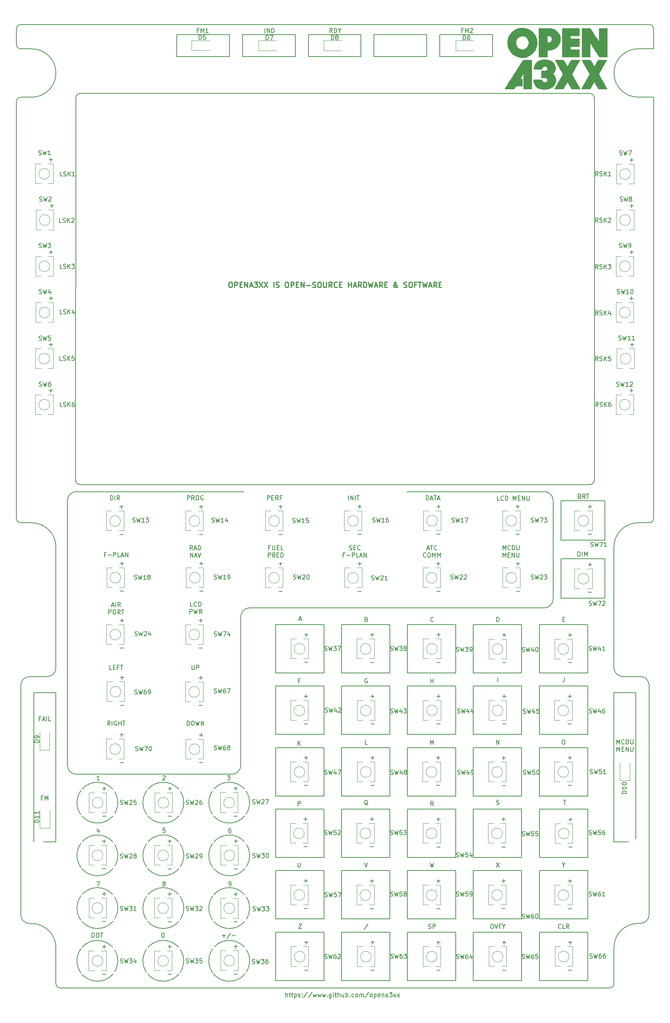
<source format=gto>
G04 #@! TF.GenerationSoftware,KiCad,Pcbnew,(5.1.10)-1*
G04 #@! TF.CreationDate,2022-01-05T11:35:52+00:00*
G04 #@! TF.ProjectId,opena3xx-mcdu,6f70656e-6133-4787-982d-6d6364752e6b,0.1*
G04 #@! TF.SameCoordinates,Original*
G04 #@! TF.FileFunction,Legend,Top*
G04 #@! TF.FilePolarity,Positive*
%FSLAX46Y46*%
G04 Gerber Fmt 4.6, Leading zero omitted, Abs format (unit mm)*
G04 Created by KiCad (PCBNEW (5.1.10)-1) date 2022-01-05 11:35:52*
%MOMM*%
%LPD*%
G01*
G04 APERTURE LIST*
%ADD10C,0.250000*%
%ADD11C,0.150000*%
%ADD12C,0.200000*%
%ADD13C,0.010000*%
%ADD14C,0.120000*%
%ADD15C,3.000000*%
%ADD16R,3.000000X3.000000*%
%ADD17R,1.524000X1.524000*%
%ADD18C,1.700000*%
%ADD19O,1.700000X1.700000*%
%ADD20R,1.700000X1.700000*%
G04 APERTURE END LIST*
D10*
X81292514Y-83391457D02*
X81521085Y-83391457D01*
X81635371Y-83448600D01*
X81749657Y-83562885D01*
X81806800Y-83791457D01*
X81806800Y-84191457D01*
X81749657Y-84420028D01*
X81635371Y-84534314D01*
X81521085Y-84591457D01*
X81292514Y-84591457D01*
X81178228Y-84534314D01*
X81063942Y-84420028D01*
X81006800Y-84191457D01*
X81006800Y-83791457D01*
X81063942Y-83562885D01*
X81178228Y-83448600D01*
X81292514Y-83391457D01*
X82321085Y-84591457D02*
X82321085Y-83391457D01*
X82778228Y-83391457D01*
X82892514Y-83448600D01*
X82949657Y-83505742D01*
X83006800Y-83620028D01*
X83006800Y-83791457D01*
X82949657Y-83905742D01*
X82892514Y-83962885D01*
X82778228Y-84020028D01*
X82321085Y-84020028D01*
X83521085Y-83962885D02*
X83921085Y-83962885D01*
X84092514Y-84591457D02*
X83521085Y-84591457D01*
X83521085Y-83391457D01*
X84092514Y-83391457D01*
X84606800Y-84591457D02*
X84606800Y-83391457D01*
X85292514Y-84591457D01*
X85292514Y-83391457D01*
X85806800Y-84248600D02*
X86378228Y-84248600D01*
X85692514Y-84591457D02*
X86092514Y-83391457D01*
X86492514Y-84591457D01*
X86778228Y-83391457D02*
X87521085Y-83391457D01*
X87121085Y-83848600D01*
X87292514Y-83848600D01*
X87406800Y-83905742D01*
X87463942Y-83962885D01*
X87521085Y-84077171D01*
X87521085Y-84362885D01*
X87463942Y-84477171D01*
X87406800Y-84534314D01*
X87292514Y-84591457D01*
X86949657Y-84591457D01*
X86835371Y-84534314D01*
X86778228Y-84477171D01*
X87921085Y-83391457D02*
X88721085Y-84591457D01*
X88721085Y-83391457D02*
X87921085Y-84591457D01*
X89063942Y-83391457D02*
X89863942Y-84591457D01*
X89863942Y-83391457D02*
X89063942Y-84591457D01*
X91235371Y-84591457D02*
X91235371Y-83391457D01*
X91749657Y-84534314D02*
X91921085Y-84591457D01*
X92206800Y-84591457D01*
X92321085Y-84534314D01*
X92378228Y-84477171D01*
X92435371Y-84362885D01*
X92435371Y-84248600D01*
X92378228Y-84134314D01*
X92321085Y-84077171D01*
X92206800Y-84020028D01*
X91978228Y-83962885D01*
X91863942Y-83905742D01*
X91806800Y-83848600D01*
X91749657Y-83734314D01*
X91749657Y-83620028D01*
X91806800Y-83505742D01*
X91863942Y-83448600D01*
X91978228Y-83391457D01*
X92263942Y-83391457D01*
X92435371Y-83448600D01*
X94092514Y-83391457D02*
X94321085Y-83391457D01*
X94435371Y-83448600D01*
X94549657Y-83562885D01*
X94606800Y-83791457D01*
X94606800Y-84191457D01*
X94549657Y-84420028D01*
X94435371Y-84534314D01*
X94321085Y-84591457D01*
X94092514Y-84591457D01*
X93978228Y-84534314D01*
X93863942Y-84420028D01*
X93806800Y-84191457D01*
X93806800Y-83791457D01*
X93863942Y-83562885D01*
X93978228Y-83448600D01*
X94092514Y-83391457D01*
X95121085Y-84591457D02*
X95121085Y-83391457D01*
X95578228Y-83391457D01*
X95692514Y-83448600D01*
X95749657Y-83505742D01*
X95806800Y-83620028D01*
X95806800Y-83791457D01*
X95749657Y-83905742D01*
X95692514Y-83962885D01*
X95578228Y-84020028D01*
X95121085Y-84020028D01*
X96321085Y-83962885D02*
X96721085Y-83962885D01*
X96892514Y-84591457D02*
X96321085Y-84591457D01*
X96321085Y-83391457D01*
X96892514Y-83391457D01*
X97406800Y-84591457D02*
X97406800Y-83391457D01*
X98092514Y-84591457D01*
X98092514Y-83391457D01*
X98663942Y-84134314D02*
X99578228Y-84134314D01*
X100092514Y-84534314D02*
X100263942Y-84591457D01*
X100549657Y-84591457D01*
X100663942Y-84534314D01*
X100721085Y-84477171D01*
X100778228Y-84362885D01*
X100778228Y-84248600D01*
X100721085Y-84134314D01*
X100663942Y-84077171D01*
X100549657Y-84020028D01*
X100321085Y-83962885D01*
X100206800Y-83905742D01*
X100149657Y-83848600D01*
X100092514Y-83734314D01*
X100092514Y-83620028D01*
X100149657Y-83505742D01*
X100206800Y-83448600D01*
X100321085Y-83391457D01*
X100606800Y-83391457D01*
X100778228Y-83448600D01*
X101521085Y-83391457D02*
X101749657Y-83391457D01*
X101863942Y-83448600D01*
X101978228Y-83562885D01*
X102035371Y-83791457D01*
X102035371Y-84191457D01*
X101978228Y-84420028D01*
X101863942Y-84534314D01*
X101749657Y-84591457D01*
X101521085Y-84591457D01*
X101406800Y-84534314D01*
X101292514Y-84420028D01*
X101235371Y-84191457D01*
X101235371Y-83791457D01*
X101292514Y-83562885D01*
X101406800Y-83448600D01*
X101521085Y-83391457D01*
X102549657Y-83391457D02*
X102549657Y-84362885D01*
X102606800Y-84477171D01*
X102663942Y-84534314D01*
X102778228Y-84591457D01*
X103006800Y-84591457D01*
X103121085Y-84534314D01*
X103178228Y-84477171D01*
X103235371Y-84362885D01*
X103235371Y-83391457D01*
X104492514Y-84591457D02*
X104092514Y-84020028D01*
X103806800Y-84591457D02*
X103806800Y-83391457D01*
X104263942Y-83391457D01*
X104378228Y-83448600D01*
X104435371Y-83505742D01*
X104492514Y-83620028D01*
X104492514Y-83791457D01*
X104435371Y-83905742D01*
X104378228Y-83962885D01*
X104263942Y-84020028D01*
X103806800Y-84020028D01*
X105692514Y-84477171D02*
X105635371Y-84534314D01*
X105463942Y-84591457D01*
X105349657Y-84591457D01*
X105178228Y-84534314D01*
X105063942Y-84420028D01*
X105006800Y-84305742D01*
X104949657Y-84077171D01*
X104949657Y-83905742D01*
X105006800Y-83677171D01*
X105063942Y-83562885D01*
X105178228Y-83448600D01*
X105349657Y-83391457D01*
X105463942Y-83391457D01*
X105635371Y-83448600D01*
X105692514Y-83505742D01*
X106206800Y-83962885D02*
X106606800Y-83962885D01*
X106778228Y-84591457D02*
X106206800Y-84591457D01*
X106206800Y-83391457D01*
X106778228Y-83391457D01*
X108206800Y-84591457D02*
X108206800Y-83391457D01*
X108206800Y-83962885D02*
X108892514Y-83962885D01*
X108892514Y-84591457D02*
X108892514Y-83391457D01*
X109406800Y-84248600D02*
X109978228Y-84248600D01*
X109292514Y-84591457D02*
X109692514Y-83391457D01*
X110092514Y-84591457D01*
X111178228Y-84591457D02*
X110778228Y-84020028D01*
X110492514Y-84591457D02*
X110492514Y-83391457D01*
X110949657Y-83391457D01*
X111063942Y-83448600D01*
X111121085Y-83505742D01*
X111178228Y-83620028D01*
X111178228Y-83791457D01*
X111121085Y-83905742D01*
X111063942Y-83962885D01*
X110949657Y-84020028D01*
X110492514Y-84020028D01*
X111692514Y-84591457D02*
X111692514Y-83391457D01*
X111978228Y-83391457D01*
X112149657Y-83448600D01*
X112263942Y-83562885D01*
X112321085Y-83677171D01*
X112378228Y-83905742D01*
X112378228Y-84077171D01*
X112321085Y-84305742D01*
X112263942Y-84420028D01*
X112149657Y-84534314D01*
X111978228Y-84591457D01*
X111692514Y-84591457D01*
X112778228Y-83391457D02*
X113063942Y-84591457D01*
X113292514Y-83734314D01*
X113521085Y-84591457D01*
X113806800Y-83391457D01*
X114206800Y-84248600D02*
X114778228Y-84248600D01*
X114092514Y-84591457D02*
X114492514Y-83391457D01*
X114892514Y-84591457D01*
X115978228Y-84591457D02*
X115578228Y-84020028D01*
X115292514Y-84591457D02*
X115292514Y-83391457D01*
X115749657Y-83391457D01*
X115863942Y-83448600D01*
X115921085Y-83505742D01*
X115978228Y-83620028D01*
X115978228Y-83791457D01*
X115921085Y-83905742D01*
X115863942Y-83962885D01*
X115749657Y-84020028D01*
X115292514Y-84020028D01*
X116492514Y-83962885D02*
X116892514Y-83962885D01*
X117063942Y-84591457D02*
X116492514Y-84591457D01*
X116492514Y-83391457D01*
X117063942Y-83391457D01*
X119463942Y-84591457D02*
X119406800Y-84591457D01*
X119292514Y-84534314D01*
X119121085Y-84362885D01*
X118835371Y-84020028D01*
X118721085Y-83848600D01*
X118663942Y-83677171D01*
X118663942Y-83562885D01*
X118721085Y-83448600D01*
X118835371Y-83391457D01*
X118892514Y-83391457D01*
X119006800Y-83448600D01*
X119063942Y-83562885D01*
X119063942Y-83620028D01*
X119006800Y-83734314D01*
X118949657Y-83791457D01*
X118606800Y-84020028D01*
X118549657Y-84077171D01*
X118492514Y-84191457D01*
X118492514Y-84362885D01*
X118549657Y-84477171D01*
X118606800Y-84534314D01*
X118721085Y-84591457D01*
X118892514Y-84591457D01*
X119006800Y-84534314D01*
X119063942Y-84477171D01*
X119235371Y-84248600D01*
X119292514Y-84077171D01*
X119292514Y-83962885D01*
X120835371Y-84534314D02*
X121006800Y-84591457D01*
X121292514Y-84591457D01*
X121406800Y-84534314D01*
X121463942Y-84477171D01*
X121521085Y-84362885D01*
X121521085Y-84248600D01*
X121463942Y-84134314D01*
X121406800Y-84077171D01*
X121292514Y-84020028D01*
X121063942Y-83962885D01*
X120949657Y-83905742D01*
X120892514Y-83848600D01*
X120835371Y-83734314D01*
X120835371Y-83620028D01*
X120892514Y-83505742D01*
X120949657Y-83448600D01*
X121063942Y-83391457D01*
X121349657Y-83391457D01*
X121521085Y-83448600D01*
X122263942Y-83391457D02*
X122492514Y-83391457D01*
X122606800Y-83448600D01*
X122721085Y-83562885D01*
X122778228Y-83791457D01*
X122778228Y-84191457D01*
X122721085Y-84420028D01*
X122606800Y-84534314D01*
X122492514Y-84591457D01*
X122263942Y-84591457D01*
X122149657Y-84534314D01*
X122035371Y-84420028D01*
X121978228Y-84191457D01*
X121978228Y-83791457D01*
X122035371Y-83562885D01*
X122149657Y-83448600D01*
X122263942Y-83391457D01*
X123692514Y-83962885D02*
X123292514Y-83962885D01*
X123292514Y-84591457D02*
X123292514Y-83391457D01*
X123863942Y-83391457D01*
X124149657Y-83391457D02*
X124835371Y-83391457D01*
X124492514Y-84591457D02*
X124492514Y-83391457D01*
X125121085Y-83391457D02*
X125406800Y-84591457D01*
X125635371Y-83734314D01*
X125863942Y-84591457D01*
X126149657Y-83391457D01*
X126549657Y-84248600D02*
X127121085Y-84248600D01*
X126435371Y-84591457D02*
X126835371Y-83391457D01*
X127235371Y-84591457D01*
X128321085Y-84591457D02*
X127921085Y-84020028D01*
X127635371Y-84591457D02*
X127635371Y-83391457D01*
X128092514Y-83391457D01*
X128206800Y-83448600D01*
X128263942Y-83505742D01*
X128321085Y-83620028D01*
X128321085Y-83791457D01*
X128263942Y-83905742D01*
X128206800Y-83962885D01*
X128092514Y-84020028D01*
X127635371Y-84020028D01*
X128835371Y-83962885D02*
X129235371Y-83962885D01*
X129406800Y-84591457D02*
X128835371Y-84591457D01*
X128835371Y-83391457D01*
X129406800Y-83391457D01*
D11*
X72817123Y-157234380D02*
X72340933Y-157234380D01*
X72340933Y-156234380D01*
X73721885Y-157139142D02*
X73674266Y-157186761D01*
X73531409Y-157234380D01*
X73436171Y-157234380D01*
X73293314Y-157186761D01*
X73198076Y-157091523D01*
X73150457Y-156996285D01*
X73102838Y-156805809D01*
X73102838Y-156662952D01*
X73150457Y-156472476D01*
X73198076Y-156377238D01*
X73293314Y-156282000D01*
X73436171Y-156234380D01*
X73531409Y-156234380D01*
X73674266Y-156282000D01*
X73721885Y-156329619D01*
X74150457Y-157234380D02*
X74150457Y-156234380D01*
X74388552Y-156234380D01*
X74531409Y-156282000D01*
X74626647Y-156377238D01*
X74674266Y-156472476D01*
X74721885Y-156662952D01*
X74721885Y-156805809D01*
X74674266Y-156996285D01*
X74626647Y-157091523D01*
X74531409Y-157186761D01*
X74388552Y-157234380D01*
X74150457Y-157234380D01*
X72174266Y-158884380D02*
X72174266Y-157884380D01*
X72555219Y-157884380D01*
X72650457Y-157932000D01*
X72698076Y-157979619D01*
X72745695Y-158074857D01*
X72745695Y-158217714D01*
X72698076Y-158312952D01*
X72650457Y-158360571D01*
X72555219Y-158408190D01*
X72174266Y-158408190D01*
X73079028Y-157884380D02*
X73317123Y-158884380D01*
X73507600Y-158170095D01*
X73698076Y-158884380D01*
X73936171Y-157884380D01*
X74888552Y-158884380D02*
X74555219Y-158408190D01*
X74317123Y-158884380D02*
X74317123Y-157884380D01*
X74698076Y-157884380D01*
X74793314Y-157932000D01*
X74840933Y-157979619D01*
X74888552Y-158074857D01*
X74888552Y-158217714D01*
X74840933Y-158312952D01*
X74793314Y-158360571D01*
X74698076Y-158408190D01*
X74317123Y-158408190D01*
D12*
X176733200Y-24790400D02*
G75*
G02*
X177698400Y-25755600I0J-965200D01*
G01*
D11*
X142653142Y-133091180D02*
X142176952Y-133091180D01*
X142176952Y-132091180D01*
X143557904Y-132995942D02*
X143510285Y-133043561D01*
X143367428Y-133091180D01*
X143272190Y-133091180D01*
X143129333Y-133043561D01*
X143034095Y-132948323D01*
X142986476Y-132853085D01*
X142938857Y-132662609D01*
X142938857Y-132519752D01*
X142986476Y-132329276D01*
X143034095Y-132234038D01*
X143129333Y-132138800D01*
X143272190Y-132091180D01*
X143367428Y-132091180D01*
X143510285Y-132138800D01*
X143557904Y-132186419D01*
X143986476Y-133091180D02*
X143986476Y-132091180D01*
X144224571Y-132091180D01*
X144367428Y-132138800D01*
X144462666Y-132234038D01*
X144510285Y-132329276D01*
X144557904Y-132519752D01*
X144557904Y-132662609D01*
X144510285Y-132853085D01*
X144462666Y-132948323D01*
X144367428Y-133043561D01*
X144224571Y-133091180D01*
X143986476Y-133091180D01*
X145748380Y-133091180D02*
X145748380Y-132091180D01*
X146081714Y-132805466D01*
X146415047Y-132091180D01*
X146415047Y-133091180D01*
X146891238Y-132567371D02*
X147224571Y-132567371D01*
X147367428Y-133091180D02*
X146891238Y-133091180D01*
X146891238Y-132091180D01*
X147367428Y-132091180D01*
X147796000Y-133091180D02*
X147796000Y-132091180D01*
X148367428Y-133091180D01*
X148367428Y-132091180D01*
X148843619Y-132091180D02*
X148843619Y-132900704D01*
X148891238Y-132995942D01*
X148938857Y-133043561D01*
X149034095Y-133091180D01*
X149224571Y-133091180D01*
X149319809Y-133043561D01*
X149367428Y-132995942D01*
X149415047Y-132900704D01*
X149415047Y-132091180D01*
D12*
X121615200Y-131099456D02*
X152830386Y-131099456D01*
X156649049Y-133124352D02*
X166649049Y-133124352D01*
X156649049Y-142124351D02*
X156649049Y-133124352D01*
X156649049Y-146376904D02*
X166649049Y-146376904D01*
X156649049Y-155376904D02*
X156649049Y-146376904D01*
X166649049Y-155376904D02*
X156649049Y-155376904D01*
X166649049Y-133124352D02*
X166649049Y-142124351D01*
X166649049Y-146376904D02*
X166649049Y-155376904D01*
X166649049Y-142124351D02*
X156649049Y-142124351D01*
X174183009Y-41315269D02*
G75*
G02*
X174183009Y-30315269I0J5500000D01*
G01*
X177683009Y-137186952D02*
X177683009Y-41315269D01*
X177683009Y-41315269D02*
X174183009Y-41315269D01*
X177682864Y-25803859D02*
X177682864Y-30315269D01*
X177682864Y-30315269D02*
X174183009Y-30315269D01*
X35683010Y-229406408D02*
X36183010Y-229406408D01*
X32683010Y-42321666D02*
G75*
G02*
X33683010Y-41321666I1000000J0D01*
G01*
X33683010Y-30321666D02*
X36183010Y-30321666D01*
X55768664Y-213880785D02*
G75*
G03*
X55768664Y-213880785I-4650000J0D01*
G01*
X33683010Y-30321666D02*
X33683010Y-30321666D01*
X36183010Y-229406408D02*
G75*
G02*
X41683010Y-234906408I0J-5500000D01*
G01*
X41683010Y-210813804D02*
X41683010Y-176813804D01*
X33683010Y-24803859D02*
X33683010Y-24803859D01*
X33683010Y-138186952D02*
X36183010Y-138186952D01*
X32683010Y-29321666D02*
X32683010Y-25803859D01*
X164220400Y-128489200D02*
G75*
G02*
X163220400Y-129489200I-1000000J0D01*
G01*
X47177200Y-129473200D02*
G75*
G02*
X46177200Y-128473200I0J1000000D01*
G01*
X85768664Y-225880785D02*
G75*
G03*
X85768664Y-225880785I-4650000J0D01*
G01*
X163220400Y-40487600D02*
X47142400Y-40487600D01*
X32683010Y-59954691D02*
X32683010Y-42321666D01*
X46212000Y-41452800D02*
X46177200Y-128473200D01*
X168683009Y-243056155D02*
X168683009Y-234861291D01*
X32683010Y-29321666D02*
X32683010Y-29321666D01*
X174183009Y-229361291D02*
X174683009Y-229361291D01*
X85768664Y-201880785D02*
G75*
G03*
X85768664Y-201880785I-4650000J0D01*
G01*
X85768664Y-213880785D02*
G75*
G03*
X85768664Y-213880785I-4650000J0D01*
G01*
X41683010Y-171186952D02*
G75*
G02*
X39683010Y-173186952I-2000000J0D01*
G01*
X36183010Y-41321666D02*
X33683010Y-41321666D01*
X168683009Y-234861291D02*
G75*
G02*
X174183009Y-229361291I5500000J0D01*
G01*
X164220400Y-128489200D02*
X164220400Y-41487600D01*
X85768664Y-237880785D02*
G75*
G03*
X85768664Y-237880785I-4650000J0D01*
G01*
X168683009Y-243056155D02*
G75*
G02*
X167683009Y-244056155I-1000000J0D01*
G01*
X96141397Y-27075279D02*
X84141397Y-27075279D01*
X96141397Y-32075279D02*
X96141397Y-27075279D01*
X55768664Y-237880785D02*
G75*
G03*
X55768664Y-237880785I-4650000J0D01*
G01*
X41683010Y-234906408D02*
X41683010Y-243056155D01*
X70768664Y-225880785D02*
G75*
G03*
X70768664Y-225880785I-4650000J0D01*
G01*
X46212000Y-41452800D02*
G75*
G02*
X47177200Y-40487600I965200J0D01*
G01*
X33683010Y-41321666D02*
X33683010Y-41321666D01*
X47193200Y-129489200D02*
X163220400Y-129489200D01*
X33683010Y-30321666D02*
G75*
G02*
X32683010Y-29321666I0J1000000D01*
G01*
X32683010Y-25803859D02*
X32683010Y-25803859D01*
X84141397Y-27075279D02*
X84141397Y-32075279D01*
X32683010Y-25803859D02*
G75*
G02*
X33683010Y-24803859I1000000J0D01*
G01*
X176682864Y-24803859D02*
X33683010Y-24803859D01*
X163220400Y-40487600D02*
G75*
G02*
X164220400Y-41487600I0J-1000000D01*
G01*
X33683010Y-138186952D02*
G75*
G02*
X32683010Y-137186952I0J1000000D01*
G01*
X70768664Y-213880785D02*
G75*
G03*
X70768664Y-213880785I-4650000J0D01*
G01*
X41683010Y-176813804D02*
X41683010Y-210813804D01*
X84141397Y-32075279D02*
X96141397Y-32075279D01*
X136687000Y-203359320D02*
X136687000Y-214359320D01*
X121687000Y-242359320D02*
X132687000Y-242359320D01*
X36183010Y-30321666D02*
G75*
G02*
X36183010Y-41321666I0J-5500000D01*
G01*
X91687001Y-231359320D02*
X91687001Y-242359320D01*
X121687000Y-203359320D02*
X121687000Y-214359320D01*
X117687000Y-214359320D02*
X117687000Y-203359320D01*
X36183010Y-138186952D02*
G75*
G02*
X41683010Y-143686952I0J-5500000D01*
G01*
X132687000Y-203359320D02*
X121687000Y-203359320D01*
X91687001Y-242359320D02*
X102687001Y-242359320D01*
X106687000Y-203359320D02*
X106687000Y-214359320D01*
X106687000Y-231359320D02*
X106687000Y-242359320D01*
X102687001Y-231359320D02*
X91687001Y-231359320D01*
X147687000Y-214359320D02*
X147687000Y-203359320D01*
X106687000Y-242359320D02*
X117687000Y-242359320D01*
X132687000Y-231359320D02*
X121687000Y-231359320D01*
X132687000Y-242359320D02*
X132687000Y-231359320D01*
X121687000Y-231359320D02*
X121687000Y-242359320D01*
X117687000Y-228359320D02*
X117687000Y-217359320D01*
X91687001Y-217359320D02*
X91687001Y-228359320D01*
X121687000Y-228359320D02*
X132687000Y-228359320D01*
X102687001Y-203359320D02*
X91687001Y-203359320D01*
X106687000Y-228359320D02*
X117687000Y-228359320D01*
X136687000Y-214359320D02*
X147687000Y-214359320D01*
X41683010Y-176813804D02*
X36683010Y-176813804D01*
X106687000Y-217359320D02*
X106687000Y-228359320D01*
X151687000Y-242359320D02*
X162687000Y-242359320D01*
X35684022Y-173186952D02*
X35684020Y-173191123D01*
X117687000Y-242359320D02*
X117687000Y-231359320D01*
X121687000Y-200359320D02*
X132687000Y-200359320D01*
X102687001Y-242359320D02*
X102687001Y-231359320D01*
X35683010Y-229406408D02*
G75*
G02*
X33683010Y-227405849I0J2000000D01*
G01*
X132687000Y-217359320D02*
X121687000Y-217359320D01*
X102687001Y-214359320D02*
X102687001Y-203359320D01*
X91687001Y-203359320D02*
X91687001Y-214359320D01*
X151687000Y-231359320D02*
X151687000Y-242359320D01*
X91687001Y-228359320D02*
X102687001Y-228359320D01*
X106687000Y-214359320D02*
X117687000Y-214359320D01*
X69171397Y-27075279D02*
X69171397Y-32075279D01*
X132687000Y-228359320D02*
X132687000Y-217359320D01*
X121687000Y-217359320D02*
X121687000Y-228359320D01*
X121687000Y-214359320D02*
X132687000Y-214359320D01*
X147687000Y-203359320D02*
X136687000Y-203359320D01*
X117687000Y-203359320D02*
X106687000Y-203359320D01*
X132687000Y-200359320D02*
X132687000Y-189359320D01*
X162687000Y-242359320D02*
X162687000Y-231359320D01*
X55768664Y-225880785D02*
G75*
G03*
X55768664Y-225880785I-4650000J0D01*
G01*
X132687000Y-189359320D02*
X121687000Y-189359320D01*
X91687001Y-214359320D02*
X102687001Y-214359320D01*
X102687001Y-217359320D02*
X91687001Y-217359320D01*
X121687000Y-189359320D02*
X121687000Y-200359320D01*
X132687000Y-214359320D02*
X132687000Y-203359320D01*
X39683010Y-173186952D02*
X35684022Y-173186952D01*
X102687001Y-228359320D02*
X102687001Y-217359320D01*
X117687000Y-217359320D02*
X106687000Y-217359320D01*
X81171397Y-27075279D02*
X69171397Y-27075279D01*
X55768664Y-201880785D02*
G75*
G03*
X55768664Y-201880785I-4650000J0D01*
G01*
X41683010Y-210813804D02*
X36683010Y-210813804D01*
X117687000Y-231359320D02*
X106687000Y-231359320D01*
X81171397Y-32075279D02*
X81171397Y-27075279D01*
X69171397Y-32075279D02*
X81171397Y-32075279D01*
X162687000Y-231359320D02*
X151687000Y-231359320D01*
X32683010Y-59954691D02*
X32683010Y-137186952D01*
X162687000Y-214359320D02*
X162687000Y-203359320D01*
X151687000Y-217359320D02*
X151687000Y-228359320D01*
X70768664Y-201880785D02*
G75*
G03*
X70768664Y-201880785I-4650000J0D01*
G01*
X111111396Y-32075279D02*
X111111396Y-27075279D01*
X136687000Y-217359320D02*
X136687000Y-228359320D01*
X36683010Y-176813804D02*
X41683010Y-176813804D01*
X147687000Y-228359320D02*
X147687000Y-217359320D01*
X117687000Y-172359320D02*
X117687000Y-161359320D01*
X33683010Y-175191123D02*
G75*
G02*
X35684020Y-173191123I2000000J0D01*
G01*
X106687000Y-172359320D02*
X117687000Y-172359320D01*
X151687000Y-228359320D02*
X162687000Y-228359320D01*
X117687000Y-200359320D02*
X117687000Y-189359320D01*
X106687000Y-189359320D02*
X106687000Y-200359320D01*
X91687001Y-200359320D02*
X102687001Y-200359320D01*
X102687001Y-186359320D02*
X102687001Y-175359320D01*
X117687000Y-186359320D02*
X117687000Y-175359320D01*
X141051396Y-27075279D02*
X129051396Y-27075279D01*
X42683010Y-244056155D02*
X167683009Y-244056155D01*
X106687000Y-175359320D02*
X106687000Y-186359320D01*
X147687000Y-200359320D02*
X147687000Y-189359320D01*
X106687000Y-161359320D02*
X106687000Y-172359320D01*
X126081396Y-32075279D02*
X126081396Y-27075279D01*
X91687001Y-189359320D02*
X91687001Y-200359320D01*
X111111396Y-27075279D02*
X99111397Y-27075279D01*
X102687001Y-175359320D02*
X91687001Y-175359320D01*
X136687000Y-242359320D02*
X147687000Y-242359320D01*
X151687000Y-203359320D02*
X151687000Y-214359320D01*
X106687000Y-200359320D02*
X117687000Y-200359320D01*
X129051396Y-32075279D02*
X141051396Y-32075279D01*
X176683008Y-227353854D02*
G75*
G02*
X174683009Y-229361291I-1999999J-7424D01*
G01*
X151687000Y-214359320D02*
X162687000Y-214359320D01*
X114081396Y-27075279D02*
X114081396Y-32075279D01*
X70768664Y-237880785D02*
G75*
G03*
X70768664Y-237880785I-4650000J0D01*
G01*
X126081396Y-27075279D02*
X114081396Y-27075279D01*
X141051396Y-32075279D02*
X141051396Y-27075279D01*
X136687000Y-231359320D02*
X136687000Y-242359320D01*
X91687001Y-186359320D02*
X102687001Y-186359320D01*
X162687000Y-203359320D02*
X151687000Y-203359320D01*
X147687000Y-217359320D02*
X136687000Y-217359320D01*
X129051396Y-27075279D02*
X129051396Y-32075279D01*
X147687000Y-231359320D02*
X136687000Y-231359320D01*
X147687000Y-242359320D02*
X147687000Y-231359320D01*
X136687000Y-228359320D02*
X147687000Y-228359320D01*
X36683010Y-176813804D02*
X36683010Y-210813804D01*
X162687000Y-228359320D02*
X162687000Y-217359320D01*
X117687000Y-189359320D02*
X106687000Y-189359320D01*
X91687001Y-175359320D02*
X91687001Y-186359320D01*
X102687001Y-161359320D02*
X91687001Y-161359320D01*
X102687001Y-172359320D02*
X102687001Y-161359320D01*
X176683009Y-175146027D02*
X176683009Y-227353853D01*
X33683010Y-175191123D02*
X33683010Y-227405849D01*
X99111397Y-32075279D02*
X111111396Y-32075279D01*
X117687000Y-161359320D02*
X106687000Y-161359320D01*
X106687000Y-186359320D02*
X117687000Y-186359320D01*
X91687001Y-172359320D02*
X102687001Y-172359320D01*
X117687000Y-175359320D02*
X106687000Y-175359320D01*
X36683010Y-210813804D02*
X41683010Y-210813804D01*
X162687000Y-217359320D02*
X151687000Y-217359320D01*
X102687001Y-200359320D02*
X102687001Y-189359320D01*
X102687001Y-189359320D02*
X91687001Y-189359320D01*
X114081396Y-32075279D02*
X126081396Y-32075279D01*
X91687001Y-161359320D02*
X91687001Y-172359320D01*
X99111397Y-27075279D02*
X99111397Y-32075279D01*
X42683010Y-244056155D02*
G75*
G02*
X41683010Y-243056155I0J1000000D01*
G01*
X151687000Y-175359320D02*
X151687000Y-186359320D01*
X173661953Y-176813804D02*
X168661953Y-176813804D01*
X136687000Y-186359320D02*
X147687000Y-186359320D01*
X162687000Y-189359320D02*
X151687000Y-189359320D01*
X168683009Y-171186952D02*
X168683009Y-143686952D01*
X46309596Y-131099456D02*
X84531200Y-131114800D01*
X136687000Y-175359320D02*
X136687000Y-186359320D01*
X168683009Y-143686952D02*
G75*
G02*
X174183009Y-138186952I5500000J0D01*
G01*
X132687000Y-161359320D02*
X121687000Y-161359320D01*
X174183009Y-138186952D02*
X176683009Y-138186952D01*
X132687000Y-172359320D02*
X132687000Y-161359320D01*
X177683009Y-137186952D02*
G75*
G02*
X176683009Y-138186952I-1000000J0D01*
G01*
X151687000Y-189359320D02*
X151687000Y-200359320D01*
X81743608Y-195428296D02*
X46309596Y-195428296D01*
X136687000Y-161359320D02*
X136687000Y-172359320D01*
X162687000Y-186359320D02*
X162687000Y-175359320D01*
X83743608Y-159558036D02*
G75*
G02*
X85743608Y-157558036I2000000J0D01*
G01*
X174683009Y-173186952D02*
X170683009Y-173186952D01*
X41683010Y-143686952D02*
X41683010Y-171186952D01*
X136687000Y-200359320D02*
X147687000Y-200359320D01*
X136687000Y-189359320D02*
X136687000Y-200359320D01*
X121687000Y-161359320D02*
X121687000Y-172359320D01*
X83743608Y-159558036D02*
X83743608Y-193428296D01*
X151687000Y-186359320D02*
X162687000Y-186359320D01*
X151687000Y-200359320D02*
X162687000Y-200359320D01*
X121687000Y-186359320D02*
X132687000Y-186359320D01*
X147687000Y-186359320D02*
X147687000Y-175359320D01*
X132687000Y-175359320D02*
X121687000Y-175359320D01*
X44309596Y-193428296D02*
X44309596Y-133099456D01*
X162687000Y-175359320D02*
X151687000Y-175359320D01*
X147687000Y-189359320D02*
X136687000Y-189359320D01*
X174683009Y-173186953D02*
G75*
G02*
X176683009Y-175146027I0J-2000427D01*
G01*
X121687000Y-172359320D02*
X132687000Y-172359320D01*
X168661953Y-210813804D02*
X173661953Y-210813804D01*
X147687000Y-175359320D02*
X136687000Y-175359320D01*
X147687000Y-161359320D02*
X136687000Y-161359320D01*
X147687000Y-172359320D02*
X147687000Y-161359320D01*
X173661953Y-210813804D02*
X173661953Y-176813804D01*
X44309596Y-133099456D02*
G75*
G02*
X46309596Y-131099456I2000000J0D01*
G01*
X162687000Y-200359320D02*
X162687000Y-189359320D01*
X121687000Y-175359320D02*
X121687000Y-186359320D01*
X136687000Y-172359320D02*
X147687000Y-172359320D01*
X46309596Y-195428296D02*
G75*
G02*
X44309596Y-193428296I0J2000000D01*
G01*
X132687000Y-186359320D02*
X132687000Y-175359320D01*
X170683009Y-173186952D02*
G75*
G02*
X168683009Y-171186952I0J2000000D01*
G01*
X168661953Y-176813804D02*
X168661953Y-210813804D01*
X83743608Y-193428296D02*
G75*
G02*
X81743608Y-195428296I-2000000J0D01*
G01*
X152830386Y-157558036D02*
X85743608Y-157558036D01*
X154830386Y-155558036D02*
G75*
G02*
X152830386Y-157558036I-2000000J0D01*
G01*
X162687000Y-161359320D02*
X151687000Y-161359320D01*
X151687000Y-161359320D02*
X151687000Y-172359320D01*
X154830386Y-133099456D02*
X154830386Y-155558036D01*
X151687000Y-172359320D02*
X162687000Y-172359320D01*
X152830386Y-131099456D02*
G75*
G02*
X154830386Y-133099456I0J-2000000D01*
G01*
X162687000Y-172359320D02*
X162687000Y-161359320D01*
D11*
X165074742Y-101328980D02*
X164741409Y-100852790D01*
X164503314Y-101328980D02*
X164503314Y-100328980D01*
X164884266Y-100328980D01*
X164979504Y-100376600D01*
X165027123Y-100424219D01*
X165074742Y-100519457D01*
X165074742Y-100662314D01*
X165027123Y-100757552D01*
X164979504Y-100805171D01*
X164884266Y-100852790D01*
X164503314Y-100852790D01*
X165455695Y-101281361D02*
X165598552Y-101328980D01*
X165836647Y-101328980D01*
X165931885Y-101281361D01*
X165979504Y-101233742D01*
X166027123Y-101138504D01*
X166027123Y-101043266D01*
X165979504Y-100948028D01*
X165931885Y-100900409D01*
X165836647Y-100852790D01*
X165646171Y-100805171D01*
X165550933Y-100757552D01*
X165503314Y-100709933D01*
X165455695Y-100614695D01*
X165455695Y-100519457D01*
X165503314Y-100424219D01*
X165550933Y-100376600D01*
X165646171Y-100328980D01*
X165884266Y-100328980D01*
X166027123Y-100376600D01*
X166455695Y-101328980D02*
X166455695Y-100328980D01*
X167027123Y-101328980D02*
X166598552Y-100757552D01*
X167027123Y-100328980D02*
X166455695Y-100900409D01*
X167931885Y-100328980D02*
X167455695Y-100328980D01*
X167408076Y-100805171D01*
X167455695Y-100757552D01*
X167550933Y-100709933D01*
X167789028Y-100709933D01*
X167884266Y-100757552D01*
X167931885Y-100805171D01*
X167979504Y-100900409D01*
X167979504Y-101138504D01*
X167931885Y-101233742D01*
X167884266Y-101281361D01*
X167789028Y-101328980D01*
X167550933Y-101328980D01*
X167455695Y-101281361D01*
X167408076Y-101233742D01*
X66008285Y-195838819D02*
X66055904Y-195791200D01*
X66151142Y-195743580D01*
X66389238Y-195743580D01*
X66484476Y-195791200D01*
X66532095Y-195838819D01*
X66579714Y-195934057D01*
X66579714Y-196029295D01*
X66532095Y-196172152D01*
X65960666Y-196743580D01*
X66579714Y-196743580D01*
X51593714Y-196743580D02*
X51022285Y-196743580D01*
X51308000Y-196743580D02*
X51308000Y-195743580D01*
X51212761Y-195886438D01*
X51117523Y-195981676D01*
X51022285Y-196029295D01*
X80692666Y-195743580D02*
X81311714Y-195743580D01*
X80978380Y-196124533D01*
X81121238Y-196124533D01*
X81216476Y-196172152D01*
X81264095Y-196219771D01*
X81311714Y-196315009D01*
X81311714Y-196553104D01*
X81264095Y-196648342D01*
X81216476Y-196695961D01*
X81121238Y-196743580D01*
X80835523Y-196743580D01*
X80740285Y-196695961D01*
X80692666Y-196648342D01*
X169338857Y-188552580D02*
X169338857Y-187552580D01*
X169672190Y-188266866D01*
X170005523Y-187552580D01*
X170005523Y-188552580D01*
X171053142Y-188457342D02*
X171005523Y-188504961D01*
X170862666Y-188552580D01*
X170767428Y-188552580D01*
X170624571Y-188504961D01*
X170529333Y-188409723D01*
X170481714Y-188314485D01*
X170434095Y-188124009D01*
X170434095Y-187981152D01*
X170481714Y-187790676D01*
X170529333Y-187695438D01*
X170624571Y-187600200D01*
X170767428Y-187552580D01*
X170862666Y-187552580D01*
X171005523Y-187600200D01*
X171053142Y-187647819D01*
X171481714Y-188552580D02*
X171481714Y-187552580D01*
X171719809Y-187552580D01*
X171862666Y-187600200D01*
X171957904Y-187695438D01*
X172005523Y-187790676D01*
X172053142Y-187981152D01*
X172053142Y-188124009D01*
X172005523Y-188314485D01*
X171957904Y-188409723D01*
X171862666Y-188504961D01*
X171719809Y-188552580D01*
X171481714Y-188552580D01*
X172481714Y-187552580D02*
X172481714Y-188362104D01*
X172529333Y-188457342D01*
X172576952Y-188504961D01*
X172672190Y-188552580D01*
X172862666Y-188552580D01*
X172957904Y-188504961D01*
X173005523Y-188457342D01*
X173053142Y-188362104D01*
X173053142Y-187552580D01*
X169362666Y-190202580D02*
X169362666Y-189202580D01*
X169696000Y-189916866D01*
X170029333Y-189202580D01*
X170029333Y-190202580D01*
X170505523Y-189678771D02*
X170838857Y-189678771D01*
X170981714Y-190202580D02*
X170505523Y-190202580D01*
X170505523Y-189202580D01*
X170981714Y-189202580D01*
X171410285Y-190202580D02*
X171410285Y-189202580D01*
X171981714Y-190202580D01*
X171981714Y-189202580D01*
X172457904Y-189202580D02*
X172457904Y-190012104D01*
X172505523Y-190107342D01*
X172553142Y-190154961D01*
X172648380Y-190202580D01*
X172838857Y-190202580D01*
X172934095Y-190154961D01*
X172981714Y-190107342D01*
X173029333Y-190012104D01*
X173029333Y-189202580D01*
X38687428Y-200791771D02*
X38354095Y-200791771D01*
X38354095Y-201315580D02*
X38354095Y-200315580D01*
X38830285Y-200315580D01*
X39211238Y-201315580D02*
X39211238Y-200315580D01*
X39544571Y-201029866D01*
X39877904Y-200315580D01*
X39877904Y-201315580D01*
X38187428Y-182757771D02*
X37854095Y-182757771D01*
X37854095Y-183281580D02*
X37854095Y-182281580D01*
X38330285Y-182281580D01*
X38663619Y-182995866D02*
X39139809Y-182995866D01*
X38568380Y-183281580D02*
X38901714Y-182281580D01*
X39235047Y-183281580D01*
X39568380Y-183281580D02*
X39568380Y-182281580D01*
X40520761Y-183281580D02*
X40044571Y-183281580D01*
X40044571Y-182281580D01*
X156630761Y-230430342D02*
X156583142Y-230477961D01*
X156440285Y-230525580D01*
X156345047Y-230525580D01*
X156202190Y-230477961D01*
X156106952Y-230382723D01*
X156059333Y-230287485D01*
X156011714Y-230097009D01*
X156011714Y-229954152D01*
X156059333Y-229763676D01*
X156106952Y-229668438D01*
X156202190Y-229573200D01*
X156345047Y-229525580D01*
X156440285Y-229525580D01*
X156583142Y-229573200D01*
X156630761Y-229620819D01*
X157535523Y-230525580D02*
X157059333Y-230525580D01*
X157059333Y-229525580D01*
X158440285Y-230525580D02*
X158106952Y-230049390D01*
X157868857Y-230525580D02*
X157868857Y-229525580D01*
X158249809Y-229525580D01*
X158345047Y-229573200D01*
X158392666Y-229620819D01*
X158440285Y-229716057D01*
X158440285Y-229858914D01*
X158392666Y-229954152D01*
X158345047Y-230001771D01*
X158249809Y-230049390D01*
X157868857Y-230049390D01*
X140859047Y-229525580D02*
X141049523Y-229525580D01*
X141144761Y-229573200D01*
X141240000Y-229668438D01*
X141287619Y-229858914D01*
X141287619Y-230192247D01*
X141240000Y-230382723D01*
X141144761Y-230477961D01*
X141049523Y-230525580D01*
X140859047Y-230525580D01*
X140763809Y-230477961D01*
X140668571Y-230382723D01*
X140620952Y-230192247D01*
X140620952Y-229858914D01*
X140668571Y-229668438D01*
X140763809Y-229573200D01*
X140859047Y-229525580D01*
X141573333Y-229525580D02*
X141906666Y-230525580D01*
X142240000Y-229525580D01*
X142906666Y-230001771D02*
X142573333Y-230001771D01*
X142573333Y-230525580D02*
X142573333Y-229525580D01*
X143049523Y-229525580D01*
X143620952Y-230049390D02*
X143620952Y-230525580D01*
X143287619Y-229525580D02*
X143620952Y-230049390D01*
X143954285Y-229525580D01*
X126468285Y-230477961D02*
X126611142Y-230525580D01*
X126849238Y-230525580D01*
X126944476Y-230477961D01*
X126992095Y-230430342D01*
X127039714Y-230335104D01*
X127039714Y-230239866D01*
X126992095Y-230144628D01*
X126944476Y-230097009D01*
X126849238Y-230049390D01*
X126658761Y-230001771D01*
X126563523Y-229954152D01*
X126515904Y-229906533D01*
X126468285Y-229811295D01*
X126468285Y-229716057D01*
X126515904Y-229620819D01*
X126563523Y-229573200D01*
X126658761Y-229525580D01*
X126896857Y-229525580D01*
X127039714Y-229573200D01*
X127468285Y-230525580D02*
X127468285Y-229525580D01*
X127849238Y-229525580D01*
X127944476Y-229573200D01*
X127992095Y-229620819D01*
X128039714Y-229716057D01*
X128039714Y-229858914D01*
X127992095Y-229954152D01*
X127944476Y-230001771D01*
X127849238Y-230049390D01*
X127468285Y-230049390D01*
X112696571Y-229477961D02*
X111839428Y-230763676D01*
X96948666Y-229525580D02*
X97615333Y-229525580D01*
X96948666Y-230525580D01*
X97615333Y-230525580D01*
X157226000Y-216079390D02*
X157226000Y-216555580D01*
X156892666Y-215555580D02*
X157226000Y-216079390D01*
X157559333Y-215555580D01*
X141906666Y-215555580D02*
X142573333Y-216555580D01*
X142573333Y-215555580D02*
X141906666Y-216555580D01*
X126825428Y-215555580D02*
X127063523Y-216555580D01*
X127254000Y-215841295D01*
X127444476Y-216555580D01*
X127682571Y-215555580D01*
X111934666Y-215555580D02*
X112268000Y-216555580D01*
X112601333Y-215555580D01*
X96742285Y-215555580D02*
X96742285Y-216365104D01*
X96789904Y-216460342D01*
X96837523Y-216507961D01*
X96932761Y-216555580D01*
X97123238Y-216555580D01*
X97218476Y-216507961D01*
X97266095Y-216460342D01*
X97313714Y-216365104D01*
X97313714Y-215555580D01*
X157194285Y-201331580D02*
X157765714Y-201331580D01*
X157480000Y-202331580D02*
X157480000Y-201331580D01*
X141954285Y-202283961D02*
X142097142Y-202331580D01*
X142335238Y-202331580D01*
X142430476Y-202283961D01*
X142478095Y-202236342D01*
X142525714Y-202141104D01*
X142525714Y-202045866D01*
X142478095Y-201950628D01*
X142430476Y-201903009D01*
X142335238Y-201855390D01*
X142144761Y-201807771D01*
X142049523Y-201760152D01*
X142001904Y-201712533D01*
X141954285Y-201617295D01*
X141954285Y-201522057D01*
X142001904Y-201426819D01*
X142049523Y-201379200D01*
X142144761Y-201331580D01*
X142382857Y-201331580D01*
X142525714Y-201379200D01*
X127563523Y-202585580D02*
X127230190Y-202109390D01*
X126992095Y-202585580D02*
X126992095Y-201585580D01*
X127373047Y-201585580D01*
X127468285Y-201633200D01*
X127515904Y-201680819D01*
X127563523Y-201776057D01*
X127563523Y-201918914D01*
X127515904Y-202014152D01*
X127468285Y-202061771D01*
X127373047Y-202109390D01*
X126992095Y-202109390D01*
X112648952Y-202426819D02*
X112553714Y-202379200D01*
X112458476Y-202283961D01*
X112315619Y-202141104D01*
X112220380Y-202093485D01*
X112125142Y-202093485D01*
X112172761Y-202331580D02*
X112077523Y-202283961D01*
X111982285Y-202188723D01*
X111934666Y-201998247D01*
X111934666Y-201664914D01*
X111982285Y-201474438D01*
X112077523Y-201379200D01*
X112172761Y-201331580D01*
X112363238Y-201331580D01*
X112458476Y-201379200D01*
X112553714Y-201474438D01*
X112601333Y-201664914D01*
X112601333Y-201998247D01*
X112553714Y-202188723D01*
X112458476Y-202283961D01*
X112363238Y-202331580D01*
X112172761Y-202331580D01*
X96766095Y-202585580D02*
X96766095Y-201585580D01*
X97147047Y-201585580D01*
X97242285Y-201633200D01*
X97289904Y-201680819D01*
X97337523Y-201776057D01*
X97337523Y-201918914D01*
X97289904Y-202014152D01*
X97242285Y-202061771D01*
X97147047Y-202109390D01*
X96766095Y-202109390D01*
X157130761Y-187615580D02*
X157321238Y-187615580D01*
X157416476Y-187663200D01*
X157511714Y-187758438D01*
X157559333Y-187948914D01*
X157559333Y-188282247D01*
X157511714Y-188472723D01*
X157416476Y-188567961D01*
X157321238Y-188615580D01*
X157130761Y-188615580D01*
X157035523Y-188567961D01*
X156940285Y-188472723D01*
X156892666Y-188282247D01*
X156892666Y-187948914D01*
X156940285Y-187758438D01*
X157035523Y-187663200D01*
X157130761Y-187615580D01*
X141954285Y-188615580D02*
X141954285Y-187615580D01*
X142525714Y-188615580D01*
X142525714Y-187615580D01*
X126920666Y-188615580D02*
X126920666Y-187615580D01*
X127254000Y-188329866D01*
X127587333Y-187615580D01*
X127587333Y-188615580D01*
X112577523Y-188615580D02*
X112101333Y-188615580D01*
X112101333Y-187615580D01*
X96766095Y-188869580D02*
X96766095Y-187869580D01*
X97337523Y-188869580D02*
X96908952Y-188298152D01*
X97337523Y-187869580D02*
X96766095Y-188441009D01*
X157368857Y-173391580D02*
X157368857Y-174105866D01*
X157321238Y-174248723D01*
X157226000Y-174343961D01*
X157083142Y-174391580D01*
X156987904Y-174391580D01*
X142240000Y-174391580D02*
X142240000Y-173391580D01*
X126968285Y-174645580D02*
X126968285Y-173645580D01*
X126968285Y-174121771D02*
X127539714Y-174121771D01*
X127539714Y-174645580D02*
X127539714Y-173645580D01*
X112529904Y-173693200D02*
X112434666Y-173645580D01*
X112291809Y-173645580D01*
X112148952Y-173693200D01*
X112053714Y-173788438D01*
X112006095Y-173883676D01*
X111958476Y-174074152D01*
X111958476Y-174217009D01*
X112006095Y-174407485D01*
X112053714Y-174502723D01*
X112148952Y-174597961D01*
X112291809Y-174645580D01*
X112387047Y-174645580D01*
X112529904Y-174597961D01*
X112577523Y-174550342D01*
X112577523Y-174217009D01*
X112387047Y-174217009D01*
X97170857Y-174121771D02*
X96837523Y-174121771D01*
X96837523Y-174645580D02*
X96837523Y-173645580D01*
X97313714Y-173645580D01*
X157011714Y-160151771D02*
X157345047Y-160151771D01*
X157487904Y-160675580D02*
X157011714Y-160675580D01*
X157011714Y-159675580D01*
X157487904Y-159675580D01*
X141978095Y-160675580D02*
X141978095Y-159675580D01*
X142216190Y-159675580D01*
X142359047Y-159723200D01*
X142454285Y-159818438D01*
X142501904Y-159913676D01*
X142549523Y-160104152D01*
X142549523Y-160247009D01*
X142501904Y-160437485D01*
X142454285Y-160532723D01*
X142359047Y-160627961D01*
X142216190Y-160675580D01*
X141978095Y-160675580D01*
X127563523Y-160580342D02*
X127515904Y-160627961D01*
X127373047Y-160675580D01*
X127277809Y-160675580D01*
X127134952Y-160627961D01*
X127039714Y-160532723D01*
X126992095Y-160437485D01*
X126944476Y-160247009D01*
X126944476Y-160104152D01*
X126992095Y-159913676D01*
X127039714Y-159818438D01*
X127134952Y-159723200D01*
X127277809Y-159675580D01*
X127373047Y-159675580D01*
X127515904Y-159723200D01*
X127563523Y-159770819D01*
X112339428Y-160151771D02*
X112482285Y-160199390D01*
X112529904Y-160247009D01*
X112577523Y-160342247D01*
X112577523Y-160485104D01*
X112529904Y-160580342D01*
X112482285Y-160627961D01*
X112387047Y-160675580D01*
X112006095Y-160675580D01*
X112006095Y-159675580D01*
X112339428Y-159675580D01*
X112434666Y-159723200D01*
X112482285Y-159770819D01*
X112529904Y-159866057D01*
X112529904Y-159961295D01*
X112482285Y-160056533D01*
X112434666Y-160104152D01*
X112339428Y-160151771D01*
X112006095Y-160151771D01*
X97043904Y-160135866D02*
X97520095Y-160135866D01*
X96948666Y-160421580D02*
X97282000Y-159421580D01*
X97615333Y-160421580D01*
X79502190Y-232176628D02*
X80264095Y-232176628D01*
X79883142Y-232557580D02*
X79883142Y-231795676D01*
X81454571Y-231509961D02*
X80597428Y-232795676D01*
X81787904Y-232176628D02*
X82549809Y-232176628D01*
X65992380Y-231557580D02*
X66087619Y-231557580D01*
X66182857Y-231605200D01*
X66230476Y-231652819D01*
X66278095Y-231748057D01*
X66325714Y-231938533D01*
X66325714Y-232176628D01*
X66278095Y-232367104D01*
X66230476Y-232462342D01*
X66182857Y-232509961D01*
X66087619Y-232557580D01*
X65992380Y-232557580D01*
X65897142Y-232509961D01*
X65849523Y-232462342D01*
X65801904Y-232367104D01*
X65754285Y-232176628D01*
X65754285Y-231938533D01*
X65801904Y-231748057D01*
X65849523Y-231652819D01*
X65897142Y-231605200D01*
X65992380Y-231557580D01*
X49887333Y-232557580D02*
X49887333Y-231557580D01*
X50125428Y-231557580D01*
X50268285Y-231605200D01*
X50363523Y-231700438D01*
X50411142Y-231795676D01*
X50458761Y-231986152D01*
X50458761Y-232129009D01*
X50411142Y-232319485D01*
X50363523Y-232414723D01*
X50268285Y-232509961D01*
X50125428Y-232557580D01*
X49887333Y-232557580D01*
X51077809Y-231557580D02*
X51268285Y-231557580D01*
X51363523Y-231605200D01*
X51458761Y-231700438D01*
X51506380Y-231890914D01*
X51506380Y-232224247D01*
X51458761Y-232414723D01*
X51363523Y-232509961D01*
X51268285Y-232557580D01*
X51077809Y-232557580D01*
X50982571Y-232509961D01*
X50887333Y-232414723D01*
X50839714Y-232224247D01*
X50839714Y-231890914D01*
X50887333Y-231700438D01*
X50982571Y-231605200D01*
X51077809Y-231557580D01*
X51792095Y-231557580D02*
X52363523Y-231557580D01*
X52077809Y-232557580D02*
X52077809Y-231557580D01*
X81089523Y-220873580D02*
X81280000Y-220873580D01*
X81375238Y-220825961D01*
X81422857Y-220778342D01*
X81518095Y-220635485D01*
X81565714Y-220445009D01*
X81565714Y-220064057D01*
X81518095Y-219968819D01*
X81470476Y-219921200D01*
X81375238Y-219873580D01*
X81184761Y-219873580D01*
X81089523Y-219921200D01*
X81041904Y-219968819D01*
X80994285Y-220064057D01*
X80994285Y-220302152D01*
X81041904Y-220397390D01*
X81089523Y-220445009D01*
X81184761Y-220492628D01*
X81375238Y-220492628D01*
X81470476Y-220445009D01*
X81518095Y-220397390D01*
X81565714Y-220302152D01*
X66198761Y-220302152D02*
X66103523Y-220254533D01*
X66055904Y-220206914D01*
X66008285Y-220111676D01*
X66008285Y-220064057D01*
X66055904Y-219968819D01*
X66103523Y-219921200D01*
X66198761Y-219873580D01*
X66389238Y-219873580D01*
X66484476Y-219921200D01*
X66532095Y-219968819D01*
X66579714Y-220064057D01*
X66579714Y-220111676D01*
X66532095Y-220206914D01*
X66484476Y-220254533D01*
X66389238Y-220302152D01*
X66198761Y-220302152D01*
X66103523Y-220349771D01*
X66055904Y-220397390D01*
X66008285Y-220492628D01*
X66008285Y-220683104D01*
X66055904Y-220778342D01*
X66103523Y-220825961D01*
X66198761Y-220873580D01*
X66389238Y-220873580D01*
X66484476Y-220825961D01*
X66532095Y-220778342D01*
X66579714Y-220683104D01*
X66579714Y-220492628D01*
X66532095Y-220397390D01*
X66484476Y-220349771D01*
X66389238Y-220302152D01*
X50974666Y-219873580D02*
X51641333Y-219873580D01*
X51212761Y-220873580D01*
X81470476Y-207681580D02*
X81280000Y-207681580D01*
X81184761Y-207729200D01*
X81137142Y-207776819D01*
X81041904Y-207919676D01*
X80994285Y-208110152D01*
X80994285Y-208491104D01*
X81041904Y-208586342D01*
X81089523Y-208633961D01*
X81184761Y-208681580D01*
X81375238Y-208681580D01*
X81470476Y-208633961D01*
X81518095Y-208586342D01*
X81565714Y-208491104D01*
X81565714Y-208253009D01*
X81518095Y-208157771D01*
X81470476Y-208110152D01*
X81375238Y-208062533D01*
X81184761Y-208062533D01*
X81089523Y-208110152D01*
X81041904Y-208157771D01*
X80994285Y-208253009D01*
X66532095Y-207681580D02*
X66055904Y-207681580D01*
X66008285Y-208157771D01*
X66055904Y-208110152D01*
X66151142Y-208062533D01*
X66389238Y-208062533D01*
X66484476Y-208110152D01*
X66532095Y-208157771D01*
X66579714Y-208253009D01*
X66579714Y-208491104D01*
X66532095Y-208586342D01*
X66484476Y-208633961D01*
X66389238Y-208681580D01*
X66151142Y-208681580D01*
X66055904Y-208633961D01*
X66008285Y-208586342D01*
X51498476Y-208014914D02*
X51498476Y-208681580D01*
X51260380Y-207633961D02*
X51022285Y-208348247D01*
X51641333Y-208348247D01*
X54038666Y-184297580D02*
X53705333Y-183821390D01*
X53467238Y-184297580D02*
X53467238Y-183297580D01*
X53848190Y-183297580D01*
X53943428Y-183345200D01*
X53991047Y-183392819D01*
X54038666Y-183488057D01*
X54038666Y-183630914D01*
X53991047Y-183726152D01*
X53943428Y-183773771D01*
X53848190Y-183821390D01*
X53467238Y-183821390D01*
X54467238Y-184297580D02*
X54467238Y-183297580D01*
X55467238Y-183345200D02*
X55372000Y-183297580D01*
X55229142Y-183297580D01*
X55086285Y-183345200D01*
X54991047Y-183440438D01*
X54943428Y-183535676D01*
X54895809Y-183726152D01*
X54895809Y-183869009D01*
X54943428Y-184059485D01*
X54991047Y-184154723D01*
X55086285Y-184249961D01*
X55229142Y-184297580D01*
X55324380Y-184297580D01*
X55467238Y-184249961D01*
X55514857Y-184202342D01*
X55514857Y-183869009D01*
X55324380Y-183869009D01*
X55943428Y-184297580D02*
X55943428Y-183297580D01*
X55943428Y-183773771D02*
X56514857Y-183773771D01*
X56514857Y-184297580D02*
X56514857Y-183297580D01*
X56848190Y-183297580D02*
X57419619Y-183297580D01*
X57133904Y-184297580D02*
X57133904Y-183297580D01*
X54419619Y-171597580D02*
X53943428Y-171597580D01*
X53943428Y-170597580D01*
X54752952Y-171073771D02*
X55086285Y-171073771D01*
X55229142Y-171597580D02*
X54752952Y-171597580D01*
X54752952Y-170597580D01*
X55229142Y-170597580D01*
X55991047Y-171073771D02*
X55657714Y-171073771D01*
X55657714Y-171597580D02*
X55657714Y-170597580D01*
X56133904Y-170597580D01*
X56372000Y-170597580D02*
X56943428Y-170597580D01*
X56657714Y-171597580D02*
X56657714Y-170597580D01*
X71525047Y-184297580D02*
X71525047Y-183297580D01*
X71763142Y-183297580D01*
X71906000Y-183345200D01*
X72001238Y-183440438D01*
X72048857Y-183535676D01*
X72096476Y-183726152D01*
X72096476Y-183869009D01*
X72048857Y-184059485D01*
X72001238Y-184154723D01*
X71906000Y-184249961D01*
X71763142Y-184297580D01*
X71525047Y-184297580D01*
X72715523Y-183297580D02*
X72906000Y-183297580D01*
X73001238Y-183345200D01*
X73096476Y-183440438D01*
X73144095Y-183630914D01*
X73144095Y-183964247D01*
X73096476Y-184154723D01*
X73001238Y-184249961D01*
X72906000Y-184297580D01*
X72715523Y-184297580D01*
X72620285Y-184249961D01*
X72525047Y-184154723D01*
X72477428Y-183964247D01*
X72477428Y-183630914D01*
X72525047Y-183440438D01*
X72620285Y-183345200D01*
X72715523Y-183297580D01*
X73477428Y-183297580D02*
X73715523Y-184297580D01*
X73906000Y-183583295D01*
X74096476Y-184297580D01*
X74334571Y-183297580D01*
X74715523Y-184297580D02*
X74715523Y-183297580D01*
X75286952Y-184297580D01*
X75286952Y-183297580D01*
X72620285Y-170597580D02*
X72620285Y-171407104D01*
X72667904Y-171502342D01*
X72715523Y-171549961D01*
X72810761Y-171597580D01*
X73001238Y-171597580D01*
X73096476Y-171549961D01*
X73144095Y-171502342D01*
X73191714Y-171407104D01*
X73191714Y-170597580D01*
X73667904Y-171597580D02*
X73667904Y-170597580D01*
X74048857Y-170597580D01*
X74144095Y-170645200D01*
X74191714Y-170692819D01*
X74239333Y-170788057D01*
X74239333Y-170930914D01*
X74191714Y-171026152D01*
X74144095Y-171073771D01*
X74048857Y-171121390D01*
X73667904Y-171121390D01*
X54395809Y-157024866D02*
X54872000Y-157024866D01*
X54300571Y-157310580D02*
X54633904Y-156310580D01*
X54967238Y-157310580D01*
X55300571Y-157310580D02*
X55300571Y-156310580D01*
X56348190Y-157310580D02*
X56014857Y-156834390D01*
X55776761Y-157310580D02*
X55776761Y-156310580D01*
X56157714Y-156310580D01*
X56252952Y-156358200D01*
X56300571Y-156405819D01*
X56348190Y-156501057D01*
X56348190Y-156643914D01*
X56300571Y-156739152D01*
X56252952Y-156786771D01*
X56157714Y-156834390D01*
X55776761Y-156834390D01*
X53705333Y-158960580D02*
X53705333Y-157960580D01*
X54086285Y-157960580D01*
X54181523Y-158008200D01*
X54229142Y-158055819D01*
X54276761Y-158151057D01*
X54276761Y-158293914D01*
X54229142Y-158389152D01*
X54181523Y-158436771D01*
X54086285Y-158484390D01*
X53705333Y-158484390D01*
X54895809Y-157960580D02*
X55086285Y-157960580D01*
X55181523Y-158008200D01*
X55276761Y-158103438D01*
X55324380Y-158293914D01*
X55324380Y-158627247D01*
X55276761Y-158817723D01*
X55181523Y-158912961D01*
X55086285Y-158960580D01*
X54895809Y-158960580D01*
X54800571Y-158912961D01*
X54705333Y-158817723D01*
X54657714Y-158627247D01*
X54657714Y-158293914D01*
X54705333Y-158103438D01*
X54800571Y-158008200D01*
X54895809Y-157960580D01*
X56324380Y-158960580D02*
X55991047Y-158484390D01*
X55752952Y-158960580D02*
X55752952Y-157960580D01*
X56133904Y-157960580D01*
X56229142Y-158008200D01*
X56276761Y-158055819D01*
X56324380Y-158151057D01*
X56324380Y-158293914D01*
X56276761Y-158389152D01*
X56229142Y-158436771D01*
X56133904Y-158484390D01*
X55752952Y-158484390D01*
X56610095Y-157960580D02*
X57181523Y-157960580D01*
X56895809Y-158960580D02*
X56895809Y-157960580D01*
X160472571Y-145791180D02*
X160472571Y-144791180D01*
X160710666Y-144791180D01*
X160853523Y-144838800D01*
X160948761Y-144934038D01*
X160996380Y-145029276D01*
X161044000Y-145219752D01*
X161044000Y-145362609D01*
X160996380Y-145553085D01*
X160948761Y-145648323D01*
X160853523Y-145743561D01*
X160710666Y-145791180D01*
X160472571Y-145791180D01*
X161472571Y-145791180D02*
X161472571Y-144791180D01*
X161948761Y-145791180D02*
X161948761Y-144791180D01*
X162282095Y-145505466D01*
X162615428Y-144791180D01*
X162615428Y-145791180D01*
X160886876Y-132110171D02*
X161029733Y-132157790D01*
X161077352Y-132205409D01*
X161124971Y-132300647D01*
X161124971Y-132443504D01*
X161077352Y-132538742D01*
X161029733Y-132586361D01*
X160934495Y-132633980D01*
X160553542Y-132633980D01*
X160553542Y-131633980D01*
X160886876Y-131633980D01*
X160982114Y-131681600D01*
X161029733Y-131729219D01*
X161077352Y-131824457D01*
X161077352Y-131919695D01*
X161029733Y-132014933D01*
X160982114Y-132062552D01*
X160886876Y-132110171D01*
X160553542Y-132110171D01*
X162124971Y-132633980D02*
X161791638Y-132157790D01*
X161553542Y-132633980D02*
X161553542Y-131633980D01*
X161934495Y-131633980D01*
X162029733Y-131681600D01*
X162077352Y-131729219D01*
X162124971Y-131824457D01*
X162124971Y-131967314D01*
X162077352Y-132062552D01*
X162029733Y-132110171D01*
X161934495Y-132157790D01*
X161553542Y-132157790D01*
X162410685Y-131633980D02*
X162982114Y-131633980D01*
X162696400Y-132633980D02*
X162696400Y-131633980D01*
X143395057Y-144356580D02*
X143395057Y-143356580D01*
X143728390Y-144070866D01*
X144061723Y-143356580D01*
X144061723Y-144356580D01*
X145109342Y-144261342D02*
X145061723Y-144308961D01*
X144918866Y-144356580D01*
X144823628Y-144356580D01*
X144680771Y-144308961D01*
X144585533Y-144213723D01*
X144537914Y-144118485D01*
X144490295Y-143928009D01*
X144490295Y-143785152D01*
X144537914Y-143594676D01*
X144585533Y-143499438D01*
X144680771Y-143404200D01*
X144823628Y-143356580D01*
X144918866Y-143356580D01*
X145061723Y-143404200D01*
X145109342Y-143451819D01*
X145537914Y-144356580D02*
X145537914Y-143356580D01*
X145776009Y-143356580D01*
X145918866Y-143404200D01*
X146014104Y-143499438D01*
X146061723Y-143594676D01*
X146109342Y-143785152D01*
X146109342Y-143928009D01*
X146061723Y-144118485D01*
X146014104Y-144213723D01*
X145918866Y-144308961D01*
X145776009Y-144356580D01*
X145537914Y-144356580D01*
X146537914Y-143356580D02*
X146537914Y-144166104D01*
X146585533Y-144261342D01*
X146633152Y-144308961D01*
X146728390Y-144356580D01*
X146918866Y-144356580D01*
X147014104Y-144308961D01*
X147061723Y-144261342D01*
X147109342Y-144166104D01*
X147109342Y-143356580D01*
X143418866Y-146006580D02*
X143418866Y-145006580D01*
X143752200Y-145720866D01*
X144085533Y-145006580D01*
X144085533Y-146006580D01*
X144561723Y-145482771D02*
X144895057Y-145482771D01*
X145037914Y-146006580D02*
X144561723Y-146006580D01*
X144561723Y-145006580D01*
X145037914Y-145006580D01*
X145466485Y-146006580D02*
X145466485Y-145006580D01*
X146037914Y-146006580D01*
X146037914Y-145006580D01*
X146514104Y-145006580D02*
X146514104Y-145816104D01*
X146561723Y-145911342D01*
X146609342Y-145958961D01*
X146704580Y-146006580D01*
X146895057Y-146006580D01*
X146990295Y-145958961D01*
X147037914Y-145911342D01*
X147085533Y-145816104D01*
X147085533Y-145006580D01*
X126134952Y-144070866D02*
X126611142Y-144070866D01*
X126039714Y-144356580D02*
X126373047Y-143356580D01*
X126706380Y-144356580D01*
X126896857Y-143356580D02*
X127468285Y-143356580D01*
X127182571Y-144356580D02*
X127182571Y-143356580D01*
X128373047Y-144261342D02*
X128325428Y-144308961D01*
X128182571Y-144356580D01*
X128087333Y-144356580D01*
X127944476Y-144308961D01*
X127849238Y-144213723D01*
X127801619Y-144118485D01*
X127754000Y-143928009D01*
X127754000Y-143785152D01*
X127801619Y-143594676D01*
X127849238Y-143499438D01*
X127944476Y-143404200D01*
X128087333Y-143356580D01*
X128182571Y-143356580D01*
X128325428Y-143404200D01*
X128373047Y-143451819D01*
X125896857Y-145911342D02*
X125849238Y-145958961D01*
X125706380Y-146006580D01*
X125611142Y-146006580D01*
X125468285Y-145958961D01*
X125373047Y-145863723D01*
X125325428Y-145768485D01*
X125277809Y-145578009D01*
X125277809Y-145435152D01*
X125325428Y-145244676D01*
X125373047Y-145149438D01*
X125468285Y-145054200D01*
X125611142Y-145006580D01*
X125706380Y-145006580D01*
X125849238Y-145054200D01*
X125896857Y-145101819D01*
X126515904Y-145006580D02*
X126706380Y-145006580D01*
X126801619Y-145054200D01*
X126896857Y-145149438D01*
X126944476Y-145339914D01*
X126944476Y-145673247D01*
X126896857Y-145863723D01*
X126801619Y-145958961D01*
X126706380Y-146006580D01*
X126515904Y-146006580D01*
X126420666Y-145958961D01*
X126325428Y-145863723D01*
X126277809Y-145673247D01*
X126277809Y-145339914D01*
X126325428Y-145149438D01*
X126420666Y-145054200D01*
X126515904Y-145006580D01*
X127373047Y-146006580D02*
X127373047Y-145006580D01*
X127706380Y-145720866D01*
X128039714Y-145006580D01*
X128039714Y-146006580D01*
X128515904Y-146006580D02*
X128515904Y-145006580D01*
X128849238Y-145720866D01*
X129182571Y-145006580D01*
X129182571Y-146006580D01*
X108454104Y-144308961D02*
X108596961Y-144356580D01*
X108835057Y-144356580D01*
X108930295Y-144308961D01*
X108977914Y-144261342D01*
X109025533Y-144166104D01*
X109025533Y-144070866D01*
X108977914Y-143975628D01*
X108930295Y-143928009D01*
X108835057Y-143880390D01*
X108644580Y-143832771D01*
X108549342Y-143785152D01*
X108501723Y-143737533D01*
X108454104Y-143642295D01*
X108454104Y-143547057D01*
X108501723Y-143451819D01*
X108549342Y-143404200D01*
X108644580Y-143356580D01*
X108882676Y-143356580D01*
X109025533Y-143404200D01*
X109454104Y-143832771D02*
X109787438Y-143832771D01*
X109930295Y-144356580D02*
X109454104Y-144356580D01*
X109454104Y-143356580D01*
X109930295Y-143356580D01*
X110930295Y-144261342D02*
X110882676Y-144308961D01*
X110739819Y-144356580D01*
X110644580Y-144356580D01*
X110501723Y-144308961D01*
X110406485Y-144213723D01*
X110358866Y-144118485D01*
X110311247Y-143928009D01*
X110311247Y-143785152D01*
X110358866Y-143594676D01*
X110406485Y-143499438D01*
X110501723Y-143404200D01*
X110644580Y-143356580D01*
X110739819Y-143356580D01*
X110882676Y-143404200D01*
X110930295Y-143451819D01*
X107358866Y-145482771D02*
X107025533Y-145482771D01*
X107025533Y-146006580D02*
X107025533Y-145006580D01*
X107501723Y-145006580D01*
X107882676Y-145625628D02*
X108644580Y-145625628D01*
X109120771Y-146006580D02*
X109120771Y-145006580D01*
X109501723Y-145006580D01*
X109596961Y-145054200D01*
X109644580Y-145101819D01*
X109692200Y-145197057D01*
X109692200Y-145339914D01*
X109644580Y-145435152D01*
X109596961Y-145482771D01*
X109501723Y-145530390D01*
X109120771Y-145530390D01*
X110596961Y-146006580D02*
X110120771Y-146006580D01*
X110120771Y-145006580D01*
X110882676Y-145720866D02*
X111358866Y-145720866D01*
X110787438Y-146006580D02*
X111120771Y-145006580D01*
X111454104Y-146006580D01*
X111787438Y-146006580D02*
X111787438Y-145006580D01*
X112358866Y-146006580D01*
X112358866Y-145006580D01*
X90455904Y-143832771D02*
X90122571Y-143832771D01*
X90122571Y-144356580D02*
X90122571Y-143356580D01*
X90598761Y-143356580D01*
X90979714Y-143356580D02*
X90979714Y-144166104D01*
X91027333Y-144261342D01*
X91074952Y-144308961D01*
X91170190Y-144356580D01*
X91360666Y-144356580D01*
X91455904Y-144308961D01*
X91503523Y-144261342D01*
X91551142Y-144166104D01*
X91551142Y-143356580D01*
X92027333Y-143832771D02*
X92360666Y-143832771D01*
X92503523Y-144356580D02*
X92027333Y-144356580D01*
X92027333Y-143356580D01*
X92503523Y-143356580D01*
X93408285Y-144356580D02*
X92932095Y-144356580D01*
X92932095Y-143356580D01*
X89979714Y-146006580D02*
X89979714Y-145006580D01*
X90360666Y-145006580D01*
X90455904Y-145054200D01*
X90503523Y-145101819D01*
X90551142Y-145197057D01*
X90551142Y-145339914D01*
X90503523Y-145435152D01*
X90455904Y-145482771D01*
X90360666Y-145530390D01*
X89979714Y-145530390D01*
X91551142Y-146006580D02*
X91217809Y-145530390D01*
X90979714Y-146006580D02*
X90979714Y-145006580D01*
X91360666Y-145006580D01*
X91455904Y-145054200D01*
X91503523Y-145101819D01*
X91551142Y-145197057D01*
X91551142Y-145339914D01*
X91503523Y-145435152D01*
X91455904Y-145482771D01*
X91360666Y-145530390D01*
X90979714Y-145530390D01*
X91979714Y-145482771D02*
X92313047Y-145482771D01*
X92455904Y-146006580D02*
X91979714Y-146006580D01*
X91979714Y-145006580D01*
X92455904Y-145006580D01*
X92884476Y-146006580D02*
X92884476Y-145006580D01*
X93122571Y-145006580D01*
X93265428Y-145054200D01*
X93360666Y-145149438D01*
X93408285Y-145244676D01*
X93455904Y-145435152D01*
X93455904Y-145578009D01*
X93408285Y-145768485D01*
X93360666Y-145863723D01*
X93265428Y-145958961D01*
X93122571Y-146006580D01*
X92884476Y-146006580D01*
X72786952Y-144356580D02*
X72453619Y-143880390D01*
X72215523Y-144356580D02*
X72215523Y-143356580D01*
X72596476Y-143356580D01*
X72691714Y-143404200D01*
X72739333Y-143451819D01*
X72786952Y-143547057D01*
X72786952Y-143689914D01*
X72739333Y-143785152D01*
X72691714Y-143832771D01*
X72596476Y-143880390D01*
X72215523Y-143880390D01*
X73167904Y-144070866D02*
X73644095Y-144070866D01*
X73072666Y-144356580D02*
X73406000Y-143356580D01*
X73739333Y-144356580D01*
X74072666Y-144356580D02*
X74072666Y-143356580D01*
X74310761Y-143356580D01*
X74453619Y-143404200D01*
X74548857Y-143499438D01*
X74596476Y-143594676D01*
X74644095Y-143785152D01*
X74644095Y-143928009D01*
X74596476Y-144118485D01*
X74548857Y-144213723D01*
X74453619Y-144308961D01*
X74310761Y-144356580D01*
X74072666Y-144356580D01*
X72263142Y-146006580D02*
X72263142Y-145006580D01*
X72834571Y-146006580D01*
X72834571Y-145006580D01*
X73263142Y-145720866D02*
X73739333Y-145720866D01*
X73167904Y-146006580D02*
X73501238Y-145006580D01*
X73834571Y-146006580D01*
X74025047Y-145006580D02*
X74358380Y-146006580D01*
X74691714Y-145006580D01*
X53038666Y-145419771D02*
X52705333Y-145419771D01*
X52705333Y-145943580D02*
X52705333Y-144943580D01*
X53181523Y-144943580D01*
X53562476Y-145562628D02*
X54324380Y-145562628D01*
X54800571Y-145943580D02*
X54800571Y-144943580D01*
X55181523Y-144943580D01*
X55276761Y-144991200D01*
X55324380Y-145038819D01*
X55372000Y-145134057D01*
X55372000Y-145276914D01*
X55324380Y-145372152D01*
X55276761Y-145419771D01*
X55181523Y-145467390D01*
X54800571Y-145467390D01*
X56276761Y-145943580D02*
X55800571Y-145943580D01*
X55800571Y-144943580D01*
X56562476Y-145657866D02*
X57038666Y-145657866D01*
X56467238Y-145943580D02*
X56800571Y-144943580D01*
X57133904Y-145943580D01*
X57467238Y-145943580D02*
X57467238Y-144943580D01*
X58038666Y-145943580D01*
X58038666Y-144943580D01*
X125972200Y-132989580D02*
X125972200Y-131989580D01*
X126210295Y-131989580D01*
X126353152Y-132037200D01*
X126448390Y-132132438D01*
X126496009Y-132227676D01*
X126543628Y-132418152D01*
X126543628Y-132561009D01*
X126496009Y-132751485D01*
X126448390Y-132846723D01*
X126353152Y-132941961D01*
X126210295Y-132989580D01*
X125972200Y-132989580D01*
X126924580Y-132703866D02*
X127400771Y-132703866D01*
X126829342Y-132989580D02*
X127162676Y-131989580D01*
X127496009Y-132989580D01*
X127686485Y-131989580D02*
X128257914Y-131989580D01*
X127972200Y-132989580D02*
X127972200Y-131989580D01*
X128543628Y-132703866D02*
X129019819Y-132703866D01*
X128448390Y-132989580D02*
X128781723Y-131989580D01*
X129115057Y-132989580D01*
X108295342Y-132989580D02*
X108295342Y-131989580D01*
X108771533Y-132989580D02*
X108771533Y-131989580D01*
X109342961Y-132989580D01*
X109342961Y-131989580D01*
X109819152Y-132989580D02*
X109819152Y-131989580D01*
X110152485Y-131989580D02*
X110723914Y-131989580D01*
X110438200Y-132989580D02*
X110438200Y-131989580D01*
X89797142Y-132989580D02*
X89797142Y-131989580D01*
X90178095Y-131989580D01*
X90273333Y-132037200D01*
X90320952Y-132084819D01*
X90368571Y-132180057D01*
X90368571Y-132322914D01*
X90320952Y-132418152D01*
X90273333Y-132465771D01*
X90178095Y-132513390D01*
X89797142Y-132513390D01*
X90797142Y-132465771D02*
X91130476Y-132465771D01*
X91273333Y-132989580D02*
X90797142Y-132989580D01*
X90797142Y-131989580D01*
X91273333Y-131989580D01*
X92273333Y-132989580D02*
X91940000Y-132513390D01*
X91701904Y-132989580D02*
X91701904Y-131989580D01*
X92082857Y-131989580D01*
X92178095Y-132037200D01*
X92225714Y-132084819D01*
X92273333Y-132180057D01*
X92273333Y-132322914D01*
X92225714Y-132418152D01*
X92178095Y-132465771D01*
X92082857Y-132513390D01*
X91701904Y-132513390D01*
X93035238Y-132465771D02*
X92701904Y-132465771D01*
X92701904Y-132989580D02*
X92701904Y-131989580D01*
X93178095Y-131989580D01*
X71584485Y-132989580D02*
X71584485Y-131989580D01*
X71965438Y-131989580D01*
X72060676Y-132037200D01*
X72108295Y-132084819D01*
X72155914Y-132180057D01*
X72155914Y-132322914D01*
X72108295Y-132418152D01*
X72060676Y-132465771D01*
X71965438Y-132513390D01*
X71584485Y-132513390D01*
X73155914Y-132989580D02*
X72822580Y-132513390D01*
X72584485Y-132989580D02*
X72584485Y-131989580D01*
X72965438Y-131989580D01*
X73060676Y-132037200D01*
X73108295Y-132084819D01*
X73155914Y-132180057D01*
X73155914Y-132322914D01*
X73108295Y-132418152D01*
X73060676Y-132465771D01*
X72965438Y-132513390D01*
X72584485Y-132513390D01*
X73774961Y-131989580D02*
X73965438Y-131989580D01*
X74060676Y-132037200D01*
X74155914Y-132132438D01*
X74203533Y-132322914D01*
X74203533Y-132656247D01*
X74155914Y-132846723D01*
X74060676Y-132941961D01*
X73965438Y-132989580D01*
X73774961Y-132989580D01*
X73679723Y-132941961D01*
X73584485Y-132846723D01*
X73536866Y-132656247D01*
X73536866Y-132322914D01*
X73584485Y-132132438D01*
X73679723Y-132037200D01*
X73774961Y-131989580D01*
X75155914Y-132037200D02*
X75060676Y-131989580D01*
X74917819Y-131989580D01*
X74774961Y-132037200D01*
X74679723Y-132132438D01*
X74632104Y-132227676D01*
X74584485Y-132418152D01*
X74584485Y-132561009D01*
X74632104Y-132751485D01*
X74679723Y-132846723D01*
X74774961Y-132941961D01*
X74917819Y-132989580D01*
X75013057Y-132989580D01*
X75155914Y-132941961D01*
X75203533Y-132894342D01*
X75203533Y-132561009D01*
X75013057Y-132561009D01*
X54118000Y-132989580D02*
X54118000Y-131989580D01*
X54356095Y-131989580D01*
X54498952Y-132037200D01*
X54594190Y-132132438D01*
X54641809Y-132227676D01*
X54689428Y-132418152D01*
X54689428Y-132561009D01*
X54641809Y-132751485D01*
X54594190Y-132846723D01*
X54498952Y-132941961D01*
X54356095Y-132989580D01*
X54118000Y-132989580D01*
X55118000Y-132989580D02*
X55118000Y-131989580D01*
X56165619Y-132989580D02*
X55832285Y-132513390D01*
X55594190Y-132989580D02*
X55594190Y-131989580D01*
X55975142Y-131989580D01*
X56070380Y-132037200D01*
X56118000Y-132084819D01*
X56165619Y-132180057D01*
X56165619Y-132322914D01*
X56118000Y-132418152D01*
X56070380Y-132465771D01*
X55975142Y-132513390D01*
X55594190Y-132513390D01*
X165125542Y-111742980D02*
X164792209Y-111266790D01*
X164554114Y-111742980D02*
X164554114Y-110742980D01*
X164935066Y-110742980D01*
X165030304Y-110790600D01*
X165077923Y-110838219D01*
X165125542Y-110933457D01*
X165125542Y-111076314D01*
X165077923Y-111171552D01*
X165030304Y-111219171D01*
X164935066Y-111266790D01*
X164554114Y-111266790D01*
X165506495Y-111695361D02*
X165649352Y-111742980D01*
X165887447Y-111742980D01*
X165982685Y-111695361D01*
X166030304Y-111647742D01*
X166077923Y-111552504D01*
X166077923Y-111457266D01*
X166030304Y-111362028D01*
X165982685Y-111314409D01*
X165887447Y-111266790D01*
X165696971Y-111219171D01*
X165601733Y-111171552D01*
X165554114Y-111123933D01*
X165506495Y-111028695D01*
X165506495Y-110933457D01*
X165554114Y-110838219D01*
X165601733Y-110790600D01*
X165696971Y-110742980D01*
X165935066Y-110742980D01*
X166077923Y-110790600D01*
X166506495Y-111742980D02*
X166506495Y-110742980D01*
X167077923Y-111742980D02*
X166649352Y-111171552D01*
X167077923Y-110742980D02*
X166506495Y-111314409D01*
X167935066Y-110742980D02*
X167744590Y-110742980D01*
X167649352Y-110790600D01*
X167601733Y-110838219D01*
X167506495Y-110981076D01*
X167458876Y-111171552D01*
X167458876Y-111552504D01*
X167506495Y-111647742D01*
X167554114Y-111695361D01*
X167649352Y-111742980D01*
X167839828Y-111742980D01*
X167935066Y-111695361D01*
X167982685Y-111647742D01*
X168030304Y-111552504D01*
X168030304Y-111314409D01*
X167982685Y-111219171D01*
X167935066Y-111171552D01*
X167839828Y-111123933D01*
X167649352Y-111123933D01*
X167554114Y-111171552D01*
X167506495Y-111219171D01*
X167458876Y-111314409D01*
X165074742Y-90914980D02*
X164741409Y-90438790D01*
X164503314Y-90914980D02*
X164503314Y-89914980D01*
X164884266Y-89914980D01*
X164979504Y-89962600D01*
X165027123Y-90010219D01*
X165074742Y-90105457D01*
X165074742Y-90248314D01*
X165027123Y-90343552D01*
X164979504Y-90391171D01*
X164884266Y-90438790D01*
X164503314Y-90438790D01*
X165455695Y-90867361D02*
X165598552Y-90914980D01*
X165836647Y-90914980D01*
X165931885Y-90867361D01*
X165979504Y-90819742D01*
X166027123Y-90724504D01*
X166027123Y-90629266D01*
X165979504Y-90534028D01*
X165931885Y-90486409D01*
X165836647Y-90438790D01*
X165646171Y-90391171D01*
X165550933Y-90343552D01*
X165503314Y-90295933D01*
X165455695Y-90200695D01*
X165455695Y-90105457D01*
X165503314Y-90010219D01*
X165550933Y-89962600D01*
X165646171Y-89914980D01*
X165884266Y-89914980D01*
X166027123Y-89962600D01*
X166455695Y-90914980D02*
X166455695Y-89914980D01*
X167027123Y-90914980D02*
X166598552Y-90343552D01*
X167027123Y-89914980D02*
X166455695Y-90486409D01*
X167884266Y-90248314D02*
X167884266Y-90914980D01*
X167646171Y-89867361D02*
X167408076Y-90581647D01*
X168027123Y-90581647D01*
X165074742Y-80399380D02*
X164741409Y-79923190D01*
X164503314Y-80399380D02*
X164503314Y-79399380D01*
X164884266Y-79399380D01*
X164979504Y-79447000D01*
X165027123Y-79494619D01*
X165074742Y-79589857D01*
X165074742Y-79732714D01*
X165027123Y-79827952D01*
X164979504Y-79875571D01*
X164884266Y-79923190D01*
X164503314Y-79923190D01*
X165455695Y-80351761D02*
X165598552Y-80399380D01*
X165836647Y-80399380D01*
X165931885Y-80351761D01*
X165979504Y-80304142D01*
X166027123Y-80208904D01*
X166027123Y-80113666D01*
X165979504Y-80018428D01*
X165931885Y-79970809D01*
X165836647Y-79923190D01*
X165646171Y-79875571D01*
X165550933Y-79827952D01*
X165503314Y-79780333D01*
X165455695Y-79685095D01*
X165455695Y-79589857D01*
X165503314Y-79494619D01*
X165550933Y-79447000D01*
X165646171Y-79399380D01*
X165884266Y-79399380D01*
X166027123Y-79447000D01*
X166455695Y-80399380D02*
X166455695Y-79399380D01*
X167027123Y-80399380D02*
X166598552Y-79827952D01*
X167027123Y-79399380D02*
X166455695Y-79970809D01*
X167360457Y-79399380D02*
X167979504Y-79399380D01*
X167646171Y-79780333D01*
X167789028Y-79780333D01*
X167884266Y-79827952D01*
X167931885Y-79875571D01*
X167979504Y-79970809D01*
X167979504Y-80208904D01*
X167931885Y-80304142D01*
X167884266Y-80351761D01*
X167789028Y-80399380D01*
X167503314Y-80399380D01*
X167408076Y-80351761D01*
X167360457Y-80304142D01*
X165074742Y-69794380D02*
X164741409Y-69318190D01*
X164503314Y-69794380D02*
X164503314Y-68794380D01*
X164884266Y-68794380D01*
X164979504Y-68842000D01*
X165027123Y-68889619D01*
X165074742Y-68984857D01*
X165074742Y-69127714D01*
X165027123Y-69222952D01*
X164979504Y-69270571D01*
X164884266Y-69318190D01*
X164503314Y-69318190D01*
X165455695Y-69746761D02*
X165598552Y-69794380D01*
X165836647Y-69794380D01*
X165931885Y-69746761D01*
X165979504Y-69699142D01*
X166027123Y-69603904D01*
X166027123Y-69508666D01*
X165979504Y-69413428D01*
X165931885Y-69365809D01*
X165836647Y-69318190D01*
X165646171Y-69270571D01*
X165550933Y-69222952D01*
X165503314Y-69175333D01*
X165455695Y-69080095D01*
X165455695Y-68984857D01*
X165503314Y-68889619D01*
X165550933Y-68842000D01*
X165646171Y-68794380D01*
X165884266Y-68794380D01*
X166027123Y-68842000D01*
X166455695Y-69794380D02*
X166455695Y-68794380D01*
X167027123Y-69794380D02*
X166598552Y-69222952D01*
X167027123Y-68794380D02*
X166455695Y-69365809D01*
X167408076Y-68889619D02*
X167455695Y-68842000D01*
X167550933Y-68794380D01*
X167789028Y-68794380D01*
X167884266Y-68842000D01*
X167931885Y-68889619D01*
X167979504Y-68984857D01*
X167979504Y-69080095D01*
X167931885Y-69222952D01*
X167360457Y-69794380D01*
X167979504Y-69794380D01*
X165074742Y-59227980D02*
X164741409Y-58751790D01*
X164503314Y-59227980D02*
X164503314Y-58227980D01*
X164884266Y-58227980D01*
X164979504Y-58275600D01*
X165027123Y-58323219D01*
X165074742Y-58418457D01*
X165074742Y-58561314D01*
X165027123Y-58656552D01*
X164979504Y-58704171D01*
X164884266Y-58751790D01*
X164503314Y-58751790D01*
X165455695Y-59180361D02*
X165598552Y-59227980D01*
X165836647Y-59227980D01*
X165931885Y-59180361D01*
X165979504Y-59132742D01*
X166027123Y-59037504D01*
X166027123Y-58942266D01*
X165979504Y-58847028D01*
X165931885Y-58799409D01*
X165836647Y-58751790D01*
X165646171Y-58704171D01*
X165550933Y-58656552D01*
X165503314Y-58608933D01*
X165455695Y-58513695D01*
X165455695Y-58418457D01*
X165503314Y-58323219D01*
X165550933Y-58275600D01*
X165646171Y-58227980D01*
X165884266Y-58227980D01*
X166027123Y-58275600D01*
X166455695Y-59227980D02*
X166455695Y-58227980D01*
X167027123Y-59227980D02*
X166598552Y-58656552D01*
X167027123Y-58227980D02*
X166455695Y-58799409D01*
X167979504Y-59227980D02*
X167408076Y-59227980D01*
X167693790Y-59227980D02*
X167693790Y-58227980D01*
X167598552Y-58370838D01*
X167503314Y-58466076D01*
X167408076Y-58513695D01*
X43103942Y-111755180D02*
X42627752Y-111755180D01*
X42627752Y-110755180D01*
X43389657Y-111707561D02*
X43532514Y-111755180D01*
X43770609Y-111755180D01*
X43865847Y-111707561D01*
X43913466Y-111659942D01*
X43961085Y-111564704D01*
X43961085Y-111469466D01*
X43913466Y-111374228D01*
X43865847Y-111326609D01*
X43770609Y-111278990D01*
X43580133Y-111231371D01*
X43484895Y-111183752D01*
X43437276Y-111136133D01*
X43389657Y-111040895D01*
X43389657Y-110945657D01*
X43437276Y-110850419D01*
X43484895Y-110802800D01*
X43580133Y-110755180D01*
X43818228Y-110755180D01*
X43961085Y-110802800D01*
X44389657Y-111755180D02*
X44389657Y-110755180D01*
X44961085Y-111755180D02*
X44532514Y-111183752D01*
X44961085Y-110755180D02*
X44389657Y-111326609D01*
X45818228Y-110755180D02*
X45627752Y-110755180D01*
X45532514Y-110802800D01*
X45484895Y-110850419D01*
X45389657Y-110993276D01*
X45342038Y-111183752D01*
X45342038Y-111564704D01*
X45389657Y-111659942D01*
X45437276Y-111707561D01*
X45532514Y-111755180D01*
X45722990Y-111755180D01*
X45818228Y-111707561D01*
X45865847Y-111659942D01*
X45913466Y-111564704D01*
X45913466Y-111326609D01*
X45865847Y-111231371D01*
X45818228Y-111183752D01*
X45722990Y-111136133D01*
X45532514Y-111136133D01*
X45437276Y-111183752D01*
X45389657Y-111231371D01*
X45342038Y-111326609D01*
X43053142Y-101239580D02*
X42576952Y-101239580D01*
X42576952Y-100239580D01*
X43338857Y-101191961D02*
X43481714Y-101239580D01*
X43719809Y-101239580D01*
X43815047Y-101191961D01*
X43862666Y-101144342D01*
X43910285Y-101049104D01*
X43910285Y-100953866D01*
X43862666Y-100858628D01*
X43815047Y-100811009D01*
X43719809Y-100763390D01*
X43529333Y-100715771D01*
X43434095Y-100668152D01*
X43386476Y-100620533D01*
X43338857Y-100525295D01*
X43338857Y-100430057D01*
X43386476Y-100334819D01*
X43434095Y-100287200D01*
X43529333Y-100239580D01*
X43767428Y-100239580D01*
X43910285Y-100287200D01*
X44338857Y-101239580D02*
X44338857Y-100239580D01*
X44910285Y-101239580D02*
X44481714Y-100668152D01*
X44910285Y-100239580D02*
X44338857Y-100811009D01*
X45815047Y-100239580D02*
X45338857Y-100239580D01*
X45291238Y-100715771D01*
X45338857Y-100668152D01*
X45434095Y-100620533D01*
X45672190Y-100620533D01*
X45767428Y-100668152D01*
X45815047Y-100715771D01*
X45862666Y-100811009D01*
X45862666Y-101049104D01*
X45815047Y-101144342D01*
X45767428Y-101191961D01*
X45672190Y-101239580D01*
X45434095Y-101239580D01*
X45338857Y-101191961D01*
X45291238Y-101144342D01*
X43103942Y-90673180D02*
X42627752Y-90673180D01*
X42627752Y-89673180D01*
X43389657Y-90625561D02*
X43532514Y-90673180D01*
X43770609Y-90673180D01*
X43865847Y-90625561D01*
X43913466Y-90577942D01*
X43961085Y-90482704D01*
X43961085Y-90387466D01*
X43913466Y-90292228D01*
X43865847Y-90244609D01*
X43770609Y-90196990D01*
X43580133Y-90149371D01*
X43484895Y-90101752D01*
X43437276Y-90054133D01*
X43389657Y-89958895D01*
X43389657Y-89863657D01*
X43437276Y-89768419D01*
X43484895Y-89720800D01*
X43580133Y-89673180D01*
X43818228Y-89673180D01*
X43961085Y-89720800D01*
X44389657Y-90673180D02*
X44389657Y-89673180D01*
X44961085Y-90673180D02*
X44532514Y-90101752D01*
X44961085Y-89673180D02*
X44389657Y-90244609D01*
X45818228Y-90006514D02*
X45818228Y-90673180D01*
X45580133Y-89625561D02*
X45342038Y-90339847D01*
X45961085Y-90339847D01*
X43103942Y-80309980D02*
X42627752Y-80309980D01*
X42627752Y-79309980D01*
X43389657Y-80262361D02*
X43532514Y-80309980D01*
X43770609Y-80309980D01*
X43865847Y-80262361D01*
X43913466Y-80214742D01*
X43961085Y-80119504D01*
X43961085Y-80024266D01*
X43913466Y-79929028D01*
X43865847Y-79881409D01*
X43770609Y-79833790D01*
X43580133Y-79786171D01*
X43484895Y-79738552D01*
X43437276Y-79690933D01*
X43389657Y-79595695D01*
X43389657Y-79500457D01*
X43437276Y-79405219D01*
X43484895Y-79357600D01*
X43580133Y-79309980D01*
X43818228Y-79309980D01*
X43961085Y-79357600D01*
X44389657Y-80309980D02*
X44389657Y-79309980D01*
X44961085Y-80309980D02*
X44532514Y-79738552D01*
X44961085Y-79309980D02*
X44389657Y-79881409D01*
X45294419Y-79309980D02*
X45913466Y-79309980D01*
X45580133Y-79690933D01*
X45722990Y-79690933D01*
X45818228Y-79738552D01*
X45865847Y-79786171D01*
X45913466Y-79881409D01*
X45913466Y-80119504D01*
X45865847Y-80214742D01*
X45818228Y-80262361D01*
X45722990Y-80309980D01*
X45437276Y-80309980D01*
X45342038Y-80262361D01*
X45294419Y-80214742D01*
X43002342Y-69845180D02*
X42526152Y-69845180D01*
X42526152Y-68845180D01*
X43288057Y-69797561D02*
X43430914Y-69845180D01*
X43669009Y-69845180D01*
X43764247Y-69797561D01*
X43811866Y-69749942D01*
X43859485Y-69654704D01*
X43859485Y-69559466D01*
X43811866Y-69464228D01*
X43764247Y-69416609D01*
X43669009Y-69368990D01*
X43478533Y-69321371D01*
X43383295Y-69273752D01*
X43335676Y-69226133D01*
X43288057Y-69130895D01*
X43288057Y-69035657D01*
X43335676Y-68940419D01*
X43383295Y-68892800D01*
X43478533Y-68845180D01*
X43716628Y-68845180D01*
X43859485Y-68892800D01*
X44288057Y-69845180D02*
X44288057Y-68845180D01*
X44859485Y-69845180D02*
X44430914Y-69273752D01*
X44859485Y-68845180D02*
X44288057Y-69416609D01*
X45240438Y-68940419D02*
X45288057Y-68892800D01*
X45383295Y-68845180D01*
X45621390Y-68845180D01*
X45716628Y-68892800D01*
X45764247Y-68940419D01*
X45811866Y-69035657D01*
X45811866Y-69130895D01*
X45764247Y-69273752D01*
X45192819Y-69845180D01*
X45811866Y-69845180D01*
X43154742Y-59278780D02*
X42678552Y-59278780D01*
X42678552Y-58278780D01*
X43440457Y-59231161D02*
X43583314Y-59278780D01*
X43821409Y-59278780D01*
X43916647Y-59231161D01*
X43964266Y-59183542D01*
X44011885Y-59088304D01*
X44011885Y-58993066D01*
X43964266Y-58897828D01*
X43916647Y-58850209D01*
X43821409Y-58802590D01*
X43630933Y-58754971D01*
X43535695Y-58707352D01*
X43488076Y-58659733D01*
X43440457Y-58564495D01*
X43440457Y-58469257D01*
X43488076Y-58374019D01*
X43535695Y-58326400D01*
X43630933Y-58278780D01*
X43869028Y-58278780D01*
X44011885Y-58326400D01*
X44440457Y-59278780D02*
X44440457Y-58278780D01*
X45011885Y-59278780D02*
X44583314Y-58707352D01*
X45011885Y-58278780D02*
X44440457Y-58850209D01*
X45964266Y-59278780D02*
X45392838Y-59278780D01*
X45678552Y-59278780D02*
X45678552Y-58278780D01*
X45583314Y-58421638D01*
X45488076Y-58516876D01*
X45392838Y-58564495D01*
X134350238Y-26103271D02*
X134016904Y-26103271D01*
X134016904Y-26627080D02*
X134016904Y-25627080D01*
X134493095Y-25627080D01*
X134874047Y-26627080D02*
X134874047Y-25627080D01*
X135207380Y-26341366D01*
X135540714Y-25627080D01*
X135540714Y-26627080D01*
X135969285Y-25722319D02*
X136016904Y-25674700D01*
X136112142Y-25627080D01*
X136350238Y-25627080D01*
X136445476Y-25674700D01*
X136493095Y-25722319D01*
X136540714Y-25817557D01*
X136540714Y-25912795D01*
X136493095Y-26055652D01*
X135921666Y-26627080D01*
X136540714Y-26627080D01*
X104600452Y-26627080D02*
X104267119Y-26150890D01*
X104029023Y-26627080D02*
X104029023Y-25627080D01*
X104409976Y-25627080D01*
X104505214Y-25674700D01*
X104552833Y-25722319D01*
X104600452Y-25817557D01*
X104600452Y-25960414D01*
X104552833Y-26055652D01*
X104505214Y-26103271D01*
X104409976Y-26150890D01*
X104029023Y-26150890D01*
X105029023Y-26627080D02*
X105029023Y-25627080D01*
X105267119Y-25627080D01*
X105409976Y-25674700D01*
X105505214Y-25769938D01*
X105552833Y-25865176D01*
X105600452Y-26055652D01*
X105600452Y-26198509D01*
X105552833Y-26388985D01*
X105505214Y-26484223D01*
X105409976Y-26579461D01*
X105267119Y-26627080D01*
X105029023Y-26627080D01*
X106219500Y-26150890D02*
X106219500Y-26627080D01*
X105886166Y-25627080D02*
X106219500Y-26150890D01*
X106552833Y-25627080D01*
X89273190Y-26627080D02*
X89273190Y-25627080D01*
X89749380Y-26627080D02*
X89749380Y-25627080D01*
X90320809Y-26627080D01*
X90320809Y-25627080D01*
X90797000Y-26627080D02*
X90797000Y-25627080D01*
X91035095Y-25627080D01*
X91177952Y-25674700D01*
X91273190Y-25769938D01*
X91320809Y-25865176D01*
X91368428Y-26055652D01*
X91368428Y-26198509D01*
X91320809Y-26388985D01*
X91273190Y-26484223D01*
X91177952Y-26579461D01*
X91035095Y-26627080D01*
X90797000Y-26627080D01*
X74152238Y-26103271D02*
X73818904Y-26103271D01*
X73818904Y-26627080D02*
X73818904Y-25627080D01*
X74295095Y-25627080D01*
X74676047Y-26627080D02*
X74676047Y-25627080D01*
X75009380Y-26341366D01*
X75342714Y-25627080D01*
X75342714Y-26627080D01*
X76342714Y-26627080D02*
X75771285Y-26627080D01*
X76057000Y-26627080D02*
X76057000Y-25627080D01*
X75961761Y-25769938D01*
X75866523Y-25865176D01*
X75771285Y-25912795D01*
X93965738Y-246083080D02*
X93965738Y-245083080D01*
X94394309Y-246083080D02*
X94394309Y-245559271D01*
X94346690Y-245464033D01*
X94251452Y-245416414D01*
X94108595Y-245416414D01*
X94013357Y-245464033D01*
X93965738Y-245511652D01*
X94727642Y-245416414D02*
X95108595Y-245416414D01*
X94870500Y-245083080D02*
X94870500Y-245940223D01*
X94918119Y-246035461D01*
X95013357Y-246083080D01*
X95108595Y-246083080D01*
X95299071Y-245416414D02*
X95680023Y-245416414D01*
X95441928Y-245083080D02*
X95441928Y-245940223D01*
X95489547Y-246035461D01*
X95584785Y-246083080D01*
X95680023Y-246083080D01*
X96013357Y-245416414D02*
X96013357Y-246416414D01*
X96013357Y-245464033D02*
X96108595Y-245416414D01*
X96299071Y-245416414D01*
X96394309Y-245464033D01*
X96441928Y-245511652D01*
X96489547Y-245606890D01*
X96489547Y-245892604D01*
X96441928Y-245987842D01*
X96394309Y-246035461D01*
X96299071Y-246083080D01*
X96108595Y-246083080D01*
X96013357Y-246035461D01*
X96870500Y-246035461D02*
X96965738Y-246083080D01*
X97156214Y-246083080D01*
X97251452Y-246035461D01*
X97299071Y-245940223D01*
X97299071Y-245892604D01*
X97251452Y-245797366D01*
X97156214Y-245749747D01*
X97013357Y-245749747D01*
X96918119Y-245702128D01*
X96870500Y-245606890D01*
X96870500Y-245559271D01*
X96918119Y-245464033D01*
X97013357Y-245416414D01*
X97156214Y-245416414D01*
X97251452Y-245464033D01*
X97727642Y-245987842D02*
X97775261Y-246035461D01*
X97727642Y-246083080D01*
X97680023Y-246035461D01*
X97727642Y-245987842D01*
X97727642Y-246083080D01*
X97727642Y-245464033D02*
X97775261Y-245511652D01*
X97727642Y-245559271D01*
X97680023Y-245511652D01*
X97727642Y-245464033D01*
X97727642Y-245559271D01*
X98918119Y-245035461D02*
X98060976Y-246321176D01*
X99965738Y-245035461D02*
X99108595Y-246321176D01*
X100203833Y-245416414D02*
X100394309Y-246083080D01*
X100584785Y-245606890D01*
X100775261Y-246083080D01*
X100965738Y-245416414D01*
X101251452Y-245416414D02*
X101441928Y-246083080D01*
X101632404Y-245606890D01*
X101822880Y-246083080D01*
X102013357Y-245416414D01*
X102299071Y-245416414D02*
X102489547Y-246083080D01*
X102680023Y-245606890D01*
X102870500Y-246083080D01*
X103060976Y-245416414D01*
X103441928Y-245987842D02*
X103489547Y-246035461D01*
X103441928Y-246083080D01*
X103394309Y-246035461D01*
X103441928Y-245987842D01*
X103441928Y-246083080D01*
X104346690Y-245416414D02*
X104346690Y-246225938D01*
X104299071Y-246321176D01*
X104251452Y-246368795D01*
X104156214Y-246416414D01*
X104013357Y-246416414D01*
X103918119Y-246368795D01*
X104346690Y-246035461D02*
X104251452Y-246083080D01*
X104060976Y-246083080D01*
X103965738Y-246035461D01*
X103918119Y-245987842D01*
X103870499Y-245892604D01*
X103870499Y-245606890D01*
X103918119Y-245511652D01*
X103965738Y-245464033D01*
X104060976Y-245416414D01*
X104251452Y-245416414D01*
X104346690Y-245464033D01*
X104822880Y-246083080D02*
X104822880Y-245416414D01*
X104822880Y-245083080D02*
X104775261Y-245130700D01*
X104822880Y-245178319D01*
X104870499Y-245130700D01*
X104822880Y-245083080D01*
X104822880Y-245178319D01*
X105156214Y-245416414D02*
X105537166Y-245416414D01*
X105299071Y-245083080D02*
X105299071Y-245940223D01*
X105346690Y-246035461D01*
X105441928Y-246083080D01*
X105537166Y-246083080D01*
X105870499Y-246083080D02*
X105870499Y-245083080D01*
X106299071Y-246083080D02*
X106299071Y-245559271D01*
X106251452Y-245464033D01*
X106156214Y-245416414D01*
X106013357Y-245416414D01*
X105918119Y-245464033D01*
X105870499Y-245511652D01*
X107203833Y-245416414D02*
X107203833Y-246083080D01*
X106775261Y-245416414D02*
X106775261Y-245940223D01*
X106822880Y-246035461D01*
X106918119Y-246083080D01*
X107060976Y-246083080D01*
X107156214Y-246035461D01*
X107203833Y-245987842D01*
X107680023Y-246083080D02*
X107680023Y-245083080D01*
X107680023Y-245464033D02*
X107775261Y-245416414D01*
X107965738Y-245416414D01*
X108060976Y-245464033D01*
X108108595Y-245511652D01*
X108156214Y-245606890D01*
X108156214Y-245892604D01*
X108108595Y-245987842D01*
X108060976Y-246035461D01*
X107965738Y-246083080D01*
X107775261Y-246083080D01*
X107680023Y-246035461D01*
X108584785Y-245987842D02*
X108632404Y-246035461D01*
X108584785Y-246083080D01*
X108537166Y-246035461D01*
X108584785Y-245987842D01*
X108584785Y-246083080D01*
X109489547Y-246035461D02*
X109394309Y-246083080D01*
X109203833Y-246083080D01*
X109108595Y-246035461D01*
X109060976Y-245987842D01*
X109013357Y-245892604D01*
X109013357Y-245606890D01*
X109060976Y-245511652D01*
X109108595Y-245464033D01*
X109203833Y-245416414D01*
X109394309Y-245416414D01*
X109489547Y-245464033D01*
X110060976Y-246083080D02*
X109965738Y-246035461D01*
X109918119Y-245987842D01*
X109870499Y-245892604D01*
X109870499Y-245606890D01*
X109918119Y-245511652D01*
X109965738Y-245464033D01*
X110060976Y-245416414D01*
X110203833Y-245416414D01*
X110299071Y-245464033D01*
X110346690Y-245511652D01*
X110394309Y-245606890D01*
X110394309Y-245892604D01*
X110346690Y-245987842D01*
X110299071Y-246035461D01*
X110203833Y-246083080D01*
X110060976Y-246083080D01*
X110822880Y-246083080D02*
X110822880Y-245416414D01*
X110822880Y-245511652D02*
X110870499Y-245464033D01*
X110965738Y-245416414D01*
X111108595Y-245416414D01*
X111203833Y-245464033D01*
X111251452Y-245559271D01*
X111251452Y-246083080D01*
X111251452Y-245559271D02*
X111299071Y-245464033D01*
X111394309Y-245416414D01*
X111537166Y-245416414D01*
X111632404Y-245464033D01*
X111680023Y-245559271D01*
X111680023Y-246083080D01*
X112870499Y-245035461D02*
X112013357Y-246321176D01*
X113346690Y-246083080D02*
X113251452Y-246035461D01*
X113203833Y-245987842D01*
X113156214Y-245892604D01*
X113156214Y-245606890D01*
X113203833Y-245511652D01*
X113251452Y-245464033D01*
X113346690Y-245416414D01*
X113489547Y-245416414D01*
X113584785Y-245464033D01*
X113632404Y-245511652D01*
X113680023Y-245606890D01*
X113680023Y-245892604D01*
X113632404Y-245987842D01*
X113584785Y-246035461D01*
X113489547Y-246083080D01*
X113346690Y-246083080D01*
X114108595Y-245416414D02*
X114108595Y-246416414D01*
X114108595Y-245464033D02*
X114203833Y-245416414D01*
X114394309Y-245416414D01*
X114489547Y-245464033D01*
X114537166Y-245511652D01*
X114584785Y-245606890D01*
X114584785Y-245892604D01*
X114537166Y-245987842D01*
X114489547Y-246035461D01*
X114394309Y-246083080D01*
X114203833Y-246083080D01*
X114108595Y-246035461D01*
X115394309Y-246035461D02*
X115299071Y-246083080D01*
X115108595Y-246083080D01*
X115013357Y-246035461D01*
X114965738Y-245940223D01*
X114965738Y-245559271D01*
X115013357Y-245464033D01*
X115108595Y-245416414D01*
X115299071Y-245416414D01*
X115394309Y-245464033D01*
X115441928Y-245559271D01*
X115441928Y-245654509D01*
X114965738Y-245749747D01*
X115870499Y-245416414D02*
X115870499Y-246083080D01*
X115870499Y-245511652D02*
X115918119Y-245464033D01*
X116013357Y-245416414D01*
X116156214Y-245416414D01*
X116251452Y-245464033D01*
X116299071Y-245559271D01*
X116299071Y-246083080D01*
X117203833Y-246083080D02*
X117203833Y-245559271D01*
X117156214Y-245464033D01*
X117060976Y-245416414D01*
X116870499Y-245416414D01*
X116775261Y-245464033D01*
X117203833Y-246035461D02*
X117108595Y-246083080D01*
X116870499Y-246083080D01*
X116775261Y-246035461D01*
X116727642Y-245940223D01*
X116727642Y-245844985D01*
X116775261Y-245749747D01*
X116870499Y-245702128D01*
X117108595Y-245702128D01*
X117203833Y-245654509D01*
X117584785Y-245083080D02*
X118203833Y-245083080D01*
X117870499Y-245464033D01*
X118013357Y-245464033D01*
X118108595Y-245511652D01*
X118156214Y-245559271D01*
X118203833Y-245654509D01*
X118203833Y-245892604D01*
X118156214Y-245987842D01*
X118108595Y-246035461D01*
X118013357Y-246083080D01*
X117727642Y-246083080D01*
X117632404Y-246035461D01*
X117584785Y-245987842D01*
X118537166Y-246083080D02*
X119060976Y-245416414D01*
X118537166Y-245416414D02*
X119060976Y-246083080D01*
X119346690Y-246083080D02*
X119870499Y-245416414D01*
X119346690Y-245416414D02*
X119870499Y-246083080D01*
D13*
G36*
X163234213Y-25645533D02*
G01*
X163296757Y-25696333D01*
X163308868Y-25707438D01*
X163323859Y-25723855D01*
X163342639Y-25746976D01*
X163366114Y-25778194D01*
X163395192Y-25818902D01*
X163430781Y-25870491D01*
X163473789Y-25934355D01*
X163525122Y-26011885D01*
X163585689Y-26104475D01*
X163656397Y-26213516D01*
X163738153Y-26340401D01*
X163831866Y-26486523D01*
X163938443Y-26653273D01*
X164058791Y-26842045D01*
X164193818Y-27054231D01*
X164344431Y-27291223D01*
X164511539Y-27554413D01*
X164648222Y-27769809D01*
X165243933Y-28708752D01*
X165248256Y-27172765D01*
X165252579Y-25636777D01*
X166179589Y-25641155D01*
X167106600Y-25645533D01*
X167110876Y-28917900D01*
X167115152Y-32190266D01*
X166276366Y-32190266D01*
X166078730Y-32190268D01*
X165911993Y-32190051D01*
X165773189Y-32189286D01*
X165659348Y-32187642D01*
X165567504Y-32184788D01*
X165494689Y-32180395D01*
X165437936Y-32174131D01*
X165394277Y-32165666D01*
X165360746Y-32154670D01*
X165334374Y-32140812D01*
X165312194Y-32123761D01*
X165291238Y-32103188D01*
X165268540Y-32078761D01*
X165267775Y-32077937D01*
X165250174Y-32054548D01*
X165215779Y-32004606D01*
X165165925Y-31930166D01*
X165101945Y-31833279D01*
X165025175Y-31716001D01*
X164936948Y-31580384D01*
X164838599Y-31428482D01*
X164731462Y-31262349D01*
X164616872Y-31084038D01*
X164496163Y-30895603D01*
X164370670Y-30699097D01*
X164311984Y-30607000D01*
X164183886Y-30405835D01*
X164059529Y-30210549D01*
X163940302Y-30023323D01*
X163827595Y-29846339D01*
X163722795Y-29681776D01*
X163627293Y-29531816D01*
X163542477Y-29398641D01*
X163469736Y-29284431D01*
X163410459Y-29191366D01*
X163366036Y-29121629D01*
X163337854Y-29077399D01*
X163331409Y-29067289D01*
X163245800Y-28933045D01*
X163241482Y-30561656D01*
X163237164Y-32190266D01*
X161357733Y-32190266D01*
X161357733Y-25636235D01*
X163234213Y-25645533D01*
G37*
X163234213Y-25645533D02*
X163296757Y-25696333D01*
X163308868Y-25707438D01*
X163323859Y-25723855D01*
X163342639Y-25746976D01*
X163366114Y-25778194D01*
X163395192Y-25818902D01*
X163430781Y-25870491D01*
X163473789Y-25934355D01*
X163525122Y-26011885D01*
X163585689Y-26104475D01*
X163656397Y-26213516D01*
X163738153Y-26340401D01*
X163831866Y-26486523D01*
X163938443Y-26653273D01*
X164058791Y-26842045D01*
X164193818Y-27054231D01*
X164344431Y-27291223D01*
X164511539Y-27554413D01*
X164648222Y-27769809D01*
X165243933Y-28708752D01*
X165248256Y-27172765D01*
X165252579Y-25636777D01*
X166179589Y-25641155D01*
X167106600Y-25645533D01*
X167110876Y-28917900D01*
X167115152Y-32190266D01*
X166276366Y-32190266D01*
X166078730Y-32190268D01*
X165911993Y-32190051D01*
X165773189Y-32189286D01*
X165659348Y-32187642D01*
X165567504Y-32184788D01*
X165494689Y-32180395D01*
X165437936Y-32174131D01*
X165394277Y-32165666D01*
X165360746Y-32154670D01*
X165334374Y-32140812D01*
X165312194Y-32123761D01*
X165291238Y-32103188D01*
X165268540Y-32078761D01*
X165267775Y-32077937D01*
X165250174Y-32054548D01*
X165215779Y-32004606D01*
X165165925Y-31930166D01*
X165101945Y-31833279D01*
X165025175Y-31716001D01*
X164936948Y-31580384D01*
X164838599Y-31428482D01*
X164731462Y-31262349D01*
X164616872Y-31084038D01*
X164496163Y-30895603D01*
X164370670Y-30699097D01*
X164311984Y-30607000D01*
X164183886Y-30405835D01*
X164059529Y-30210549D01*
X163940302Y-30023323D01*
X163827595Y-29846339D01*
X163722795Y-29681776D01*
X163627293Y-29531816D01*
X163542477Y-29398641D01*
X163469736Y-29284431D01*
X163410459Y-29191366D01*
X163366036Y-29121629D01*
X163337854Y-29077399D01*
X163331409Y-29067289D01*
X163245800Y-28933045D01*
X163241482Y-30561656D01*
X163237164Y-32190266D01*
X161357733Y-32190266D01*
X161357733Y-25636235D01*
X163234213Y-25645533D01*
G36*
X157778229Y-25620749D02*
G01*
X157958309Y-25621255D01*
X158164165Y-25622207D01*
X158397612Y-25623580D01*
X158660468Y-25625348D01*
X158954550Y-25627485D01*
X159098645Y-25628568D01*
X160765067Y-25641193D01*
X160765067Y-27347333D01*
X158766933Y-27347333D01*
X158766933Y-28024666D01*
X160765067Y-28024666D01*
X160765067Y-29751867D01*
X158783867Y-29751867D01*
X158783867Y-30480000D01*
X160765067Y-30480000D01*
X160765067Y-32190266D01*
X158923567Y-32188739D01*
X158657412Y-32188377D01*
X158404495Y-32187754D01*
X158166742Y-32186888D01*
X157946082Y-32185795D01*
X157744445Y-32184493D01*
X157563758Y-32182999D01*
X157405950Y-32181332D01*
X157272950Y-32179507D01*
X157166686Y-32177543D01*
X157089087Y-32175457D01*
X157042082Y-32173266D01*
X157028437Y-32171686D01*
X156965230Y-32137086D01*
X156914417Y-32078195D01*
X156883254Y-32004197D01*
X156879141Y-31982753D01*
X156878099Y-31958511D01*
X156877141Y-31902139D01*
X156876269Y-31815372D01*
X156875486Y-31699945D01*
X156874794Y-31557593D01*
X156874198Y-31390054D01*
X156873700Y-31199061D01*
X156873302Y-30986352D01*
X156873008Y-30753660D01*
X156872821Y-30502723D01*
X156872743Y-30235276D01*
X156872777Y-29953054D01*
X156872927Y-29657793D01*
X156873194Y-29351228D01*
X156873583Y-29035096D01*
X156873882Y-28837467D01*
X156874483Y-28455540D01*
X156875022Y-28106021D01*
X156875540Y-27787453D01*
X156876080Y-27498377D01*
X156876686Y-27237334D01*
X156877398Y-27002868D01*
X156878261Y-26793519D01*
X156879316Y-26607829D01*
X156880607Y-26444340D01*
X156882174Y-26301595D01*
X156884062Y-26178135D01*
X156886312Y-26072501D01*
X156888967Y-25983236D01*
X156892070Y-25908881D01*
X156895663Y-25847978D01*
X156899789Y-25799070D01*
X156904489Y-25760698D01*
X156909808Y-25731403D01*
X156915786Y-25709728D01*
X156922467Y-25694215D01*
X156929893Y-25683405D01*
X156938108Y-25675840D01*
X156947152Y-25670062D01*
X156957069Y-25664613D01*
X156966568Y-25658921D01*
X156979026Y-25652052D01*
X156995462Y-25645939D01*
X157017693Y-25640557D01*
X157047534Y-25635880D01*
X157086803Y-25631883D01*
X157137315Y-25628539D01*
X157200887Y-25625823D01*
X157279336Y-25623708D01*
X157374479Y-25622169D01*
X157488131Y-25621180D01*
X157622109Y-25620715D01*
X157778229Y-25620749D01*
G37*
X157778229Y-25620749D02*
X157958309Y-25621255D01*
X158164165Y-25622207D01*
X158397612Y-25623580D01*
X158660468Y-25625348D01*
X158954550Y-25627485D01*
X159098645Y-25628568D01*
X160765067Y-25641193D01*
X160765067Y-27347333D01*
X158766933Y-27347333D01*
X158766933Y-28024666D01*
X160765067Y-28024666D01*
X160765067Y-29751867D01*
X158783867Y-29751867D01*
X158783867Y-30480000D01*
X160765067Y-30480000D01*
X160765067Y-32190266D01*
X158923567Y-32188739D01*
X158657412Y-32188377D01*
X158404495Y-32187754D01*
X158166742Y-32186888D01*
X157946082Y-32185795D01*
X157744445Y-32184493D01*
X157563758Y-32182999D01*
X157405950Y-32181332D01*
X157272950Y-32179507D01*
X157166686Y-32177543D01*
X157089087Y-32175457D01*
X157042082Y-32173266D01*
X157028437Y-32171686D01*
X156965230Y-32137086D01*
X156914417Y-32078195D01*
X156883254Y-32004197D01*
X156879141Y-31982753D01*
X156878099Y-31958511D01*
X156877141Y-31902139D01*
X156876269Y-31815372D01*
X156875486Y-31699945D01*
X156874794Y-31557593D01*
X156874198Y-31390054D01*
X156873700Y-31199061D01*
X156873302Y-30986352D01*
X156873008Y-30753660D01*
X156872821Y-30502723D01*
X156872743Y-30235276D01*
X156872777Y-29953054D01*
X156872927Y-29657793D01*
X156873194Y-29351228D01*
X156873583Y-29035096D01*
X156873882Y-28837467D01*
X156874483Y-28455540D01*
X156875022Y-28106021D01*
X156875540Y-27787453D01*
X156876080Y-27498377D01*
X156876686Y-27237334D01*
X156877398Y-27002868D01*
X156878261Y-26793519D01*
X156879316Y-26607829D01*
X156880607Y-26444340D01*
X156882174Y-26301595D01*
X156884062Y-26178135D01*
X156886312Y-26072501D01*
X156888967Y-25983236D01*
X156892070Y-25908881D01*
X156895663Y-25847978D01*
X156899789Y-25799070D01*
X156904489Y-25760698D01*
X156909808Y-25731403D01*
X156915786Y-25709728D01*
X156922467Y-25694215D01*
X156929893Y-25683405D01*
X156938108Y-25675840D01*
X156947152Y-25670062D01*
X156957069Y-25664613D01*
X156966568Y-25658921D01*
X156979026Y-25652052D01*
X156995462Y-25645939D01*
X157017693Y-25640557D01*
X157047534Y-25635880D01*
X157086803Y-25631883D01*
X157137315Y-25628539D01*
X157200887Y-25625823D01*
X157279336Y-25623708D01*
X157374479Y-25622169D01*
X157488131Y-25621180D01*
X157622109Y-25620715D01*
X157778229Y-25620749D01*
G36*
X152515206Y-25621307D02*
G01*
X152697291Y-25622328D01*
X152884090Y-25623848D01*
X153072367Y-25625835D01*
X153258882Y-25628259D01*
X153440398Y-25631088D01*
X153613677Y-25634291D01*
X153775480Y-25637835D01*
X153922569Y-25641691D01*
X154051707Y-25645827D01*
X154159655Y-25650211D01*
X154243174Y-25654812D01*
X154299028Y-25659600D01*
X154308750Y-25660890D01*
X154608548Y-25721336D01*
X154890488Y-25809269D01*
X155153395Y-25923578D01*
X155396092Y-26063152D01*
X155617404Y-26226880D01*
X155816153Y-26413651D01*
X155991164Y-26622354D01*
X156141261Y-26851878D01*
X156265267Y-27101111D01*
X156362007Y-27368944D01*
X156430303Y-27654264D01*
X156432620Y-27667109D01*
X156452994Y-27817179D01*
X156465110Y-27984915D01*
X156468862Y-28159121D01*
X156464144Y-28328604D01*
X156450852Y-28482168D01*
X156440937Y-28549600D01*
X156375780Y-28830146D01*
X156280835Y-29096164D01*
X156157628Y-29346024D01*
X156007686Y-29578099D01*
X155832533Y-29790758D01*
X155633696Y-29982374D01*
X155412700Y-30151318D01*
X155171073Y-30295961D01*
X154910338Y-30414675D01*
X154632023Y-30505830D01*
X154600492Y-30514081D01*
X154433288Y-30550355D01*
X154239295Y-30580435D01*
X154015854Y-30604697D01*
X153890133Y-30614920D01*
X153793720Y-30622198D01*
X153701331Y-30629534D01*
X153622128Y-30636177D01*
X153565275Y-30641375D01*
X153555700Y-30642353D01*
X153466800Y-30651770D01*
X153466800Y-32190266D01*
X151570267Y-32190266D01*
X151570267Y-27347333D01*
X153466800Y-27347333D01*
X153466800Y-28876070D01*
X153699633Y-28866305D01*
X153793657Y-28860854D01*
X153883432Y-28852970D01*
X153959503Y-28843654D01*
X154012411Y-28833910D01*
X154017133Y-28832653D01*
X154158918Y-28775653D01*
X154283746Y-28691081D01*
X154388525Y-28582258D01*
X154470167Y-28452510D01*
X154525582Y-28305159D01*
X154532156Y-28278666D01*
X154550090Y-28132334D01*
X154538950Y-27985701D01*
X154501119Y-27844002D01*
X154438982Y-27712471D01*
X154354920Y-27596342D01*
X154251318Y-27500849D01*
X154150352Y-27440137D01*
X154062477Y-27407839D01*
X153950627Y-27380813D01*
X153824507Y-27360747D01*
X153693819Y-27349330D01*
X153616982Y-27347333D01*
X153466800Y-27347333D01*
X151570267Y-27347333D01*
X151570267Y-25653162D01*
X151616833Y-25634858D01*
X151644628Y-25630761D01*
X151703042Y-25627412D01*
X151788838Y-25624782D01*
X151898777Y-25622839D01*
X152029621Y-25621551D01*
X152178133Y-25620887D01*
X152341074Y-25620816D01*
X152515206Y-25621307D01*
G37*
X152515206Y-25621307D02*
X152697291Y-25622328D01*
X152884090Y-25623848D01*
X153072367Y-25625835D01*
X153258882Y-25628259D01*
X153440398Y-25631088D01*
X153613677Y-25634291D01*
X153775480Y-25637835D01*
X153922569Y-25641691D01*
X154051707Y-25645827D01*
X154159655Y-25650211D01*
X154243174Y-25654812D01*
X154299028Y-25659600D01*
X154308750Y-25660890D01*
X154608548Y-25721336D01*
X154890488Y-25809269D01*
X155153395Y-25923578D01*
X155396092Y-26063152D01*
X155617404Y-26226880D01*
X155816153Y-26413651D01*
X155991164Y-26622354D01*
X156141261Y-26851878D01*
X156265267Y-27101111D01*
X156362007Y-27368944D01*
X156430303Y-27654264D01*
X156432620Y-27667109D01*
X156452994Y-27817179D01*
X156465110Y-27984915D01*
X156468862Y-28159121D01*
X156464144Y-28328604D01*
X156450852Y-28482168D01*
X156440937Y-28549600D01*
X156375780Y-28830146D01*
X156280835Y-29096164D01*
X156157628Y-29346024D01*
X156007686Y-29578099D01*
X155832533Y-29790758D01*
X155633696Y-29982374D01*
X155412700Y-30151318D01*
X155171073Y-30295961D01*
X154910338Y-30414675D01*
X154632023Y-30505830D01*
X154600492Y-30514081D01*
X154433288Y-30550355D01*
X154239295Y-30580435D01*
X154015854Y-30604697D01*
X153890133Y-30614920D01*
X153793720Y-30622198D01*
X153701331Y-30629534D01*
X153622128Y-30636177D01*
X153565275Y-30641375D01*
X153555700Y-30642353D01*
X153466800Y-30651770D01*
X153466800Y-32190266D01*
X151570267Y-32190266D01*
X151570267Y-27347333D01*
X153466800Y-27347333D01*
X153466800Y-28876070D01*
X153699633Y-28866305D01*
X153793657Y-28860854D01*
X153883432Y-28852970D01*
X153959503Y-28843654D01*
X154012411Y-28833910D01*
X154017133Y-28832653D01*
X154158918Y-28775653D01*
X154283746Y-28691081D01*
X154388525Y-28582258D01*
X154470167Y-28452510D01*
X154525582Y-28305159D01*
X154532156Y-28278666D01*
X154550090Y-28132334D01*
X154538950Y-27985701D01*
X154501119Y-27844002D01*
X154438982Y-27712471D01*
X154354920Y-27596342D01*
X154251318Y-27500849D01*
X154150352Y-27440137D01*
X154062477Y-27407839D01*
X153950627Y-27380813D01*
X153824507Y-27360747D01*
X153693819Y-27349330D01*
X153616982Y-27347333D01*
X153466800Y-27347333D01*
X151570267Y-27347333D01*
X151570267Y-25653162D01*
X151616833Y-25634858D01*
X151644628Y-25630761D01*
X151703042Y-25627412D01*
X151788838Y-25624782D01*
X151898777Y-25622839D01*
X152029621Y-25621551D01*
X152178133Y-25620887D01*
X152341074Y-25620816D01*
X152515206Y-25621307D01*
G36*
X148167092Y-25557927D02*
G01*
X148489794Y-25608369D01*
X148804889Y-25688984D01*
X149110106Y-25798970D01*
X149403172Y-25937523D01*
X149681816Y-26103840D01*
X149943765Y-26297119D01*
X150186748Y-26516557D01*
X150381005Y-26728192D01*
X150582012Y-26993029D01*
X150754493Y-27273656D01*
X150898144Y-27567610D01*
X151012663Y-27872429D01*
X151097747Y-28185649D01*
X151153093Y-28504808D01*
X151178399Y-28827442D01*
X151173363Y-29151089D01*
X151137681Y-29473286D01*
X151071051Y-29791570D01*
X150973170Y-30103478D01*
X150843735Y-30406548D01*
X150835166Y-30423980D01*
X150669492Y-30721598D01*
X150479013Y-30996871D01*
X150265228Y-31248784D01*
X150029637Y-31476322D01*
X149773740Y-31678470D01*
X149499036Y-31854213D01*
X149207026Y-32002537D01*
X148899208Y-32122426D01*
X148577083Y-32212865D01*
X148242151Y-32272840D01*
X148076844Y-32290546D01*
X147963846Y-32299246D01*
X147870976Y-32303989D01*
X147784748Y-32304956D01*
X147691678Y-32302325D01*
X147590933Y-32297032D01*
X147281908Y-32263222D01*
X146971473Y-32199335D01*
X146666403Y-32107423D01*
X146373469Y-31989537D01*
X146099445Y-31847730D01*
X146090287Y-31842363D01*
X145814799Y-31661028D01*
X145559540Y-31454060D01*
X145326273Y-31223793D01*
X145116762Y-30972561D01*
X144932768Y-30702696D01*
X144776055Y-30416532D01*
X144648385Y-30116404D01*
X144551777Y-29805649D01*
X144514481Y-29649653D01*
X144486894Y-29507824D01*
X144467457Y-29368639D01*
X144454611Y-29220574D01*
X144446797Y-29052107D01*
X144445936Y-29023421D01*
X144445523Y-28824299D01*
X146365461Y-28824299D01*
X146367713Y-29047055D01*
X146397823Y-29266841D01*
X146455526Y-29478923D01*
X146540559Y-29678570D01*
X146619420Y-29813261D01*
X146752700Y-29984616D01*
X146907153Y-30131422D01*
X147079524Y-30252423D01*
X147266558Y-30346361D01*
X147464999Y-30411977D01*
X147671591Y-30448014D01*
X147883078Y-30453214D01*
X148096205Y-30426319D01*
X148165228Y-30410471D01*
X148361458Y-30344042D01*
X148543411Y-30248280D01*
X148713265Y-30121888D01*
X148820809Y-30020016D01*
X148940560Y-29882424D01*
X149038170Y-29737779D01*
X149118438Y-29577720D01*
X149186160Y-29393888D01*
X149193359Y-29370852D01*
X149210560Y-29312679D01*
X149222953Y-29262382D01*
X149231315Y-29212497D01*
X149236423Y-29155555D01*
X149239054Y-29084090D01*
X149239986Y-28990635D01*
X149240053Y-28922133D01*
X149239392Y-28806853D01*
X149237121Y-28717972D01*
X149232596Y-28648036D01*
X149225168Y-28589592D01*
X149214194Y-28535185D01*
X149202640Y-28490333D01*
X149127601Y-28276079D01*
X149026417Y-28080708D01*
X148900977Y-27906133D01*
X148753170Y-27754266D01*
X148584886Y-27627019D01*
X148398014Y-27526306D01*
X148194443Y-27454038D01*
X148173573Y-27448534D01*
X147957516Y-27409673D01*
X147743553Y-27402748D01*
X147534653Y-27426427D01*
X147333787Y-27479382D01*
X147143925Y-27560280D01*
X146968037Y-27667792D01*
X146809092Y-27800586D01*
X146670061Y-27957333D01*
X146553915Y-28136701D01*
X146528498Y-28185533D01*
X146445590Y-28388805D01*
X146391332Y-28603305D01*
X146365461Y-28824299D01*
X144445523Y-28824299D01*
X144445414Y-28772158D01*
X144459543Y-28541190D01*
X144489416Y-28319776D01*
X144536126Y-28097177D01*
X144542922Y-28069843D01*
X144641009Y-27748481D01*
X144768181Y-27442779D01*
X144922844Y-27154235D01*
X145103403Y-26884346D01*
X145308263Y-26634614D01*
X145535829Y-26406534D01*
X145784506Y-26201608D01*
X146052699Y-26021332D01*
X146338813Y-25867206D01*
X146641253Y-25740729D01*
X146958424Y-25643399D01*
X147176067Y-25595668D01*
X147507956Y-25550773D01*
X147839055Y-25538461D01*
X148167092Y-25557927D01*
G37*
X148167092Y-25557927D02*
X148489794Y-25608369D01*
X148804889Y-25688984D01*
X149110106Y-25798970D01*
X149403172Y-25937523D01*
X149681816Y-26103840D01*
X149943765Y-26297119D01*
X150186748Y-26516557D01*
X150381005Y-26728192D01*
X150582012Y-26993029D01*
X150754493Y-27273656D01*
X150898144Y-27567610D01*
X151012663Y-27872429D01*
X151097747Y-28185649D01*
X151153093Y-28504808D01*
X151178399Y-28827442D01*
X151173363Y-29151089D01*
X151137681Y-29473286D01*
X151071051Y-29791570D01*
X150973170Y-30103478D01*
X150843735Y-30406548D01*
X150835166Y-30423980D01*
X150669492Y-30721598D01*
X150479013Y-30996871D01*
X150265228Y-31248784D01*
X150029637Y-31476322D01*
X149773740Y-31678470D01*
X149499036Y-31854213D01*
X149207026Y-32002537D01*
X148899208Y-32122426D01*
X148577083Y-32212865D01*
X148242151Y-32272840D01*
X148076844Y-32290546D01*
X147963846Y-32299246D01*
X147870976Y-32303989D01*
X147784748Y-32304956D01*
X147691678Y-32302325D01*
X147590933Y-32297032D01*
X147281908Y-32263222D01*
X146971473Y-32199335D01*
X146666403Y-32107423D01*
X146373469Y-31989537D01*
X146099445Y-31847730D01*
X146090287Y-31842363D01*
X145814799Y-31661028D01*
X145559540Y-31454060D01*
X145326273Y-31223793D01*
X145116762Y-30972561D01*
X144932768Y-30702696D01*
X144776055Y-30416532D01*
X144648385Y-30116404D01*
X144551777Y-29805649D01*
X144514481Y-29649653D01*
X144486894Y-29507824D01*
X144467457Y-29368639D01*
X144454611Y-29220574D01*
X144446797Y-29052107D01*
X144445936Y-29023421D01*
X144445523Y-28824299D01*
X146365461Y-28824299D01*
X146367713Y-29047055D01*
X146397823Y-29266841D01*
X146455526Y-29478923D01*
X146540559Y-29678570D01*
X146619420Y-29813261D01*
X146752700Y-29984616D01*
X146907153Y-30131422D01*
X147079524Y-30252423D01*
X147266558Y-30346361D01*
X147464999Y-30411977D01*
X147671591Y-30448014D01*
X147883078Y-30453214D01*
X148096205Y-30426319D01*
X148165228Y-30410471D01*
X148361458Y-30344042D01*
X148543411Y-30248280D01*
X148713265Y-30121888D01*
X148820809Y-30020016D01*
X148940560Y-29882424D01*
X149038170Y-29737779D01*
X149118438Y-29577720D01*
X149186160Y-29393888D01*
X149193359Y-29370852D01*
X149210560Y-29312679D01*
X149222953Y-29262382D01*
X149231315Y-29212497D01*
X149236423Y-29155555D01*
X149239054Y-29084090D01*
X149239986Y-28990635D01*
X149240053Y-28922133D01*
X149239392Y-28806853D01*
X149237121Y-28717972D01*
X149232596Y-28648036D01*
X149225168Y-28589592D01*
X149214194Y-28535185D01*
X149202640Y-28490333D01*
X149127601Y-28276079D01*
X149026417Y-28080708D01*
X148900977Y-27906133D01*
X148753170Y-27754266D01*
X148584886Y-27627019D01*
X148398014Y-27526306D01*
X148194443Y-27454038D01*
X148173573Y-27448534D01*
X147957516Y-27409673D01*
X147743553Y-27402748D01*
X147534653Y-27426427D01*
X147333787Y-27479382D01*
X147143925Y-27560280D01*
X146968037Y-27667792D01*
X146809092Y-27800586D01*
X146670061Y-27957333D01*
X146553915Y-28136701D01*
X146528498Y-28185533D01*
X146445590Y-28388805D01*
X146391332Y-28603305D01*
X146365461Y-28824299D01*
X144445523Y-28824299D01*
X144445414Y-28772158D01*
X144459543Y-28541190D01*
X144489416Y-28319776D01*
X144536126Y-28097177D01*
X144542922Y-28069843D01*
X144641009Y-27748481D01*
X144768181Y-27442779D01*
X144922844Y-27154235D01*
X145103403Y-26884346D01*
X145308263Y-26634614D01*
X145535829Y-26406534D01*
X145784506Y-26201608D01*
X146052699Y-26021332D01*
X146338813Y-25867206D01*
X146641253Y-25740729D01*
X146958424Y-25643399D01*
X147176067Y-25595668D01*
X147507956Y-25550773D01*
X147839055Y-25538461D01*
X148167092Y-25557927D01*
G36*
X166298182Y-32850854D02*
G01*
X166468299Y-32851220D01*
X166609438Y-32851922D01*
X166724044Y-32853023D01*
X166814562Y-32854587D01*
X166883437Y-32856677D01*
X166933112Y-32859355D01*
X166966033Y-32862684D01*
X166984644Y-32866728D01*
X166991388Y-32871550D01*
X166991263Y-32873844D01*
X166981741Y-32891813D01*
X166956769Y-32937040D01*
X166917591Y-33007315D01*
X166865448Y-33100429D01*
X166801584Y-33214172D01*
X166727240Y-33346334D01*
X166643659Y-33494707D01*
X166552084Y-33657079D01*
X166453758Y-33831242D01*
X166349922Y-34014986D01*
X166284231Y-34131144D01*
X166173050Y-34327689D01*
X166063244Y-34521819D01*
X165956450Y-34710638D01*
X165854303Y-34891253D01*
X165758442Y-35060768D01*
X165670504Y-35216287D01*
X165592124Y-35354917D01*
X165524941Y-35473762D01*
X165470592Y-35569928D01*
X165430712Y-35640518D01*
X165420536Y-35658540D01*
X165368571Y-35752805D01*
X165322164Y-35841171D01*
X165284142Y-35917913D01*
X165257336Y-35977307D01*
X165244572Y-36013630D01*
X165244252Y-36015313D01*
X165243842Y-36088048D01*
X165257466Y-36148303D01*
X165269574Y-36174062D01*
X165297091Y-36226777D01*
X165338653Y-36303982D01*
X165392892Y-36403212D01*
X165458445Y-36522002D01*
X165533946Y-36657886D01*
X165618029Y-36808399D01*
X165709328Y-36971077D01*
X165806480Y-37143454D01*
X165908117Y-37323065D01*
X165908646Y-37323997D01*
X166018742Y-37518208D01*
X166130855Y-37716059D01*
X166242792Y-37913678D01*
X166352365Y-38107196D01*
X166457383Y-38292742D01*
X166555655Y-38466447D01*
X166644992Y-38624440D01*
X166723204Y-38762850D01*
X166788099Y-38877809D01*
X166817376Y-38929733D01*
X167098868Y-39429266D01*
X166256067Y-39434373D01*
X166038614Y-39435548D01*
X165852353Y-39436154D01*
X165694612Y-39436067D01*
X165562720Y-39435163D01*
X165454005Y-39433316D01*
X165365795Y-39430402D01*
X165295418Y-39426297D01*
X165240203Y-39420876D01*
X165197479Y-39414015D01*
X165164572Y-39405588D01*
X165138813Y-39395471D01*
X165117528Y-39383541D01*
X165113854Y-39381116D01*
X165099364Y-39370929D01*
X165085379Y-39359327D01*
X165070460Y-39343963D01*
X165053166Y-39322493D01*
X165032056Y-39292572D01*
X165005688Y-39251856D01*
X164972621Y-39197999D01*
X164931416Y-39128657D01*
X164880630Y-39041485D01*
X164818823Y-38934138D01*
X164744554Y-38804271D01*
X164656382Y-38649540D01*
X164557772Y-38476225D01*
X164464670Y-38313038D01*
X164386663Y-38177502D01*
X164322505Y-38067604D01*
X164270951Y-37981331D01*
X164230754Y-37916671D01*
X164200668Y-37871611D01*
X164179449Y-37844138D01*
X164165849Y-37832240D01*
X164159448Y-37832759D01*
X164147260Y-37851511D01*
X164120149Y-37896754D01*
X164079847Y-37965489D01*
X164028088Y-38054718D01*
X163966603Y-38161445D01*
X163897127Y-38282671D01*
X163821390Y-38415399D01*
X163745606Y-38548733D01*
X163664819Y-38690952D01*
X163588096Y-38825661D01*
X163517262Y-38949680D01*
X163454145Y-39059828D01*
X163400569Y-39152922D01*
X163358363Y-39225782D01*
X163329352Y-39275225D01*
X163315995Y-39297131D01*
X163277825Y-39340336D01*
X163226873Y-39381155D01*
X163212224Y-39390264D01*
X163144200Y-39429266D01*
X162198048Y-39434298D01*
X161994951Y-39435329D01*
X161823155Y-39436043D01*
X161680097Y-39436372D01*
X161563213Y-39436251D01*
X161469939Y-39435615D01*
X161397711Y-39434396D01*
X161343965Y-39432530D01*
X161306137Y-39429950D01*
X161281663Y-39426590D01*
X161267980Y-39422385D01*
X161262522Y-39417267D01*
X161262727Y-39411171D01*
X161263063Y-39410232D01*
X161273463Y-39390030D01*
X161299335Y-39342608D01*
X161339427Y-39270190D01*
X161392483Y-39175002D01*
X161457247Y-39059270D01*
X161532467Y-38925220D01*
X161616885Y-38775077D01*
X161709249Y-38611067D01*
X161808304Y-38435415D01*
X161912793Y-38250348D01*
X162021464Y-38058091D01*
X162133060Y-37860870D01*
X162246328Y-37660910D01*
X162360012Y-37460437D01*
X162472858Y-37261677D01*
X162583611Y-37066856D01*
X162641313Y-36965467D01*
X162741133Y-36789988D01*
X162825413Y-36641312D01*
X162895461Y-36516861D01*
X162952586Y-36414060D01*
X162998096Y-36330332D01*
X163033299Y-36263100D01*
X163059503Y-36209789D01*
X163078017Y-36167822D01*
X163090148Y-36134623D01*
X163097205Y-36107615D01*
X163100497Y-36084222D01*
X163101331Y-36061867D01*
X163101329Y-36059533D01*
X163100815Y-36037591D01*
X163098505Y-36015896D01*
X163093037Y-35991747D01*
X163083048Y-35962441D01*
X163067176Y-35925276D01*
X163044059Y-35877549D01*
X163012333Y-35816557D01*
X162970637Y-35739599D01*
X162917609Y-35643972D01*
X162851885Y-35526973D01*
X162772105Y-35385900D01*
X162678767Y-35221333D01*
X162597454Y-35077951D01*
X162502866Y-34910989D01*
X162398353Y-34726371D01*
X162287267Y-34530024D01*
X162172958Y-34327870D01*
X162058777Y-34125835D01*
X161948076Y-33929844D01*
X161844204Y-33745820D01*
X161835956Y-33731200D01*
X161747796Y-33574945D01*
X161664576Y-33427456D01*
X161587788Y-33291380D01*
X161518927Y-33169364D01*
X161459486Y-33064055D01*
X161410961Y-32978099D01*
X161374844Y-32914144D01*
X161352629Y-32874837D01*
X161345817Y-32862821D01*
X161360791Y-32860450D01*
X161406631Y-32858382D01*
X161480338Y-32856644D01*
X161578913Y-32855262D01*
X161699357Y-32854265D01*
X161838671Y-32853678D01*
X161993854Y-32853530D01*
X162161909Y-32853846D01*
X162284751Y-32854355D01*
X163231376Y-32859133D01*
X163297854Y-32903377D01*
X163312978Y-32913383D01*
X163326519Y-32923152D01*
X163339957Y-32935066D01*
X163354767Y-32951509D01*
X163372428Y-32974865D01*
X163394416Y-33007517D01*
X163422209Y-33051848D01*
X163457284Y-33110242D01*
X163501118Y-33185081D01*
X163555189Y-33278750D01*
X163620975Y-33393631D01*
X163699951Y-33532109D01*
X163793596Y-33696565D01*
X163839730Y-33777599D01*
X163911546Y-33902987D01*
X163978485Y-34018425D01*
X164038649Y-34120745D01*
X164090140Y-34206786D01*
X164131061Y-34273381D01*
X164159515Y-34317367D01*
X164173604Y-34335579D01*
X164174475Y-34335874D01*
X164188087Y-34319494D01*
X164217017Y-34275081D01*
X164260295Y-34204297D01*
X164316952Y-34108801D01*
X164386017Y-33990254D01*
X164466522Y-33850316D01*
X164557496Y-33690647D01*
X164657969Y-33512909D01*
X164730384Y-33384067D01*
X164793257Y-33273783D01*
X164853272Y-33171916D01*
X164907650Y-33082939D01*
X164953612Y-33011323D01*
X164988378Y-32961541D01*
X165005872Y-32940804D01*
X165057036Y-32902490D01*
X165113805Y-32873656D01*
X165128034Y-32868932D01*
X165162410Y-32864367D01*
X165229927Y-32860438D01*
X165329865Y-32857157D01*
X165461504Y-32854538D01*
X165624124Y-32852594D01*
X165817004Y-32851339D01*
X166039426Y-32850787D01*
X166096645Y-32850761D01*
X166298182Y-32850854D01*
G37*
X166298182Y-32850854D02*
X166468299Y-32851220D01*
X166609438Y-32851922D01*
X166724044Y-32853023D01*
X166814562Y-32854587D01*
X166883437Y-32856677D01*
X166933112Y-32859355D01*
X166966033Y-32862684D01*
X166984644Y-32866728D01*
X166991388Y-32871550D01*
X166991263Y-32873844D01*
X166981741Y-32891813D01*
X166956769Y-32937040D01*
X166917591Y-33007315D01*
X166865448Y-33100429D01*
X166801584Y-33214172D01*
X166727240Y-33346334D01*
X166643659Y-33494707D01*
X166552084Y-33657079D01*
X166453758Y-33831242D01*
X166349922Y-34014986D01*
X166284231Y-34131144D01*
X166173050Y-34327689D01*
X166063244Y-34521819D01*
X165956450Y-34710638D01*
X165854303Y-34891253D01*
X165758442Y-35060768D01*
X165670504Y-35216287D01*
X165592124Y-35354917D01*
X165524941Y-35473762D01*
X165470592Y-35569928D01*
X165430712Y-35640518D01*
X165420536Y-35658540D01*
X165368571Y-35752805D01*
X165322164Y-35841171D01*
X165284142Y-35917913D01*
X165257336Y-35977307D01*
X165244572Y-36013630D01*
X165244252Y-36015313D01*
X165243842Y-36088048D01*
X165257466Y-36148303D01*
X165269574Y-36174062D01*
X165297091Y-36226777D01*
X165338653Y-36303982D01*
X165392892Y-36403212D01*
X165458445Y-36522002D01*
X165533946Y-36657886D01*
X165618029Y-36808399D01*
X165709328Y-36971077D01*
X165806480Y-37143454D01*
X165908117Y-37323065D01*
X165908646Y-37323997D01*
X166018742Y-37518208D01*
X166130855Y-37716059D01*
X166242792Y-37913678D01*
X166352365Y-38107196D01*
X166457383Y-38292742D01*
X166555655Y-38466447D01*
X166644992Y-38624440D01*
X166723204Y-38762850D01*
X166788099Y-38877809D01*
X166817376Y-38929733D01*
X167098868Y-39429266D01*
X166256067Y-39434373D01*
X166038614Y-39435548D01*
X165852353Y-39436154D01*
X165694612Y-39436067D01*
X165562720Y-39435163D01*
X165454005Y-39433316D01*
X165365795Y-39430402D01*
X165295418Y-39426297D01*
X165240203Y-39420876D01*
X165197479Y-39414015D01*
X165164572Y-39405588D01*
X165138813Y-39395471D01*
X165117528Y-39383541D01*
X165113854Y-39381116D01*
X165099364Y-39370929D01*
X165085379Y-39359327D01*
X165070460Y-39343963D01*
X165053166Y-39322493D01*
X165032056Y-39292572D01*
X165005688Y-39251856D01*
X164972621Y-39197999D01*
X164931416Y-39128657D01*
X164880630Y-39041485D01*
X164818823Y-38934138D01*
X164744554Y-38804271D01*
X164656382Y-38649540D01*
X164557772Y-38476225D01*
X164464670Y-38313038D01*
X164386663Y-38177502D01*
X164322505Y-38067604D01*
X164270951Y-37981331D01*
X164230754Y-37916671D01*
X164200668Y-37871611D01*
X164179449Y-37844138D01*
X164165849Y-37832240D01*
X164159448Y-37832759D01*
X164147260Y-37851511D01*
X164120149Y-37896754D01*
X164079847Y-37965489D01*
X164028088Y-38054718D01*
X163966603Y-38161445D01*
X163897127Y-38282671D01*
X163821390Y-38415399D01*
X163745606Y-38548733D01*
X163664819Y-38690952D01*
X163588096Y-38825661D01*
X163517262Y-38949680D01*
X163454145Y-39059828D01*
X163400569Y-39152922D01*
X163358363Y-39225782D01*
X163329352Y-39275225D01*
X163315995Y-39297131D01*
X163277825Y-39340336D01*
X163226873Y-39381155D01*
X163212224Y-39390264D01*
X163144200Y-39429266D01*
X162198048Y-39434298D01*
X161994951Y-39435329D01*
X161823155Y-39436043D01*
X161680097Y-39436372D01*
X161563213Y-39436251D01*
X161469939Y-39435615D01*
X161397711Y-39434396D01*
X161343965Y-39432530D01*
X161306137Y-39429950D01*
X161281663Y-39426590D01*
X161267980Y-39422385D01*
X161262522Y-39417267D01*
X161262727Y-39411171D01*
X161263063Y-39410232D01*
X161273463Y-39390030D01*
X161299335Y-39342608D01*
X161339427Y-39270190D01*
X161392483Y-39175002D01*
X161457247Y-39059270D01*
X161532467Y-38925220D01*
X161616885Y-38775077D01*
X161709249Y-38611067D01*
X161808304Y-38435415D01*
X161912793Y-38250348D01*
X162021464Y-38058091D01*
X162133060Y-37860870D01*
X162246328Y-37660910D01*
X162360012Y-37460437D01*
X162472858Y-37261677D01*
X162583611Y-37066856D01*
X162641313Y-36965467D01*
X162741133Y-36789988D01*
X162825413Y-36641312D01*
X162895461Y-36516861D01*
X162952586Y-36414060D01*
X162998096Y-36330332D01*
X163033299Y-36263100D01*
X163059503Y-36209789D01*
X163078017Y-36167822D01*
X163090148Y-36134623D01*
X163097205Y-36107615D01*
X163100497Y-36084222D01*
X163101331Y-36061867D01*
X163101329Y-36059533D01*
X163100815Y-36037591D01*
X163098505Y-36015896D01*
X163093037Y-35991747D01*
X163083048Y-35962441D01*
X163067176Y-35925276D01*
X163044059Y-35877549D01*
X163012333Y-35816557D01*
X162970637Y-35739599D01*
X162917609Y-35643972D01*
X162851885Y-35526973D01*
X162772105Y-35385900D01*
X162678767Y-35221333D01*
X162597454Y-35077951D01*
X162502866Y-34910989D01*
X162398353Y-34726371D01*
X162287267Y-34530024D01*
X162172958Y-34327870D01*
X162058777Y-34125835D01*
X161948076Y-33929844D01*
X161844204Y-33745820D01*
X161835956Y-33731200D01*
X161747796Y-33574945D01*
X161664576Y-33427456D01*
X161587788Y-33291380D01*
X161518927Y-33169364D01*
X161459486Y-33064055D01*
X161410961Y-32978099D01*
X161374844Y-32914144D01*
X161352629Y-32874837D01*
X161345817Y-32862821D01*
X161360791Y-32860450D01*
X161406631Y-32858382D01*
X161480338Y-32856644D01*
X161578913Y-32855262D01*
X161699357Y-32854265D01*
X161838671Y-32853678D01*
X161993854Y-32853530D01*
X162161909Y-32853846D01*
X162284751Y-32854355D01*
X163231376Y-32859133D01*
X163297854Y-32903377D01*
X163312978Y-32913383D01*
X163326519Y-32923152D01*
X163339957Y-32935066D01*
X163354767Y-32951509D01*
X163372428Y-32974865D01*
X163394416Y-33007517D01*
X163422209Y-33051848D01*
X163457284Y-33110242D01*
X163501118Y-33185081D01*
X163555189Y-33278750D01*
X163620975Y-33393631D01*
X163699951Y-33532109D01*
X163793596Y-33696565D01*
X163839730Y-33777599D01*
X163911546Y-33902987D01*
X163978485Y-34018425D01*
X164038649Y-34120745D01*
X164090140Y-34206786D01*
X164131061Y-34273381D01*
X164159515Y-34317367D01*
X164173604Y-34335579D01*
X164174475Y-34335874D01*
X164188087Y-34319494D01*
X164217017Y-34275081D01*
X164260295Y-34204297D01*
X164316952Y-34108801D01*
X164386017Y-33990254D01*
X164466522Y-33850316D01*
X164557496Y-33690647D01*
X164657969Y-33512909D01*
X164730384Y-33384067D01*
X164793257Y-33273783D01*
X164853272Y-33171916D01*
X164907650Y-33082939D01*
X164953612Y-33011323D01*
X164988378Y-32961541D01*
X165005872Y-32940804D01*
X165057036Y-32902490D01*
X165113805Y-32873656D01*
X165128034Y-32868932D01*
X165162410Y-32864367D01*
X165229927Y-32860438D01*
X165329865Y-32857157D01*
X165461504Y-32854538D01*
X165624124Y-32852594D01*
X165817004Y-32851339D01*
X166039426Y-32850787D01*
X166096645Y-32850761D01*
X166298182Y-32850854D01*
G36*
X156309314Y-32849483D02*
G01*
X156459455Y-32850065D01*
X156602857Y-32851188D01*
X156735831Y-32852859D01*
X156854684Y-32855083D01*
X156955725Y-32857868D01*
X157035265Y-32861220D01*
X157089611Y-32865146D01*
X157112163Y-32868618D01*
X157165879Y-32889707D01*
X157215586Y-32924117D01*
X157265030Y-32976026D01*
X157317958Y-33049611D01*
X157378117Y-33149048D01*
X157402393Y-33192207D01*
X157462215Y-33299432D01*
X157527967Y-33416096D01*
X157597635Y-33538736D01*
X157669206Y-33663887D01*
X157740668Y-33788088D01*
X157810008Y-33907874D01*
X157875213Y-34019782D01*
X157934271Y-34120350D01*
X157985169Y-34206112D01*
X158025894Y-34273607D01*
X158054433Y-34319371D01*
X158068773Y-34339940D01*
X158069866Y-34340743D01*
X158080363Y-34326496D01*
X158105742Y-34285803D01*
X158144216Y-34221704D01*
X158194002Y-34137237D01*
X158253316Y-34035439D01*
X158320373Y-33919348D01*
X158393390Y-33792004D01*
X158435342Y-33718443D01*
X158532461Y-33547865D01*
X158614371Y-33404235D01*
X158682629Y-33285074D01*
X158738791Y-33187902D01*
X158784412Y-33110240D01*
X158821048Y-33049611D01*
X158850255Y-33003533D01*
X158873590Y-32969529D01*
X158892606Y-32945119D01*
X158908862Y-32927825D01*
X158923911Y-32915168D01*
X158939311Y-32904667D01*
X158950423Y-32897714D01*
X159012467Y-32859133D01*
X159957387Y-32854355D01*
X160902308Y-32849578D01*
X160881858Y-32888222D01*
X160870670Y-32908361D01*
X160844012Y-32955830D01*
X160803092Y-33028483D01*
X160749123Y-33124178D01*
X160683315Y-33240769D01*
X160606879Y-33376114D01*
X160521025Y-33528068D01*
X160426966Y-33694488D01*
X160325910Y-33873228D01*
X160219070Y-34062147D01*
X160107655Y-34259098D01*
X160099752Y-34273067D01*
X159986082Y-34473983D01*
X159875486Y-34669480D01*
X159769332Y-34857142D01*
X159668986Y-35034550D01*
X159575816Y-35199287D01*
X159491188Y-35348936D01*
X159416470Y-35481080D01*
X159353029Y-35593302D01*
X159302231Y-35683183D01*
X159265443Y-35748308D01*
X159244693Y-35785086D01*
X159190275Y-35888575D01*
X159156290Y-35972856D01*
X159141627Y-36044854D01*
X159145178Y-36111493D01*
X159165834Y-36179699D01*
X159177281Y-36206051D01*
X159193622Y-36238022D01*
X159225051Y-36296266D01*
X159269830Y-36377669D01*
X159326217Y-36479115D01*
X159392473Y-36597489D01*
X159466856Y-36729676D01*
X159547626Y-36872561D01*
X159633044Y-37023028D01*
X159667757Y-37084000D01*
X159785077Y-37290057D01*
X159903333Y-37498071D01*
X160021311Y-37705886D01*
X160137796Y-37911349D01*
X160251575Y-38112305D01*
X160361435Y-38306600D01*
X160466161Y-38492080D01*
X160564539Y-38666591D01*
X160655356Y-38827977D01*
X160737398Y-38974085D01*
X160809451Y-39102761D01*
X160870300Y-39211850D01*
X160918733Y-39299198D01*
X160953535Y-39362651D01*
X160973492Y-39400054D01*
X160977762Y-39408898D01*
X160979020Y-39415418D01*
X160975664Y-39420911D01*
X160965121Y-39425446D01*
X160944820Y-39429093D01*
X160912188Y-39431923D01*
X160864652Y-39434006D01*
X160799640Y-39435410D01*
X160714579Y-39436207D01*
X160606897Y-39436466D01*
X160474021Y-39436257D01*
X160313379Y-39435650D01*
X160122399Y-39434715D01*
X160043285Y-39434298D01*
X159835029Y-39433216D01*
X159657868Y-39432173D01*
X159509028Y-39430892D01*
X159385738Y-39429097D01*
X159285227Y-39426508D01*
X159204723Y-39422849D01*
X159141454Y-39417843D01*
X159092649Y-39411210D01*
X159055536Y-39402675D01*
X159027343Y-39391959D01*
X159005298Y-39378785D01*
X158986631Y-39362876D01*
X158968569Y-39343953D01*
X158951303Y-39324945D01*
X158925445Y-39290886D01*
X158888881Y-39234992D01*
X158846722Y-39165371D01*
X158808982Y-39099066D01*
X158764116Y-39018331D01*
X158709838Y-38921614D01*
X158648229Y-38812542D01*
X158581371Y-38694741D01*
X158511346Y-38571837D01*
X158440236Y-38447455D01*
X158370123Y-38325222D01*
X158303088Y-38208765D01*
X158241213Y-38101708D01*
X158186580Y-38007679D01*
X158141271Y-37930302D01*
X158107368Y-37873205D01*
X158086952Y-37840013D01*
X158082289Y-37833329D01*
X158073398Y-37834415D01*
X158056984Y-37851199D01*
X158031789Y-37885680D01*
X157996556Y-37939856D01*
X157950028Y-38015729D01*
X157890946Y-38115297D01*
X157818053Y-38240560D01*
X157730888Y-38392129D01*
X157653412Y-38527549D01*
X157577625Y-38660299D01*
X157506024Y-38785983D01*
X157441109Y-38900203D01*
X157385377Y-38998563D01*
X157341328Y-39076667D01*
X157311460Y-39130118D01*
X157309904Y-39132933D01*
X157257707Y-39224696D01*
X157215343Y-39291502D01*
X157178307Y-39339078D01*
X157142100Y-39373152D01*
X157102219Y-39399449D01*
X157099000Y-39401242D01*
X157085220Y-39407308D01*
X157065787Y-39412486D01*
X157038002Y-39416867D01*
X156999165Y-39420539D01*
X156946577Y-39423590D01*
X156877540Y-39426111D01*
X156789354Y-39428191D01*
X156679320Y-39429917D01*
X156544739Y-39431380D01*
X156382912Y-39432668D01*
X156191139Y-39433871D01*
X156093733Y-39434412D01*
X155139265Y-39439557D01*
X155203312Y-39324345D01*
X155231219Y-39274430D01*
X155274183Y-39197970D01*
X155330555Y-39097877D01*
X155398686Y-38977068D01*
X155476927Y-38838455D01*
X155563631Y-38684953D01*
X155657147Y-38519475D01*
X155755827Y-38344937D01*
X155858022Y-38164251D01*
X155962084Y-37980333D01*
X156066364Y-37796096D01*
X156169213Y-37614454D01*
X156268983Y-37438322D01*
X156364023Y-37270613D01*
X156452687Y-37114242D01*
X156533325Y-36972123D01*
X156604287Y-36847169D01*
X156663927Y-36742296D01*
X156703385Y-36673046D01*
X156770098Y-36554854D01*
X156831933Y-36442888D01*
X156886669Y-36341359D01*
X156932084Y-36254481D01*
X156965954Y-36186464D01*
X156986059Y-36141522D01*
X156990124Y-36129551D01*
X156998467Y-36084068D01*
X156998416Y-36039055D01*
X156988200Y-35989291D01*
X156966048Y-35929554D01*
X156930191Y-35854625D01*
X156878858Y-35759280D01*
X156842943Y-35695467D01*
X156767531Y-35562655D01*
X156683745Y-35414922D01*
X156592906Y-35254607D01*
X156496334Y-35084050D01*
X156395350Y-34905593D01*
X156291276Y-34721574D01*
X156185431Y-34534335D01*
X156079137Y-34346215D01*
X155973714Y-34159554D01*
X155870483Y-33976692D01*
X155770766Y-33799970D01*
X155675882Y-33631728D01*
X155587152Y-33474306D01*
X155505899Y-33330044D01*
X155433441Y-33201283D01*
X155371100Y-33090361D01*
X155320196Y-32999621D01*
X155282052Y-32931401D01*
X155257986Y-32888042D01*
X155249343Y-32871948D01*
X155263857Y-32867486D01*
X155308543Y-32863498D01*
X155379711Y-32859993D01*
X155473669Y-32856974D01*
X155586726Y-32854451D01*
X155715192Y-32852429D01*
X155855374Y-32850914D01*
X156003583Y-32849914D01*
X156156127Y-32849435D01*
X156309314Y-32849483D01*
G37*
X156309314Y-32849483D02*
X156459455Y-32850065D01*
X156602857Y-32851188D01*
X156735831Y-32852859D01*
X156854684Y-32855083D01*
X156955725Y-32857868D01*
X157035265Y-32861220D01*
X157089611Y-32865146D01*
X157112163Y-32868618D01*
X157165879Y-32889707D01*
X157215586Y-32924117D01*
X157265030Y-32976026D01*
X157317958Y-33049611D01*
X157378117Y-33149048D01*
X157402393Y-33192207D01*
X157462215Y-33299432D01*
X157527967Y-33416096D01*
X157597635Y-33538736D01*
X157669206Y-33663887D01*
X157740668Y-33788088D01*
X157810008Y-33907874D01*
X157875213Y-34019782D01*
X157934271Y-34120350D01*
X157985169Y-34206112D01*
X158025894Y-34273607D01*
X158054433Y-34319371D01*
X158068773Y-34339940D01*
X158069866Y-34340743D01*
X158080363Y-34326496D01*
X158105742Y-34285803D01*
X158144216Y-34221704D01*
X158194002Y-34137237D01*
X158253316Y-34035439D01*
X158320373Y-33919348D01*
X158393390Y-33792004D01*
X158435342Y-33718443D01*
X158532461Y-33547865D01*
X158614371Y-33404235D01*
X158682629Y-33285074D01*
X158738791Y-33187902D01*
X158784412Y-33110240D01*
X158821048Y-33049611D01*
X158850255Y-33003533D01*
X158873590Y-32969529D01*
X158892606Y-32945119D01*
X158908862Y-32927825D01*
X158923911Y-32915168D01*
X158939311Y-32904667D01*
X158950423Y-32897714D01*
X159012467Y-32859133D01*
X159957387Y-32854355D01*
X160902308Y-32849578D01*
X160881858Y-32888222D01*
X160870670Y-32908361D01*
X160844012Y-32955830D01*
X160803092Y-33028483D01*
X160749123Y-33124178D01*
X160683315Y-33240769D01*
X160606879Y-33376114D01*
X160521025Y-33528068D01*
X160426966Y-33694488D01*
X160325910Y-33873228D01*
X160219070Y-34062147D01*
X160107655Y-34259098D01*
X160099752Y-34273067D01*
X159986082Y-34473983D01*
X159875486Y-34669480D01*
X159769332Y-34857142D01*
X159668986Y-35034550D01*
X159575816Y-35199287D01*
X159491188Y-35348936D01*
X159416470Y-35481080D01*
X159353029Y-35593302D01*
X159302231Y-35683183D01*
X159265443Y-35748308D01*
X159244693Y-35785086D01*
X159190275Y-35888575D01*
X159156290Y-35972856D01*
X159141627Y-36044854D01*
X159145178Y-36111493D01*
X159165834Y-36179699D01*
X159177281Y-36206051D01*
X159193622Y-36238022D01*
X159225051Y-36296266D01*
X159269830Y-36377669D01*
X159326217Y-36479115D01*
X159392473Y-36597489D01*
X159466856Y-36729676D01*
X159547626Y-36872561D01*
X159633044Y-37023028D01*
X159667757Y-37084000D01*
X159785077Y-37290057D01*
X159903333Y-37498071D01*
X160021311Y-37705886D01*
X160137796Y-37911349D01*
X160251575Y-38112305D01*
X160361435Y-38306600D01*
X160466161Y-38492080D01*
X160564539Y-38666591D01*
X160655356Y-38827977D01*
X160737398Y-38974085D01*
X160809451Y-39102761D01*
X160870300Y-39211850D01*
X160918733Y-39299198D01*
X160953535Y-39362651D01*
X160973492Y-39400054D01*
X160977762Y-39408898D01*
X160979020Y-39415418D01*
X160975664Y-39420911D01*
X160965121Y-39425446D01*
X160944820Y-39429093D01*
X160912188Y-39431923D01*
X160864652Y-39434006D01*
X160799640Y-39435410D01*
X160714579Y-39436207D01*
X160606897Y-39436466D01*
X160474021Y-39436257D01*
X160313379Y-39435650D01*
X160122399Y-39434715D01*
X160043285Y-39434298D01*
X159835029Y-39433216D01*
X159657868Y-39432173D01*
X159509028Y-39430892D01*
X159385738Y-39429097D01*
X159285227Y-39426508D01*
X159204723Y-39422849D01*
X159141454Y-39417843D01*
X159092649Y-39411210D01*
X159055536Y-39402675D01*
X159027343Y-39391959D01*
X159005298Y-39378785D01*
X158986631Y-39362876D01*
X158968569Y-39343953D01*
X158951303Y-39324945D01*
X158925445Y-39290886D01*
X158888881Y-39234992D01*
X158846722Y-39165371D01*
X158808982Y-39099066D01*
X158764116Y-39018331D01*
X158709838Y-38921614D01*
X158648229Y-38812542D01*
X158581371Y-38694741D01*
X158511346Y-38571837D01*
X158440236Y-38447455D01*
X158370123Y-38325222D01*
X158303088Y-38208765D01*
X158241213Y-38101708D01*
X158186580Y-38007679D01*
X158141271Y-37930302D01*
X158107368Y-37873205D01*
X158086952Y-37840013D01*
X158082289Y-37833329D01*
X158073398Y-37834415D01*
X158056984Y-37851199D01*
X158031789Y-37885680D01*
X157996556Y-37939856D01*
X157950028Y-38015729D01*
X157890946Y-38115297D01*
X157818053Y-38240560D01*
X157730888Y-38392129D01*
X157653412Y-38527549D01*
X157577625Y-38660299D01*
X157506024Y-38785983D01*
X157441109Y-38900203D01*
X157385377Y-38998563D01*
X157341328Y-39076667D01*
X157311460Y-39130118D01*
X157309904Y-39132933D01*
X157257707Y-39224696D01*
X157215343Y-39291502D01*
X157178307Y-39339078D01*
X157142100Y-39373152D01*
X157102219Y-39399449D01*
X157099000Y-39401242D01*
X157085220Y-39407308D01*
X157065787Y-39412486D01*
X157038002Y-39416867D01*
X156999165Y-39420539D01*
X156946577Y-39423590D01*
X156877540Y-39426111D01*
X156789354Y-39428191D01*
X156679320Y-39429917D01*
X156544739Y-39431380D01*
X156382912Y-39432668D01*
X156191139Y-39433871D01*
X156093733Y-39434412D01*
X155139265Y-39439557D01*
X155203312Y-39324345D01*
X155231219Y-39274430D01*
X155274183Y-39197970D01*
X155330555Y-39097877D01*
X155398686Y-38977068D01*
X155476927Y-38838455D01*
X155563631Y-38684953D01*
X155657147Y-38519475D01*
X155755827Y-38344937D01*
X155858022Y-38164251D01*
X155962084Y-37980333D01*
X156066364Y-37796096D01*
X156169213Y-37614454D01*
X156268983Y-37438322D01*
X156364023Y-37270613D01*
X156452687Y-37114242D01*
X156533325Y-36972123D01*
X156604287Y-36847169D01*
X156663927Y-36742296D01*
X156703385Y-36673046D01*
X156770098Y-36554854D01*
X156831933Y-36442888D01*
X156886669Y-36341359D01*
X156932084Y-36254481D01*
X156965954Y-36186464D01*
X156986059Y-36141522D01*
X156990124Y-36129551D01*
X156998467Y-36084068D01*
X156998416Y-36039055D01*
X156988200Y-35989291D01*
X156966048Y-35929554D01*
X156930191Y-35854625D01*
X156878858Y-35759280D01*
X156842943Y-35695467D01*
X156767531Y-35562655D01*
X156683745Y-35414922D01*
X156592906Y-35254607D01*
X156496334Y-35084050D01*
X156395350Y-34905593D01*
X156291276Y-34721574D01*
X156185431Y-34534335D01*
X156079137Y-34346215D01*
X155973714Y-34159554D01*
X155870483Y-33976692D01*
X155770766Y-33799970D01*
X155675882Y-33631728D01*
X155587152Y-33474306D01*
X155505899Y-33330044D01*
X155433441Y-33201283D01*
X155371100Y-33090361D01*
X155320196Y-32999621D01*
X155282052Y-32931401D01*
X155257986Y-32888042D01*
X155249343Y-32871948D01*
X155263857Y-32867486D01*
X155308543Y-32863498D01*
X155379711Y-32859993D01*
X155473669Y-32856974D01*
X155586726Y-32854451D01*
X155715192Y-32852429D01*
X155855374Y-32850914D01*
X156003583Y-32849914D01*
X156156127Y-32849435D01*
X156309314Y-32849483D01*
G36*
X149978533Y-39438020D02*
G01*
X149042966Y-39433643D01*
X148107400Y-39429266D01*
X148103087Y-37669075D01*
X148098775Y-35908884D01*
X147734787Y-36505652D01*
X147656522Y-36634150D01*
X147584028Y-36753524D01*
X147519147Y-36860712D01*
X147463722Y-36952654D01*
X147419597Y-37026288D01*
X147388615Y-37078553D01*
X147372618Y-37106389D01*
X147370800Y-37110143D01*
X147386664Y-37113069D01*
X147429982Y-37115486D01*
X147494341Y-37117161D01*
X147573331Y-37117859D01*
X147582467Y-37117867D01*
X147794133Y-37117867D01*
X147794133Y-38794266D01*
X147163367Y-38794680D01*
X147000440Y-38795267D01*
X146852203Y-38796747D01*
X146722082Y-38799033D01*
X146613505Y-38802039D01*
X146529899Y-38805678D01*
X146474693Y-38809863D01*
X146456739Y-38812574D01*
X146399376Y-38830454D01*
X146348662Y-38858403D01*
X146300018Y-38900891D01*
X146248863Y-38962388D01*
X146190618Y-39047362D01*
X146150199Y-39111741D01*
X146086686Y-39213206D01*
X146035850Y-39289081D01*
X145994112Y-39343483D01*
X145957893Y-39380533D01*
X145923613Y-39404350D01*
X145887694Y-39419051D01*
X145881629Y-39420813D01*
X145856253Y-39423392D01*
X145801563Y-39425819D01*
X145721097Y-39428080D01*
X145618393Y-39430159D01*
X145496989Y-39432041D01*
X145360423Y-39433712D01*
X145212233Y-39435154D01*
X145055957Y-39436355D01*
X144895134Y-39437299D01*
X144733301Y-39437969D01*
X144573996Y-39438353D01*
X144420758Y-39438434D01*
X144277124Y-39438197D01*
X144146633Y-39437627D01*
X144032823Y-39436709D01*
X143939231Y-39435428D01*
X143869396Y-39433769D01*
X143826856Y-39431717D01*
X143814800Y-39429634D01*
X143823792Y-39414188D01*
X143850452Y-39370897D01*
X143894305Y-39300510D01*
X143954877Y-39203781D01*
X144031692Y-39081459D01*
X144124277Y-38934297D01*
X144232155Y-38763046D01*
X144354852Y-38568456D01*
X144491895Y-38351280D01*
X144642807Y-38112269D01*
X144807114Y-37852173D01*
X144984341Y-37571745D01*
X145174015Y-37271735D01*
X145375658Y-36952895D01*
X145588798Y-36615976D01*
X145812959Y-36261729D01*
X146047667Y-35890906D01*
X146292447Y-35504258D01*
X146546823Y-35102537D01*
X146810322Y-34686493D01*
X147082468Y-34256878D01*
X147362787Y-33814443D01*
X147485281Y-33621133D01*
X147569951Y-33488014D01*
X147650498Y-33362325D01*
X147724820Y-33247276D01*
X147790816Y-33146079D01*
X147846384Y-33061946D01*
X147889422Y-32998089D01*
X147917830Y-32957717D01*
X147927120Y-32945948D01*
X147945478Y-32926190D01*
X147963127Y-32909371D01*
X147982804Y-32895254D01*
X148007248Y-32883603D01*
X148039196Y-32874181D01*
X148081385Y-32866752D01*
X148136554Y-32861079D01*
X148207440Y-32856925D01*
X148296780Y-32854054D01*
X148407313Y-32852229D01*
X148541776Y-32851214D01*
X148702906Y-32850772D01*
X148893441Y-32850667D01*
X149978533Y-32850667D01*
X149978533Y-39438020D01*
G37*
X149978533Y-39438020D02*
X149042966Y-39433643D01*
X148107400Y-39429266D01*
X148103087Y-37669075D01*
X148098775Y-35908884D01*
X147734787Y-36505652D01*
X147656522Y-36634150D01*
X147584028Y-36753524D01*
X147519147Y-36860712D01*
X147463722Y-36952654D01*
X147419597Y-37026288D01*
X147388615Y-37078553D01*
X147372618Y-37106389D01*
X147370800Y-37110143D01*
X147386664Y-37113069D01*
X147429982Y-37115486D01*
X147494341Y-37117161D01*
X147573331Y-37117859D01*
X147582467Y-37117867D01*
X147794133Y-37117867D01*
X147794133Y-38794266D01*
X147163367Y-38794680D01*
X147000440Y-38795267D01*
X146852203Y-38796747D01*
X146722082Y-38799033D01*
X146613505Y-38802039D01*
X146529899Y-38805678D01*
X146474693Y-38809863D01*
X146456739Y-38812574D01*
X146399376Y-38830454D01*
X146348662Y-38858403D01*
X146300018Y-38900891D01*
X146248863Y-38962388D01*
X146190618Y-39047362D01*
X146150199Y-39111741D01*
X146086686Y-39213206D01*
X146035850Y-39289081D01*
X145994112Y-39343483D01*
X145957893Y-39380533D01*
X145923613Y-39404350D01*
X145887694Y-39419051D01*
X145881629Y-39420813D01*
X145856253Y-39423392D01*
X145801563Y-39425819D01*
X145721097Y-39428080D01*
X145618393Y-39430159D01*
X145496989Y-39432041D01*
X145360423Y-39433712D01*
X145212233Y-39435154D01*
X145055957Y-39436355D01*
X144895134Y-39437299D01*
X144733301Y-39437969D01*
X144573996Y-39438353D01*
X144420758Y-39438434D01*
X144277124Y-39438197D01*
X144146633Y-39437627D01*
X144032823Y-39436709D01*
X143939231Y-39435428D01*
X143869396Y-39433769D01*
X143826856Y-39431717D01*
X143814800Y-39429634D01*
X143823792Y-39414188D01*
X143850452Y-39370897D01*
X143894305Y-39300510D01*
X143954877Y-39203781D01*
X144031692Y-39081459D01*
X144124277Y-38934297D01*
X144232155Y-38763046D01*
X144354852Y-38568456D01*
X144491895Y-38351280D01*
X144642807Y-38112269D01*
X144807114Y-37852173D01*
X144984341Y-37571745D01*
X145174015Y-37271735D01*
X145375658Y-36952895D01*
X145588798Y-36615976D01*
X145812959Y-36261729D01*
X146047667Y-35890906D01*
X146292447Y-35504258D01*
X146546823Y-35102537D01*
X146810322Y-34686493D01*
X147082468Y-34256878D01*
X147362787Y-33814443D01*
X147485281Y-33621133D01*
X147569951Y-33488014D01*
X147650498Y-33362325D01*
X147724820Y-33247276D01*
X147790816Y-33146079D01*
X147846384Y-33061946D01*
X147889422Y-32998089D01*
X147917830Y-32957717D01*
X147927120Y-32945948D01*
X147945478Y-32926190D01*
X147963127Y-32909371D01*
X147982804Y-32895254D01*
X148007248Y-32883603D01*
X148039196Y-32874181D01*
X148081385Y-32866752D01*
X148136554Y-32861079D01*
X148207440Y-32856925D01*
X148296780Y-32854054D01*
X148407313Y-32852229D01*
X148541776Y-32851214D01*
X148702906Y-32850772D01*
X148893441Y-32850667D01*
X149978533Y-32850667D01*
X149978533Y-39438020D01*
G36*
X153159048Y-32781043D02*
G01*
X153307254Y-32790151D01*
X153432647Y-32803908D01*
X153449867Y-32806523D01*
X153715218Y-32858027D01*
X153964673Y-32925021D01*
X154194602Y-33006122D01*
X154401380Y-33099948D01*
X154581378Y-33205115D01*
X154676335Y-33274133D01*
X154845041Y-33429369D01*
X154991142Y-33607160D01*
X155113437Y-33803818D01*
X155210729Y-34015655D01*
X155281820Y-34238985D01*
X155325511Y-34470119D01*
X155340604Y-34705370D01*
X155325900Y-34941051D01*
X155286160Y-35150642D01*
X155233144Y-35324341D01*
X155165107Y-35479801D01*
X155077299Y-35625469D01*
X154964969Y-35769794D01*
X154893258Y-35849277D01*
X154766700Y-35983810D01*
X154942250Y-36166550D01*
X155056675Y-36292850D01*
X155148097Y-36411464D01*
X155222780Y-36531742D01*
X155286990Y-36663033D01*
X155307396Y-36711467D01*
X155344763Y-36807642D01*
X155373218Y-36893745D01*
X155393888Y-36976985D01*
X155407898Y-37064566D01*
X155416376Y-37163697D01*
X155420447Y-37281583D01*
X155421237Y-37425431D01*
X155421187Y-37439600D01*
X155420473Y-37558520D01*
X155418956Y-37650674D01*
X155415927Y-37723164D01*
X155410680Y-37783090D01*
X155402505Y-37837554D01*
X155390695Y-37893656D01*
X155374542Y-37958498D01*
X155366322Y-37989933D01*
X155286657Y-38235060D01*
X155182211Y-38458235D01*
X155052624Y-38659765D01*
X154897536Y-38839957D01*
X154716588Y-38999118D01*
X154509420Y-39137554D01*
X154275671Y-39255573D01*
X154014983Y-39353482D01*
X153726995Y-39431587D01*
X153658936Y-39446351D01*
X153471749Y-39478107D01*
X153261550Y-39501538D01*
X153038239Y-39516297D01*
X152811716Y-39522041D01*
X152591881Y-39518425D01*
X152388635Y-39505103D01*
X152291165Y-39494008D01*
X152056846Y-39453319D01*
X151825873Y-39395573D01*
X151605899Y-39323248D01*
X151404577Y-39238822D01*
X151248922Y-39156487D01*
X151084466Y-39040046D01*
X150930756Y-38894128D01*
X150789816Y-38721981D01*
X150663669Y-38526852D01*
X150554338Y-38311988D01*
X150463847Y-38080637D01*
X150394218Y-37836046D01*
X150377006Y-37757151D01*
X150360002Y-37663921D01*
X150346189Y-37570573D01*
X150337074Y-37488493D01*
X150334133Y-37433239D01*
X150334133Y-37321066D01*
X151273933Y-37321066D01*
X151476853Y-37321130D01*
X151648492Y-37321371D01*
X151791440Y-37321867D01*
X151908281Y-37322694D01*
X152001604Y-37323930D01*
X152073995Y-37325649D01*
X152128042Y-37327931D01*
X152166331Y-37330850D01*
X152191449Y-37334484D01*
X152205983Y-37338909D01*
X152212521Y-37344202D01*
X152213733Y-37348923D01*
X152222634Y-37387049D01*
X152246312Y-37444448D01*
X152280229Y-37512572D01*
X152319849Y-37582874D01*
X152360633Y-37646807D01*
X152397674Y-37695405D01*
X152497631Y-37784330D01*
X152617641Y-37850458D01*
X152750716Y-37891384D01*
X152889870Y-37904704D01*
X152983300Y-37896944D01*
X153141919Y-37859614D01*
X153273758Y-37802849D01*
X153378326Y-37727122D01*
X153455136Y-37632908D01*
X153503699Y-37520683D01*
X153523524Y-37390920D01*
X153523974Y-37371866D01*
X153522672Y-37299325D01*
X153515018Y-37246159D01*
X153497807Y-37198021D01*
X153475241Y-37153930D01*
X153421413Y-37073593D01*
X153354513Y-37011057D01*
X153264190Y-36956661D01*
X153263600Y-36956361D01*
X153216061Y-36934215D01*
X153167713Y-36916803D01*
X153113776Y-36903576D01*
X153049473Y-36893984D01*
X152970022Y-36887479D01*
X152870646Y-36883512D01*
X152746566Y-36881535D01*
X152607433Y-36881001D01*
X152179867Y-36880800D01*
X152179867Y-35306000D01*
X152593900Y-35306000D01*
X152757732Y-35305078D01*
X152892363Y-35301734D01*
X153002425Y-35295100D01*
X153092549Y-35284310D01*
X153167363Y-35268495D01*
X153231501Y-35246788D01*
X153289591Y-35218321D01*
X153346265Y-35182227D01*
X153378147Y-35159082D01*
X153444527Y-35089239D01*
X153489934Y-34999342D01*
X153514149Y-34896100D01*
X153516950Y-34786224D01*
X153498118Y-34676423D01*
X153457431Y-34573406D01*
X153400131Y-34489961D01*
X153312718Y-34411909D01*
X153206562Y-34356680D01*
X153078361Y-34322935D01*
X152957874Y-34310515D01*
X152796010Y-34315203D01*
X152655656Y-34346011D01*
X152536604Y-34403108D01*
X152438648Y-34486663D01*
X152361579Y-34596846D01*
X152305192Y-34733825D01*
X152273617Y-34869967D01*
X152262999Y-34933467D01*
X150452667Y-34933467D01*
X150453002Y-34819167D01*
X150469148Y-34589325D01*
X150514668Y-34357579D01*
X150587183Y-34129203D01*
X150684313Y-33909470D01*
X150803678Y-33703651D01*
X150942900Y-33517020D01*
X151099600Y-33354850D01*
X151123073Y-33334160D01*
X151291004Y-33203193D01*
X151469953Y-33091879D01*
X151664064Y-32998502D01*
X151877481Y-32921348D01*
X152114346Y-32858700D01*
X152378804Y-32808845D01*
X152400000Y-32805553D01*
X152523338Y-32791283D01*
X152670174Y-32781705D01*
X152831246Y-32776812D01*
X152997291Y-32776594D01*
X153159048Y-32781043D01*
G37*
X153159048Y-32781043D02*
X153307254Y-32790151D01*
X153432647Y-32803908D01*
X153449867Y-32806523D01*
X153715218Y-32858027D01*
X153964673Y-32925021D01*
X154194602Y-33006122D01*
X154401380Y-33099948D01*
X154581378Y-33205115D01*
X154676335Y-33274133D01*
X154845041Y-33429369D01*
X154991142Y-33607160D01*
X155113437Y-33803818D01*
X155210729Y-34015655D01*
X155281820Y-34238985D01*
X155325511Y-34470119D01*
X155340604Y-34705370D01*
X155325900Y-34941051D01*
X155286160Y-35150642D01*
X155233144Y-35324341D01*
X155165107Y-35479801D01*
X155077299Y-35625469D01*
X154964969Y-35769794D01*
X154893258Y-35849277D01*
X154766700Y-35983810D01*
X154942250Y-36166550D01*
X155056675Y-36292850D01*
X155148097Y-36411464D01*
X155222780Y-36531742D01*
X155286990Y-36663033D01*
X155307396Y-36711467D01*
X155344763Y-36807642D01*
X155373218Y-36893745D01*
X155393888Y-36976985D01*
X155407898Y-37064566D01*
X155416376Y-37163697D01*
X155420447Y-37281583D01*
X155421237Y-37425431D01*
X155421187Y-37439600D01*
X155420473Y-37558520D01*
X155418956Y-37650674D01*
X155415927Y-37723164D01*
X155410680Y-37783090D01*
X155402505Y-37837554D01*
X155390695Y-37893656D01*
X155374542Y-37958498D01*
X155366322Y-37989933D01*
X155286657Y-38235060D01*
X155182211Y-38458235D01*
X155052624Y-38659765D01*
X154897536Y-38839957D01*
X154716588Y-38999118D01*
X154509420Y-39137554D01*
X154275671Y-39255573D01*
X154014983Y-39353482D01*
X153726995Y-39431587D01*
X153658936Y-39446351D01*
X153471749Y-39478107D01*
X153261550Y-39501538D01*
X153038239Y-39516297D01*
X152811716Y-39522041D01*
X152591881Y-39518425D01*
X152388635Y-39505103D01*
X152291165Y-39494008D01*
X152056846Y-39453319D01*
X151825873Y-39395573D01*
X151605899Y-39323248D01*
X151404577Y-39238822D01*
X151248922Y-39156487D01*
X151084466Y-39040046D01*
X150930756Y-38894128D01*
X150789816Y-38721981D01*
X150663669Y-38526852D01*
X150554338Y-38311988D01*
X150463847Y-38080637D01*
X150394218Y-37836046D01*
X150377006Y-37757151D01*
X150360002Y-37663921D01*
X150346189Y-37570573D01*
X150337074Y-37488493D01*
X150334133Y-37433239D01*
X150334133Y-37321066D01*
X151273933Y-37321066D01*
X151476853Y-37321130D01*
X151648492Y-37321371D01*
X151791440Y-37321867D01*
X151908281Y-37322694D01*
X152001604Y-37323930D01*
X152073995Y-37325649D01*
X152128042Y-37327931D01*
X152166331Y-37330850D01*
X152191449Y-37334484D01*
X152205983Y-37338909D01*
X152212521Y-37344202D01*
X152213733Y-37348923D01*
X152222634Y-37387049D01*
X152246312Y-37444448D01*
X152280229Y-37512572D01*
X152319849Y-37582874D01*
X152360633Y-37646807D01*
X152397674Y-37695405D01*
X152497631Y-37784330D01*
X152617641Y-37850458D01*
X152750716Y-37891384D01*
X152889870Y-37904704D01*
X152983300Y-37896944D01*
X153141919Y-37859614D01*
X153273758Y-37802849D01*
X153378326Y-37727122D01*
X153455136Y-37632908D01*
X153503699Y-37520683D01*
X153523524Y-37390920D01*
X153523974Y-37371866D01*
X153522672Y-37299325D01*
X153515018Y-37246159D01*
X153497807Y-37198021D01*
X153475241Y-37153930D01*
X153421413Y-37073593D01*
X153354513Y-37011057D01*
X153264190Y-36956661D01*
X153263600Y-36956361D01*
X153216061Y-36934215D01*
X153167713Y-36916803D01*
X153113776Y-36903576D01*
X153049473Y-36893984D01*
X152970022Y-36887479D01*
X152870646Y-36883512D01*
X152746566Y-36881535D01*
X152607433Y-36881001D01*
X152179867Y-36880800D01*
X152179867Y-35306000D01*
X152593900Y-35306000D01*
X152757732Y-35305078D01*
X152892363Y-35301734D01*
X153002425Y-35295100D01*
X153092549Y-35284310D01*
X153167363Y-35268495D01*
X153231501Y-35246788D01*
X153289591Y-35218321D01*
X153346265Y-35182227D01*
X153378147Y-35159082D01*
X153444527Y-35089239D01*
X153489934Y-34999342D01*
X153514149Y-34896100D01*
X153516950Y-34786224D01*
X153498118Y-34676423D01*
X153457431Y-34573406D01*
X153400131Y-34489961D01*
X153312718Y-34411909D01*
X153206562Y-34356680D01*
X153078361Y-34322935D01*
X152957874Y-34310515D01*
X152796010Y-34315203D01*
X152655656Y-34346011D01*
X152536604Y-34403108D01*
X152438648Y-34486663D01*
X152361579Y-34596846D01*
X152305192Y-34733825D01*
X152273617Y-34869967D01*
X152262999Y-34933467D01*
X150452667Y-34933467D01*
X150453002Y-34819167D01*
X150469148Y-34589325D01*
X150514668Y-34357579D01*
X150587183Y-34129203D01*
X150684313Y-33909470D01*
X150803678Y-33703651D01*
X150942900Y-33517020D01*
X151099600Y-33354850D01*
X151123073Y-33334160D01*
X151291004Y-33203193D01*
X151469953Y-33091879D01*
X151664064Y-32998502D01*
X151877481Y-32921348D01*
X152114346Y-32858700D01*
X152378804Y-32808845D01*
X152400000Y-32805553D01*
X152523338Y-32791283D01*
X152670174Y-32781705D01*
X152831246Y-32776812D01*
X152997291Y-32776594D01*
X153159048Y-32781043D01*
D14*
X74388656Y-163628000D02*
G75*
G03*
X74388656Y-163628000I-1220656J0D01*
G01*
X75168000Y-165828000D02*
X71168000Y-165828000D01*
X75168000Y-161328000D02*
X75168000Y-165828000D01*
X71168000Y-161328000D02*
X75168000Y-161328000D01*
X71168000Y-165828000D02*
X71168000Y-161328000D01*
X143304000Y-139920000D02*
X143304000Y-135420000D01*
X143304000Y-135420000D02*
X147304000Y-135420000D01*
X147304000Y-135420000D02*
X147304000Y-139920000D01*
X147304000Y-139920000D02*
X143304000Y-139920000D01*
X146524656Y-137720000D02*
G75*
G03*
X146524656Y-137720000I-1220656J0D01*
G01*
X125270000Y-139920000D02*
X125270000Y-135420000D01*
X125270000Y-135420000D02*
X129270000Y-135420000D01*
X129270000Y-135420000D02*
X129270000Y-139920000D01*
X129270000Y-139920000D02*
X125270000Y-139920000D01*
X128490656Y-137720000D02*
G75*
G03*
X128490656Y-137720000I-1220656J0D01*
G01*
X37045600Y-82007600D02*
X37045600Y-77507600D01*
X37045600Y-77507600D02*
X41045600Y-77507600D01*
X41045600Y-77507600D02*
X41045600Y-82007600D01*
X41045600Y-82007600D02*
X37045600Y-82007600D01*
X40266256Y-79807600D02*
G75*
G03*
X40266256Y-79807600I-1220656J0D01*
G01*
X159712000Y-153128000D02*
X159712000Y-148628000D01*
X159712000Y-148628000D02*
X163712000Y-148628000D01*
X163712000Y-148628000D02*
X163712000Y-153128000D01*
X163712000Y-153128000D02*
X159712000Y-153128000D01*
X162932656Y-150928000D02*
G75*
G03*
X162932656Y-150928000I-1220656J0D01*
G01*
X159712000Y-139920000D02*
X159712000Y-135420000D01*
X159712000Y-135420000D02*
X163712000Y-135420000D01*
X163712000Y-135420000D02*
X163712000Y-139920000D01*
X163712000Y-139920000D02*
X159712000Y-139920000D01*
X162932656Y-137720000D02*
G75*
G03*
X162932656Y-137720000I-1220656J0D01*
G01*
X49172000Y-204105000D02*
X49172000Y-199605000D01*
X49172000Y-199605000D02*
X53172000Y-199605000D01*
X53172000Y-199605000D02*
X53172000Y-204105000D01*
X53172000Y-204105000D02*
X49172000Y-204105000D01*
X52392656Y-201905000D02*
G75*
G03*
X52392656Y-201905000I-1220656J0D01*
G01*
X53159000Y-191888000D02*
X53159000Y-187388000D01*
X53159000Y-187388000D02*
X57159000Y-187388000D01*
X57159000Y-187388000D02*
X57159000Y-191888000D01*
X57159000Y-191888000D02*
X53159000Y-191888000D01*
X56379656Y-189688000D02*
G75*
G03*
X56379656Y-189688000I-1220656J0D01*
G01*
X53261000Y-178832000D02*
X53261000Y-174332000D01*
X53261000Y-174332000D02*
X57261000Y-174332000D01*
X57261000Y-174332000D02*
X57261000Y-178832000D01*
X57261000Y-178832000D02*
X53261000Y-178832000D01*
X56481656Y-176632000D02*
G75*
G03*
X56481656Y-176632000I-1220656J0D01*
G01*
X71219000Y-191913000D02*
X71219000Y-187413000D01*
X71219000Y-187413000D02*
X75219000Y-187413000D01*
X75219000Y-187413000D02*
X75219000Y-191913000D01*
X75219000Y-191913000D02*
X71219000Y-191913000D01*
X74439656Y-189713000D02*
G75*
G03*
X74439656Y-189713000I-1220656J0D01*
G01*
X71143000Y-178858000D02*
X71143000Y-174358000D01*
X71143000Y-174358000D02*
X75143000Y-174358000D01*
X75143000Y-174358000D02*
X75143000Y-178858000D01*
X75143000Y-178858000D02*
X71143000Y-178858000D01*
X74363656Y-176658000D02*
G75*
G03*
X74363656Y-176658000I-1220656J0D01*
G01*
X155242000Y-239107000D02*
X155242000Y-234607000D01*
X155242000Y-234607000D02*
X159242000Y-234607000D01*
X159242000Y-234607000D02*
X159242000Y-239107000D01*
X159242000Y-239107000D02*
X155242000Y-239107000D01*
X158462656Y-236907000D02*
G75*
G03*
X158462656Y-236907000I-1220656J0D01*
G01*
X140205000Y-239107000D02*
X140205000Y-234607000D01*
X140205000Y-234607000D02*
X144205000Y-234607000D01*
X144205000Y-234607000D02*
X144205000Y-239107000D01*
X144205000Y-239107000D02*
X140205000Y-239107000D01*
X143425656Y-236907000D02*
G75*
G03*
X143425656Y-236907000I-1220656J0D01*
G01*
X125194000Y-239132000D02*
X125194000Y-234632000D01*
X125194000Y-234632000D02*
X129194000Y-234632000D01*
X129194000Y-234632000D02*
X129194000Y-239132000D01*
X129194000Y-239132000D02*
X125194000Y-239132000D01*
X128414656Y-236932000D02*
G75*
G03*
X128414656Y-236932000I-1220656J0D01*
G01*
X110233000Y-239132000D02*
X110233000Y-234632000D01*
X110233000Y-234632000D02*
X114233000Y-234632000D01*
X114233000Y-234632000D02*
X114233000Y-239132000D01*
X114233000Y-239132000D02*
X110233000Y-239132000D01*
X113453656Y-236932000D02*
G75*
G03*
X113453656Y-236932000I-1220656J0D01*
G01*
X95171000Y-239132000D02*
X95171000Y-234632000D01*
X95171000Y-234632000D02*
X99171000Y-234632000D01*
X99171000Y-234632000D02*
X99171000Y-239132000D01*
X99171000Y-239132000D02*
X95171000Y-239132000D01*
X98391656Y-236932000D02*
G75*
G03*
X98391656Y-236932000I-1220656J0D01*
G01*
X155166000Y-225137000D02*
X155166000Y-220637000D01*
X155166000Y-220637000D02*
X159166000Y-220637000D01*
X159166000Y-220637000D02*
X159166000Y-225137000D01*
X159166000Y-225137000D02*
X155166000Y-225137000D01*
X158386656Y-222937000D02*
G75*
G03*
X158386656Y-222937000I-1220656J0D01*
G01*
X140078000Y-225111000D02*
X140078000Y-220611000D01*
X140078000Y-220611000D02*
X144078000Y-220611000D01*
X144078000Y-220611000D02*
X144078000Y-225111000D01*
X144078000Y-225111000D02*
X140078000Y-225111000D01*
X143298656Y-222911000D02*
G75*
G03*
X143298656Y-222911000I-1220656J0D01*
G01*
X125194000Y-225137000D02*
X125194000Y-220637000D01*
X125194000Y-220637000D02*
X129194000Y-220637000D01*
X129194000Y-220637000D02*
X129194000Y-225137000D01*
X129194000Y-225137000D02*
X125194000Y-225137000D01*
X128414656Y-222937000D02*
G75*
G03*
X128414656Y-222937000I-1220656J0D01*
G01*
X110106000Y-225137000D02*
X110106000Y-220637000D01*
X110106000Y-220637000D02*
X114106000Y-220637000D01*
X114106000Y-220637000D02*
X114106000Y-225137000D01*
X114106000Y-225137000D02*
X110106000Y-225137000D01*
X113326656Y-222937000D02*
G75*
G03*
X113326656Y-222937000I-1220656J0D01*
G01*
X95069000Y-225111000D02*
X95069000Y-220611000D01*
X95069000Y-220611000D02*
X99069000Y-220611000D01*
X99069000Y-220611000D02*
X99069000Y-225111000D01*
X99069000Y-225111000D02*
X95069000Y-225111000D01*
X98289656Y-222911000D02*
G75*
G03*
X98289656Y-222911000I-1220656J0D01*
G01*
X155267000Y-211116000D02*
X155267000Y-206616000D01*
X155267000Y-206616000D02*
X159267000Y-206616000D01*
X159267000Y-206616000D02*
X159267000Y-211116000D01*
X159267000Y-211116000D02*
X155267000Y-211116000D01*
X158487656Y-208916000D02*
G75*
G03*
X158487656Y-208916000I-1220656J0D01*
G01*
X140053000Y-211090000D02*
X140053000Y-206590000D01*
X140053000Y-206590000D02*
X144053000Y-206590000D01*
X144053000Y-206590000D02*
X144053000Y-211090000D01*
X144053000Y-211090000D02*
X140053000Y-211090000D01*
X143273656Y-208890000D02*
G75*
G03*
X143273656Y-208890000I-1220656J0D01*
G01*
X125194000Y-211090000D02*
X125194000Y-206590000D01*
X125194000Y-206590000D02*
X129194000Y-206590000D01*
X129194000Y-206590000D02*
X129194000Y-211090000D01*
X129194000Y-211090000D02*
X125194000Y-211090000D01*
X128414656Y-208890000D02*
G75*
G03*
X128414656Y-208890000I-1220656J0D01*
G01*
X110106000Y-211065000D02*
X110106000Y-206565000D01*
X110106000Y-206565000D02*
X114106000Y-206565000D01*
X114106000Y-206565000D02*
X114106000Y-211065000D01*
X114106000Y-211065000D02*
X110106000Y-211065000D01*
X113326656Y-208865000D02*
G75*
G03*
X113326656Y-208865000I-1220656J0D01*
G01*
X94993000Y-211065000D02*
X94993000Y-206565000D01*
X94993000Y-206565000D02*
X98993000Y-206565000D01*
X98993000Y-206565000D02*
X98993000Y-211065000D01*
X98993000Y-211065000D02*
X94993000Y-211065000D01*
X98213656Y-208865000D02*
G75*
G03*
X98213656Y-208865000I-1220656J0D01*
G01*
X155140000Y-197070000D02*
X155140000Y-192570000D01*
X155140000Y-192570000D02*
X159140000Y-192570000D01*
X159140000Y-192570000D02*
X159140000Y-197070000D01*
X159140000Y-197070000D02*
X155140000Y-197070000D01*
X158360656Y-194870000D02*
G75*
G03*
X158360656Y-194870000I-1220656J0D01*
G01*
X140104000Y-197120000D02*
X140104000Y-192620000D01*
X140104000Y-192620000D02*
X144104000Y-192620000D01*
X144104000Y-192620000D02*
X144104000Y-197120000D01*
X144104000Y-197120000D02*
X140104000Y-197120000D01*
X143324656Y-194920000D02*
G75*
G03*
X143324656Y-194920000I-1220656J0D01*
G01*
X125168000Y-197095000D02*
X125168000Y-192595000D01*
X125168000Y-192595000D02*
X129168000Y-192595000D01*
X129168000Y-192595000D02*
X129168000Y-197095000D01*
X129168000Y-197095000D02*
X125168000Y-197095000D01*
X128388656Y-194895000D02*
G75*
G03*
X128388656Y-194895000I-1220656J0D01*
G01*
X110208000Y-197095000D02*
X110208000Y-192595000D01*
X110208000Y-192595000D02*
X114208000Y-192595000D01*
X114208000Y-192595000D02*
X114208000Y-197095000D01*
X114208000Y-197095000D02*
X110208000Y-197095000D01*
X113428656Y-194895000D02*
G75*
G03*
X113428656Y-194895000I-1220656J0D01*
G01*
X95095000Y-197095000D02*
X95095000Y-192595000D01*
X95095000Y-192595000D02*
X99095000Y-192595000D01*
X99095000Y-192595000D02*
X99095000Y-197095000D01*
X99095000Y-197095000D02*
X95095000Y-197095000D01*
X98315656Y-194895000D02*
G75*
G03*
X98315656Y-194895000I-1220656J0D01*
G01*
X155140000Y-183100000D02*
X155140000Y-178600000D01*
X155140000Y-178600000D02*
X159140000Y-178600000D01*
X159140000Y-178600000D02*
X159140000Y-183100000D01*
X159140000Y-183100000D02*
X155140000Y-183100000D01*
X158360656Y-180900000D02*
G75*
G03*
X158360656Y-180900000I-1220656J0D01*
G01*
X140180000Y-183100000D02*
X140180000Y-178600000D01*
X140180000Y-178600000D02*
X144180000Y-178600000D01*
X144180000Y-178600000D02*
X144180000Y-183100000D01*
X144180000Y-183100000D02*
X140180000Y-183100000D01*
X143400656Y-180900000D02*
G75*
G03*
X143400656Y-180900000I-1220656J0D01*
G01*
X125245000Y-183100000D02*
X125245000Y-178600000D01*
X125245000Y-178600000D02*
X129245000Y-178600000D01*
X129245000Y-178600000D02*
X129245000Y-183100000D01*
X129245000Y-183100000D02*
X125245000Y-183100000D01*
X128465656Y-180900000D02*
G75*
G03*
X128465656Y-180900000I-1220656J0D01*
G01*
X110208000Y-183125000D02*
X110208000Y-178625000D01*
X110208000Y-178625000D02*
X114208000Y-178625000D01*
X114208000Y-178625000D02*
X114208000Y-183125000D01*
X114208000Y-183125000D02*
X110208000Y-183125000D01*
X113428656Y-180925000D02*
G75*
G03*
X113428656Y-180925000I-1220656J0D01*
G01*
X95069000Y-183125000D02*
X95069000Y-178625000D01*
X95069000Y-178625000D02*
X99069000Y-178625000D01*
X99069000Y-178625000D02*
X99069000Y-183125000D01*
X99069000Y-183125000D02*
X95069000Y-183125000D01*
X98289656Y-180925000D02*
G75*
G03*
X98289656Y-180925000I-1220656J0D01*
G01*
X155166000Y-169130000D02*
X155166000Y-164630000D01*
X155166000Y-164630000D02*
X159166000Y-164630000D01*
X159166000Y-164630000D02*
X159166000Y-169130000D01*
X159166000Y-169130000D02*
X155166000Y-169130000D01*
X158386656Y-166930000D02*
G75*
G03*
X158386656Y-166930000I-1220656J0D01*
G01*
X140205000Y-169130000D02*
X140205000Y-164630000D01*
X140205000Y-164630000D02*
X144205000Y-164630000D01*
X144205000Y-164630000D02*
X144205000Y-169130000D01*
X144205000Y-169130000D02*
X140205000Y-169130000D01*
X143425656Y-166930000D02*
G75*
G03*
X143425656Y-166930000I-1220656J0D01*
G01*
X125245000Y-169104000D02*
X125245000Y-164604000D01*
X125245000Y-164604000D02*
X129245000Y-164604000D01*
X129245000Y-164604000D02*
X129245000Y-169104000D01*
X129245000Y-169104000D02*
X125245000Y-169104000D01*
X128465656Y-166904000D02*
G75*
G03*
X128465656Y-166904000I-1220656J0D01*
G01*
X110157000Y-169104000D02*
X110157000Y-164604000D01*
X110157000Y-164604000D02*
X114157000Y-164604000D01*
X114157000Y-164604000D02*
X114157000Y-169104000D01*
X114157000Y-169104000D02*
X110157000Y-169104000D01*
X113377656Y-166904000D02*
G75*
G03*
X113377656Y-166904000I-1220656J0D01*
G01*
X95146000Y-169079000D02*
X95146000Y-164579000D01*
X95146000Y-164579000D02*
X99146000Y-164579000D01*
X99146000Y-164579000D02*
X99146000Y-169079000D01*
X99146000Y-169079000D02*
X95146000Y-169079000D01*
X98366656Y-166879000D02*
G75*
G03*
X98366656Y-166879000I-1220656J0D01*
G01*
X79118000Y-240046000D02*
X79118000Y-235546000D01*
X79118000Y-235546000D02*
X83118000Y-235546000D01*
X83118000Y-235546000D02*
X83118000Y-240046000D01*
X83118000Y-240046000D02*
X79118000Y-240046000D01*
X82338656Y-237846000D02*
G75*
G03*
X82338656Y-237846000I-1220656J0D01*
G01*
X64092000Y-240100000D02*
X64092000Y-235600000D01*
X64092000Y-235600000D02*
X68092000Y-235600000D01*
X68092000Y-235600000D02*
X68092000Y-240100000D01*
X68092000Y-240100000D02*
X64092000Y-240100000D01*
X67312656Y-237900000D02*
G75*
G03*
X67312656Y-237900000I-1220656J0D01*
G01*
X49132000Y-240100000D02*
X49132000Y-235600000D01*
X49132000Y-235600000D02*
X53132000Y-235600000D01*
X53132000Y-235600000D02*
X53132000Y-240100000D01*
X53132000Y-240100000D02*
X49132000Y-240100000D01*
X52352656Y-237900000D02*
G75*
G03*
X52352656Y-237900000I-1220656J0D01*
G01*
X79118000Y-228134000D02*
X79118000Y-223634000D01*
X79118000Y-223634000D02*
X83118000Y-223634000D01*
X83118000Y-223634000D02*
X83118000Y-228134000D01*
X83118000Y-228134000D02*
X79118000Y-228134000D01*
X82338656Y-225934000D02*
G75*
G03*
X82338656Y-225934000I-1220656J0D01*
G01*
X64081000Y-228108000D02*
X64081000Y-223608000D01*
X64081000Y-223608000D02*
X68081000Y-223608000D01*
X68081000Y-223608000D02*
X68081000Y-228108000D01*
X68081000Y-228108000D02*
X64081000Y-228108000D01*
X67301656Y-225908000D02*
G75*
G03*
X67301656Y-225908000I-1220656J0D01*
G01*
X49146000Y-228083000D02*
X49146000Y-223583000D01*
X49146000Y-223583000D02*
X53146000Y-223583000D01*
X53146000Y-223583000D02*
X53146000Y-228083000D01*
X53146000Y-228083000D02*
X49146000Y-228083000D01*
X52366656Y-225883000D02*
G75*
G03*
X52366656Y-225883000I-1220656J0D01*
G01*
X79144000Y-216094000D02*
X79144000Y-211594000D01*
X79144000Y-211594000D02*
X83144000Y-211594000D01*
X83144000Y-211594000D02*
X83144000Y-216094000D01*
X83144000Y-216094000D02*
X79144000Y-216094000D01*
X82364656Y-213894000D02*
G75*
G03*
X82364656Y-213894000I-1220656J0D01*
G01*
X64081000Y-216094000D02*
X64081000Y-211594000D01*
X64081000Y-211594000D02*
X68081000Y-211594000D01*
X68081000Y-211594000D02*
X68081000Y-216094000D01*
X68081000Y-216094000D02*
X64081000Y-216094000D01*
X67301656Y-213894000D02*
G75*
G03*
X67301656Y-213894000I-1220656J0D01*
G01*
X49146000Y-216069000D02*
X49146000Y-211569000D01*
X49146000Y-211569000D02*
X53146000Y-211569000D01*
X53146000Y-211569000D02*
X53146000Y-216069000D01*
X53146000Y-216069000D02*
X49146000Y-216069000D01*
X52366656Y-213869000D02*
G75*
G03*
X52366656Y-213869000I-1220656J0D01*
G01*
X79093000Y-204080000D02*
X79093000Y-199580000D01*
X79093000Y-199580000D02*
X83093000Y-199580000D01*
X83093000Y-199580000D02*
X83093000Y-204080000D01*
X83093000Y-204080000D02*
X79093000Y-204080000D01*
X82313656Y-201880000D02*
G75*
G03*
X82313656Y-201880000I-1220656J0D01*
G01*
X64132000Y-204105000D02*
X64132000Y-199605000D01*
X64132000Y-199605000D02*
X68132000Y-199605000D01*
X68132000Y-199605000D02*
X68132000Y-204105000D01*
X68132000Y-204105000D02*
X64132000Y-204105000D01*
X67352656Y-201905000D02*
G75*
G03*
X67352656Y-201905000I-1220656J0D01*
G01*
X53185000Y-165828000D02*
X53185000Y-161328000D01*
X53185000Y-161328000D02*
X57185000Y-161328000D01*
X57185000Y-161328000D02*
X57185000Y-165828000D01*
X57185000Y-165828000D02*
X53185000Y-165828000D01*
X56405656Y-163628000D02*
G75*
G03*
X56405656Y-163628000I-1220656J0D01*
G01*
X143329000Y-152924000D02*
X143329000Y-148424000D01*
X143329000Y-148424000D02*
X147329000Y-148424000D01*
X147329000Y-148424000D02*
X147329000Y-152924000D01*
X147329000Y-152924000D02*
X143329000Y-152924000D01*
X146549656Y-150724000D02*
G75*
G03*
X146549656Y-150724000I-1220656J0D01*
G01*
X125194000Y-152924000D02*
X125194000Y-148424000D01*
X125194000Y-148424000D02*
X129194000Y-148424000D01*
X129194000Y-148424000D02*
X129194000Y-152924000D01*
X129194000Y-152924000D02*
X125194000Y-152924000D01*
X128414656Y-150724000D02*
G75*
G03*
X128414656Y-150724000I-1220656J0D01*
G01*
X107312000Y-152924000D02*
X107312000Y-148424000D01*
X107312000Y-148424000D02*
X111312000Y-148424000D01*
X111312000Y-148424000D02*
X111312000Y-152924000D01*
X111312000Y-152924000D02*
X107312000Y-152924000D01*
X110532656Y-150724000D02*
G75*
G03*
X110532656Y-150724000I-1220656J0D01*
G01*
X89329000Y-152924000D02*
X89329000Y-148424000D01*
X89329000Y-148424000D02*
X93329000Y-148424000D01*
X93329000Y-148424000D02*
X93329000Y-152924000D01*
X93329000Y-152924000D02*
X89329000Y-152924000D01*
X92549656Y-150724000D02*
G75*
G03*
X92549656Y-150724000I-1220656J0D01*
G01*
X71295000Y-152899000D02*
X71295000Y-148399000D01*
X71295000Y-148399000D02*
X75295000Y-148399000D01*
X75295000Y-148399000D02*
X75295000Y-152899000D01*
X75295000Y-152899000D02*
X71295000Y-152899000D01*
X74515656Y-150699000D02*
G75*
G03*
X74515656Y-150699000I-1220656J0D01*
G01*
X53210000Y-152899000D02*
X53210000Y-148399000D01*
X53210000Y-148399000D02*
X57210000Y-148399000D01*
X57210000Y-148399000D02*
X57210000Y-152899000D01*
X57210000Y-152899000D02*
X53210000Y-152899000D01*
X56430656Y-150699000D02*
G75*
G03*
X56430656Y-150699000I-1220656J0D01*
G01*
X107287000Y-139945000D02*
X107287000Y-135445000D01*
X107287000Y-135445000D02*
X111287000Y-135445000D01*
X111287000Y-135445000D02*
X111287000Y-139945000D01*
X111287000Y-139945000D02*
X107287000Y-139945000D01*
X110507656Y-137745000D02*
G75*
G03*
X110507656Y-137745000I-1220656J0D01*
G01*
X89329000Y-139970000D02*
X89329000Y-135470000D01*
X89329000Y-135470000D02*
X93329000Y-135470000D01*
X93329000Y-135470000D02*
X93329000Y-139970000D01*
X93329000Y-139970000D02*
X89329000Y-139970000D01*
X92549656Y-137770000D02*
G75*
G03*
X92549656Y-137770000I-1220656J0D01*
G01*
X71219000Y-139970000D02*
X71219000Y-135470000D01*
X71219000Y-135470000D02*
X75219000Y-135470000D01*
X75219000Y-135470000D02*
X75219000Y-139970000D01*
X75219000Y-139970000D02*
X71219000Y-139970000D01*
X74439656Y-137770000D02*
G75*
G03*
X74439656Y-137770000I-1220656J0D01*
G01*
X53134000Y-139970000D02*
X53134000Y-135470000D01*
X53134000Y-135470000D02*
X57134000Y-135470000D01*
X57134000Y-135470000D02*
X57134000Y-139970000D01*
X57134000Y-139970000D02*
X53134000Y-139970000D01*
X56354656Y-137770000D02*
G75*
G03*
X56354656Y-137770000I-1220656J0D01*
G01*
X169161000Y-113504000D02*
X169161000Y-109004000D01*
X169161000Y-109004000D02*
X173161000Y-109004000D01*
X173161000Y-109004000D02*
X173161000Y-113504000D01*
X173161000Y-113504000D02*
X169161000Y-113504000D01*
X172381656Y-111304000D02*
G75*
G03*
X172381656Y-111304000I-1220656J0D01*
G01*
X169314000Y-103038800D02*
X169314000Y-98538800D01*
X169314000Y-98538800D02*
X173314000Y-98538800D01*
X173314000Y-98538800D02*
X173314000Y-103038800D01*
X173314000Y-103038800D02*
X169314000Y-103038800D01*
X172534656Y-100838800D02*
G75*
G03*
X172534656Y-100838800I-1220656J0D01*
G01*
X169161000Y-92523200D02*
X169161000Y-88023200D01*
X169161000Y-88023200D02*
X173161000Y-88023200D01*
X173161000Y-88023200D02*
X173161000Y-92523200D01*
X173161000Y-92523200D02*
X169161000Y-92523200D01*
X172381656Y-90323200D02*
G75*
G03*
X172381656Y-90323200I-1220656J0D01*
G01*
X169176000Y-82007600D02*
X169176000Y-77507600D01*
X169176000Y-77507600D02*
X173176000Y-77507600D01*
X173176000Y-77507600D02*
X173176000Y-82007600D01*
X173176000Y-82007600D02*
X169176000Y-82007600D01*
X172396656Y-79807600D02*
G75*
G03*
X172396656Y-79807600I-1220656J0D01*
G01*
X169212000Y-71492000D02*
X169212000Y-66992000D01*
X169212000Y-66992000D02*
X173212000Y-66992000D01*
X173212000Y-66992000D02*
X173212000Y-71492000D01*
X173212000Y-71492000D02*
X169212000Y-71492000D01*
X172432656Y-69292000D02*
G75*
G03*
X172432656Y-69292000I-1220656J0D01*
G01*
X169212000Y-61027200D02*
X169212000Y-56527200D01*
X169212000Y-56527200D02*
X173212000Y-56527200D01*
X173212000Y-56527200D02*
X173212000Y-61027200D01*
X173212000Y-61027200D02*
X169212000Y-61027200D01*
X172432656Y-58827200D02*
G75*
G03*
X172432656Y-58827200I-1220656J0D01*
G01*
X37030400Y-113504000D02*
X37030400Y-109004000D01*
X37030400Y-109004000D02*
X41030400Y-109004000D01*
X41030400Y-109004000D02*
X41030400Y-113504000D01*
X41030400Y-113504000D02*
X37030400Y-113504000D01*
X40251056Y-111304000D02*
G75*
G03*
X40251056Y-111304000I-1220656J0D01*
G01*
X37020200Y-103038800D02*
X37020200Y-98538800D01*
X37020200Y-98538800D02*
X41020200Y-98538800D01*
X41020200Y-98538800D02*
X41020200Y-103038800D01*
X41020200Y-103038800D02*
X37020200Y-103038800D01*
X40240856Y-100838800D02*
G75*
G03*
X40240856Y-100838800I-1220656J0D01*
G01*
X37081200Y-92523200D02*
X37081200Y-88023200D01*
X37081200Y-88023200D02*
X41081200Y-88023200D01*
X41081200Y-88023200D02*
X41081200Y-92523200D01*
X41081200Y-92523200D02*
X37081200Y-92523200D01*
X40301856Y-90323200D02*
G75*
G03*
X40301856Y-90323200I-1220656J0D01*
G01*
X37132000Y-71492000D02*
X37132000Y-66992000D01*
X37132000Y-66992000D02*
X41132000Y-66992000D01*
X41132000Y-66992000D02*
X41132000Y-71492000D01*
X41132000Y-71492000D02*
X37132000Y-71492000D01*
X40352656Y-69292000D02*
G75*
G03*
X40352656Y-69292000I-1220656J0D01*
G01*
X37030400Y-60976400D02*
X37030400Y-56476400D01*
X37030400Y-56476400D02*
X41030400Y-56476400D01*
X41030400Y-56476400D02*
X41030400Y-60976400D01*
X41030400Y-60976400D02*
X37030400Y-60976400D01*
X40251056Y-58776400D02*
G75*
G03*
X40251056Y-58776400I-1220656J0D01*
G01*
X40314000Y-207705000D02*
X40314000Y-203645000D01*
X38044000Y-207705000D02*
X40314000Y-207705000D01*
X38044000Y-203645000D02*
X38044000Y-207705000D01*
X172280000Y-196821000D02*
X172280000Y-192761000D01*
X170010000Y-196821000D02*
X172280000Y-196821000D01*
X170010000Y-192761000D02*
X170010000Y-196821000D01*
X40251000Y-189861000D02*
X40251000Y-185801000D01*
X37981000Y-189861000D02*
X40251000Y-189861000D01*
X37981000Y-185801000D02*
X37981000Y-189861000D01*
X102633000Y-30738700D02*
X106693000Y-30738700D01*
X102633000Y-28468700D02*
X102633000Y-30738700D01*
X106693000Y-28468700D02*
X102633000Y-28468700D01*
X87773000Y-30738700D02*
X91833000Y-30738700D01*
X87773000Y-28468700D02*
X87773000Y-30738700D01*
X91833000Y-28468700D02*
X87773000Y-28468700D01*
X132668000Y-30738700D02*
X136728000Y-30738700D01*
X132668000Y-28468700D02*
X132668000Y-30738700D01*
X136728000Y-28468700D02*
X132668000Y-28468700D01*
X72533000Y-30675200D02*
X76593000Y-30675200D01*
X72533000Y-28405200D02*
X72533000Y-30675200D01*
X76593000Y-28405200D02*
X72533000Y-28405200D01*
D11*
X77692476Y-163929961D02*
X77835333Y-163977580D01*
X78073428Y-163977580D01*
X78168666Y-163929961D01*
X78216285Y-163882342D01*
X78263904Y-163787104D01*
X78263904Y-163691866D01*
X78216285Y-163596628D01*
X78168666Y-163549009D01*
X78073428Y-163501390D01*
X77882952Y-163453771D01*
X77787714Y-163406152D01*
X77740095Y-163358533D01*
X77692476Y-163263295D01*
X77692476Y-163168057D01*
X77740095Y-163072819D01*
X77787714Y-163025200D01*
X77882952Y-162977580D01*
X78121047Y-162977580D01*
X78263904Y-163025200D01*
X78597238Y-162977580D02*
X78835333Y-163977580D01*
X79025809Y-163263295D01*
X79216285Y-163977580D01*
X79454380Y-162977580D01*
X79740095Y-162977580D02*
X80406761Y-162977580D01*
X79978190Y-163977580D01*
X81216285Y-163310914D02*
X81216285Y-163977580D01*
X80978190Y-162929961D02*
X80740095Y-163644247D01*
X81359142Y-163644247D01*
X74287047Y-160399428D02*
X75048952Y-160399428D01*
X74668000Y-160780380D02*
X74668000Y-160018476D01*
X74287047Y-166699428D02*
X75048952Y-166699428D01*
X149828476Y-138021961D02*
X149971333Y-138069580D01*
X150209428Y-138069580D01*
X150304666Y-138021961D01*
X150352285Y-137974342D01*
X150399904Y-137879104D01*
X150399904Y-137783866D01*
X150352285Y-137688628D01*
X150304666Y-137641009D01*
X150209428Y-137593390D01*
X150018952Y-137545771D01*
X149923714Y-137498152D01*
X149876095Y-137450533D01*
X149828476Y-137355295D01*
X149828476Y-137260057D01*
X149876095Y-137164819D01*
X149923714Y-137117200D01*
X150018952Y-137069580D01*
X150257047Y-137069580D01*
X150399904Y-137117200D01*
X150733238Y-137069580D02*
X150971333Y-138069580D01*
X151161809Y-137355295D01*
X151352285Y-138069580D01*
X151590380Y-137069580D01*
X151876095Y-137069580D02*
X152542761Y-137069580D01*
X152114190Y-138069580D01*
X152828476Y-137069580D02*
X153447523Y-137069580D01*
X153114190Y-137450533D01*
X153257047Y-137450533D01*
X153352285Y-137498152D01*
X153399904Y-137545771D01*
X153447523Y-137641009D01*
X153447523Y-137879104D01*
X153399904Y-137974342D01*
X153352285Y-138021961D01*
X153257047Y-138069580D01*
X152971333Y-138069580D01*
X152876095Y-138021961D01*
X152828476Y-137974342D01*
X146423047Y-134491428D02*
X147184952Y-134491428D01*
X146804000Y-134872380D02*
X146804000Y-134110476D01*
X146423047Y-140791428D02*
X147184952Y-140791428D01*
X131794476Y-138021961D02*
X131937333Y-138069580D01*
X132175428Y-138069580D01*
X132270666Y-138021961D01*
X132318285Y-137974342D01*
X132365904Y-137879104D01*
X132365904Y-137783866D01*
X132318285Y-137688628D01*
X132270666Y-137641009D01*
X132175428Y-137593390D01*
X131984952Y-137545771D01*
X131889714Y-137498152D01*
X131842095Y-137450533D01*
X131794476Y-137355295D01*
X131794476Y-137260057D01*
X131842095Y-137164819D01*
X131889714Y-137117200D01*
X131984952Y-137069580D01*
X132223047Y-137069580D01*
X132365904Y-137117200D01*
X132699238Y-137069580D02*
X132937333Y-138069580D01*
X133127809Y-137355295D01*
X133318285Y-138069580D01*
X133556380Y-137069580D01*
X134461142Y-138069580D02*
X133889714Y-138069580D01*
X134175428Y-138069580D02*
X134175428Y-137069580D01*
X134080190Y-137212438D01*
X133984952Y-137307676D01*
X133889714Y-137355295D01*
X134794476Y-137069580D02*
X135461142Y-137069580D01*
X135032571Y-138069580D01*
X128389047Y-140791428D02*
X129150952Y-140791428D01*
X128389047Y-134491428D02*
X129150952Y-134491428D01*
X128770000Y-134872380D02*
X128770000Y-134110476D01*
X37833426Y-75537961D02*
X37976283Y-75585580D01*
X38214379Y-75585580D01*
X38309617Y-75537961D01*
X38357236Y-75490342D01*
X38404855Y-75395104D01*
X38404855Y-75299866D01*
X38357236Y-75204628D01*
X38309617Y-75157009D01*
X38214379Y-75109390D01*
X38023902Y-75061771D01*
X37928664Y-75014152D01*
X37881045Y-74966533D01*
X37833426Y-74871295D01*
X37833426Y-74776057D01*
X37881045Y-74680819D01*
X37928664Y-74633200D01*
X38023902Y-74585580D01*
X38261998Y-74585580D01*
X38404855Y-74633200D01*
X38738188Y-74585580D02*
X38976283Y-75585580D01*
X39166760Y-74871295D01*
X39357236Y-75585580D01*
X39595331Y-74585580D01*
X39881045Y-74585580D02*
X40500093Y-74585580D01*
X40166760Y-74966533D01*
X40309617Y-74966533D01*
X40404855Y-75014152D01*
X40452474Y-75061771D01*
X40500093Y-75157009D01*
X40500093Y-75395104D01*
X40452474Y-75490342D01*
X40404855Y-75537961D01*
X40309617Y-75585580D01*
X40023902Y-75585580D01*
X39928664Y-75537961D01*
X39881045Y-75490342D01*
X40164647Y-76579028D02*
X40926552Y-76579028D01*
X40545600Y-76959980D02*
X40545600Y-76198076D01*
X163036076Y-156970761D02*
X163178933Y-157018380D01*
X163417028Y-157018380D01*
X163512266Y-156970761D01*
X163559885Y-156923142D01*
X163607504Y-156827904D01*
X163607504Y-156732666D01*
X163559885Y-156637428D01*
X163512266Y-156589809D01*
X163417028Y-156542190D01*
X163226552Y-156494571D01*
X163131314Y-156446952D01*
X163083695Y-156399333D01*
X163036076Y-156304095D01*
X163036076Y-156208857D01*
X163083695Y-156113619D01*
X163131314Y-156066000D01*
X163226552Y-156018380D01*
X163464647Y-156018380D01*
X163607504Y-156066000D01*
X163940838Y-156018380D02*
X164178933Y-157018380D01*
X164369409Y-156304095D01*
X164559885Y-157018380D01*
X164797980Y-156018380D01*
X165083695Y-156018380D02*
X165750361Y-156018380D01*
X165321790Y-157018380D01*
X166083695Y-156113619D02*
X166131314Y-156066000D01*
X166226552Y-156018380D01*
X166464647Y-156018380D01*
X166559885Y-156066000D01*
X166607504Y-156113619D01*
X166655123Y-156208857D01*
X166655123Y-156304095D01*
X166607504Y-156446952D01*
X166036076Y-157018380D01*
X166655123Y-157018380D01*
X162831047Y-153999428D02*
X163592952Y-153999428D01*
X162831047Y-147699428D02*
X163592952Y-147699428D01*
X163212000Y-148080380D02*
X163212000Y-147318476D01*
X163391676Y-143559561D02*
X163534533Y-143607180D01*
X163772628Y-143607180D01*
X163867866Y-143559561D01*
X163915485Y-143511942D01*
X163963104Y-143416704D01*
X163963104Y-143321466D01*
X163915485Y-143226228D01*
X163867866Y-143178609D01*
X163772628Y-143130990D01*
X163582152Y-143083371D01*
X163486914Y-143035752D01*
X163439295Y-142988133D01*
X163391676Y-142892895D01*
X163391676Y-142797657D01*
X163439295Y-142702419D01*
X163486914Y-142654800D01*
X163582152Y-142607180D01*
X163820247Y-142607180D01*
X163963104Y-142654800D01*
X164296438Y-142607180D02*
X164534533Y-143607180D01*
X164725009Y-142892895D01*
X164915485Y-143607180D01*
X165153580Y-142607180D01*
X165439295Y-142607180D02*
X166105961Y-142607180D01*
X165677390Y-143607180D01*
X167010723Y-143607180D02*
X166439295Y-143607180D01*
X166725009Y-143607180D02*
X166725009Y-142607180D01*
X166629771Y-142750038D01*
X166534533Y-142845276D01*
X166439295Y-142892895D01*
X162831047Y-140791428D02*
X163592952Y-140791428D01*
X162831047Y-134491428D02*
X163592952Y-134491428D01*
X163212000Y-134872380D02*
X163212000Y-134110476D01*
X56356476Y-202283961D02*
X56499333Y-202331580D01*
X56737428Y-202331580D01*
X56832666Y-202283961D01*
X56880285Y-202236342D01*
X56927904Y-202141104D01*
X56927904Y-202045866D01*
X56880285Y-201950628D01*
X56832666Y-201903009D01*
X56737428Y-201855390D01*
X56546952Y-201807771D01*
X56451714Y-201760152D01*
X56404095Y-201712533D01*
X56356476Y-201617295D01*
X56356476Y-201522057D01*
X56404095Y-201426819D01*
X56451714Y-201379200D01*
X56546952Y-201331580D01*
X56785047Y-201331580D01*
X56927904Y-201379200D01*
X57261238Y-201331580D02*
X57499333Y-202331580D01*
X57689809Y-201617295D01*
X57880285Y-202331580D01*
X58118380Y-201331580D01*
X58451714Y-201426819D02*
X58499333Y-201379200D01*
X58594571Y-201331580D01*
X58832666Y-201331580D01*
X58927904Y-201379200D01*
X58975523Y-201426819D01*
X59023142Y-201522057D01*
X59023142Y-201617295D01*
X58975523Y-201760152D01*
X58404095Y-202331580D01*
X59023142Y-202331580D01*
X59927904Y-201331580D02*
X59451714Y-201331580D01*
X59404095Y-201807771D01*
X59451714Y-201760152D01*
X59546952Y-201712533D01*
X59785047Y-201712533D01*
X59880285Y-201760152D01*
X59927904Y-201807771D01*
X59975523Y-201903009D01*
X59975523Y-202141104D01*
X59927904Y-202236342D01*
X59880285Y-202283961D01*
X59785047Y-202331580D01*
X59546952Y-202331580D01*
X59451714Y-202283961D01*
X59404095Y-202236342D01*
X52291047Y-204976428D02*
X53052952Y-204976428D01*
X52291047Y-198676428D02*
X53052952Y-198676428D01*
X52672000Y-199057380D02*
X52672000Y-198295476D01*
X59810876Y-190041161D02*
X59953733Y-190088780D01*
X60191828Y-190088780D01*
X60287066Y-190041161D01*
X60334685Y-189993542D01*
X60382304Y-189898304D01*
X60382304Y-189803066D01*
X60334685Y-189707828D01*
X60287066Y-189660209D01*
X60191828Y-189612590D01*
X60001352Y-189564971D01*
X59906114Y-189517352D01*
X59858495Y-189469733D01*
X59810876Y-189374495D01*
X59810876Y-189279257D01*
X59858495Y-189184019D01*
X59906114Y-189136400D01*
X60001352Y-189088780D01*
X60239447Y-189088780D01*
X60382304Y-189136400D01*
X60715638Y-189088780D02*
X60953733Y-190088780D01*
X61144209Y-189374495D01*
X61334685Y-190088780D01*
X61572780Y-189088780D01*
X61858495Y-189088780D02*
X62525161Y-189088780D01*
X62096590Y-190088780D01*
X63096590Y-189088780D02*
X63191828Y-189088780D01*
X63287066Y-189136400D01*
X63334685Y-189184019D01*
X63382304Y-189279257D01*
X63429923Y-189469733D01*
X63429923Y-189707828D01*
X63382304Y-189898304D01*
X63334685Y-189993542D01*
X63287066Y-190041161D01*
X63191828Y-190088780D01*
X63096590Y-190088780D01*
X63001352Y-190041161D01*
X62953733Y-189993542D01*
X62906114Y-189898304D01*
X62858495Y-189707828D01*
X62858495Y-189469733D01*
X62906114Y-189279257D01*
X62953733Y-189184019D01*
X63001352Y-189136400D01*
X63096590Y-189088780D01*
X56278047Y-192759428D02*
X57039952Y-192759428D01*
X56278047Y-186459428D02*
X57039952Y-186459428D01*
X56659000Y-186840380D02*
X56659000Y-186078476D01*
X59607676Y-177137961D02*
X59750533Y-177185580D01*
X59988628Y-177185580D01*
X60083866Y-177137961D01*
X60131485Y-177090342D01*
X60179104Y-176995104D01*
X60179104Y-176899866D01*
X60131485Y-176804628D01*
X60083866Y-176757009D01*
X59988628Y-176709390D01*
X59798152Y-176661771D01*
X59702914Y-176614152D01*
X59655295Y-176566533D01*
X59607676Y-176471295D01*
X59607676Y-176376057D01*
X59655295Y-176280819D01*
X59702914Y-176233200D01*
X59798152Y-176185580D01*
X60036247Y-176185580D01*
X60179104Y-176233200D01*
X60512438Y-176185580D02*
X60750533Y-177185580D01*
X60941009Y-176471295D01*
X61131485Y-177185580D01*
X61369580Y-176185580D01*
X62179104Y-176185580D02*
X61988628Y-176185580D01*
X61893390Y-176233200D01*
X61845771Y-176280819D01*
X61750533Y-176423676D01*
X61702914Y-176614152D01*
X61702914Y-176995104D01*
X61750533Y-177090342D01*
X61798152Y-177137961D01*
X61893390Y-177185580D01*
X62083866Y-177185580D01*
X62179104Y-177137961D01*
X62226723Y-177090342D01*
X62274342Y-176995104D01*
X62274342Y-176757009D01*
X62226723Y-176661771D01*
X62179104Y-176614152D01*
X62083866Y-176566533D01*
X61893390Y-176566533D01*
X61798152Y-176614152D01*
X61750533Y-176661771D01*
X61702914Y-176757009D01*
X62750533Y-177185580D02*
X62941009Y-177185580D01*
X63036247Y-177137961D01*
X63083866Y-177090342D01*
X63179104Y-176947485D01*
X63226723Y-176757009D01*
X63226723Y-176376057D01*
X63179104Y-176280819D01*
X63131485Y-176233200D01*
X63036247Y-176185580D01*
X62845771Y-176185580D01*
X62750533Y-176233200D01*
X62702914Y-176280819D01*
X62655295Y-176376057D01*
X62655295Y-176614152D01*
X62702914Y-176709390D01*
X62750533Y-176757009D01*
X62845771Y-176804628D01*
X63036247Y-176804628D01*
X63131485Y-176757009D01*
X63179104Y-176709390D01*
X63226723Y-176614152D01*
X56380047Y-179703428D02*
X57141952Y-179703428D01*
X56380047Y-173403428D02*
X57141952Y-173403428D01*
X56761000Y-173784380D02*
X56761000Y-173022476D01*
X77692476Y-189837961D02*
X77835333Y-189885580D01*
X78073428Y-189885580D01*
X78168666Y-189837961D01*
X78216285Y-189790342D01*
X78263904Y-189695104D01*
X78263904Y-189599866D01*
X78216285Y-189504628D01*
X78168666Y-189457009D01*
X78073428Y-189409390D01*
X77882952Y-189361771D01*
X77787714Y-189314152D01*
X77740095Y-189266533D01*
X77692476Y-189171295D01*
X77692476Y-189076057D01*
X77740095Y-188980819D01*
X77787714Y-188933200D01*
X77882952Y-188885580D01*
X78121047Y-188885580D01*
X78263904Y-188933200D01*
X78597238Y-188885580D02*
X78835333Y-189885580D01*
X79025809Y-189171295D01*
X79216285Y-189885580D01*
X79454380Y-188885580D01*
X80263904Y-188885580D02*
X80073428Y-188885580D01*
X79978190Y-188933200D01*
X79930571Y-188980819D01*
X79835333Y-189123676D01*
X79787714Y-189314152D01*
X79787714Y-189695104D01*
X79835333Y-189790342D01*
X79882952Y-189837961D01*
X79978190Y-189885580D01*
X80168666Y-189885580D01*
X80263904Y-189837961D01*
X80311523Y-189790342D01*
X80359142Y-189695104D01*
X80359142Y-189457009D01*
X80311523Y-189361771D01*
X80263904Y-189314152D01*
X80168666Y-189266533D01*
X79978190Y-189266533D01*
X79882952Y-189314152D01*
X79835333Y-189361771D01*
X79787714Y-189457009D01*
X80930571Y-189314152D02*
X80835333Y-189266533D01*
X80787714Y-189218914D01*
X80740095Y-189123676D01*
X80740095Y-189076057D01*
X80787714Y-188980819D01*
X80835333Y-188933200D01*
X80930571Y-188885580D01*
X81121047Y-188885580D01*
X81216285Y-188933200D01*
X81263904Y-188980819D01*
X81311523Y-189076057D01*
X81311523Y-189123676D01*
X81263904Y-189218914D01*
X81216285Y-189266533D01*
X81121047Y-189314152D01*
X80930571Y-189314152D01*
X80835333Y-189361771D01*
X80787714Y-189409390D01*
X80740095Y-189504628D01*
X80740095Y-189695104D01*
X80787714Y-189790342D01*
X80835333Y-189837961D01*
X80930571Y-189885580D01*
X81121047Y-189885580D01*
X81216285Y-189837961D01*
X81263904Y-189790342D01*
X81311523Y-189695104D01*
X81311523Y-189504628D01*
X81263904Y-189409390D01*
X81216285Y-189361771D01*
X81121047Y-189314152D01*
X74338047Y-192784428D02*
X75099952Y-192784428D01*
X74338047Y-186484428D02*
X75099952Y-186484428D01*
X74719000Y-186865380D02*
X74719000Y-186103476D01*
X77692476Y-176883961D02*
X77835333Y-176931580D01*
X78073428Y-176931580D01*
X78168666Y-176883961D01*
X78216285Y-176836342D01*
X78263904Y-176741104D01*
X78263904Y-176645866D01*
X78216285Y-176550628D01*
X78168666Y-176503009D01*
X78073428Y-176455390D01*
X77882952Y-176407771D01*
X77787714Y-176360152D01*
X77740095Y-176312533D01*
X77692476Y-176217295D01*
X77692476Y-176122057D01*
X77740095Y-176026819D01*
X77787714Y-175979200D01*
X77882952Y-175931580D01*
X78121047Y-175931580D01*
X78263904Y-175979200D01*
X78597238Y-175931580D02*
X78835333Y-176931580D01*
X79025809Y-176217295D01*
X79216285Y-176931580D01*
X79454380Y-175931580D01*
X80263904Y-175931580D02*
X80073428Y-175931580D01*
X79978190Y-175979200D01*
X79930571Y-176026819D01*
X79835333Y-176169676D01*
X79787714Y-176360152D01*
X79787714Y-176741104D01*
X79835333Y-176836342D01*
X79882952Y-176883961D01*
X79978190Y-176931580D01*
X80168666Y-176931580D01*
X80263904Y-176883961D01*
X80311523Y-176836342D01*
X80359142Y-176741104D01*
X80359142Y-176503009D01*
X80311523Y-176407771D01*
X80263904Y-176360152D01*
X80168666Y-176312533D01*
X79978190Y-176312533D01*
X79882952Y-176360152D01*
X79835333Y-176407771D01*
X79787714Y-176503009D01*
X80692476Y-175931580D02*
X81359142Y-175931580D01*
X80930571Y-176931580D01*
X74262047Y-179729428D02*
X75023952Y-179729428D01*
X74262047Y-173429428D02*
X75023952Y-173429428D01*
X74643000Y-173810380D02*
X74643000Y-173048476D01*
X163188876Y-237234361D02*
X163331733Y-237281980D01*
X163569828Y-237281980D01*
X163665066Y-237234361D01*
X163712685Y-237186742D01*
X163760304Y-237091504D01*
X163760304Y-236996266D01*
X163712685Y-236901028D01*
X163665066Y-236853409D01*
X163569828Y-236805790D01*
X163379352Y-236758171D01*
X163284114Y-236710552D01*
X163236495Y-236662933D01*
X163188876Y-236567695D01*
X163188876Y-236472457D01*
X163236495Y-236377219D01*
X163284114Y-236329600D01*
X163379352Y-236281980D01*
X163617447Y-236281980D01*
X163760304Y-236329600D01*
X164093638Y-236281980D02*
X164331733Y-237281980D01*
X164522209Y-236567695D01*
X164712685Y-237281980D01*
X164950780Y-236281980D01*
X165760304Y-236281980D02*
X165569828Y-236281980D01*
X165474590Y-236329600D01*
X165426971Y-236377219D01*
X165331733Y-236520076D01*
X165284114Y-236710552D01*
X165284114Y-237091504D01*
X165331733Y-237186742D01*
X165379352Y-237234361D01*
X165474590Y-237281980D01*
X165665066Y-237281980D01*
X165760304Y-237234361D01*
X165807923Y-237186742D01*
X165855542Y-237091504D01*
X165855542Y-236853409D01*
X165807923Y-236758171D01*
X165760304Y-236710552D01*
X165665066Y-236662933D01*
X165474590Y-236662933D01*
X165379352Y-236710552D01*
X165331733Y-236758171D01*
X165284114Y-236853409D01*
X166712685Y-236281980D02*
X166522209Y-236281980D01*
X166426971Y-236329600D01*
X166379352Y-236377219D01*
X166284114Y-236520076D01*
X166236495Y-236710552D01*
X166236495Y-237091504D01*
X166284114Y-237186742D01*
X166331733Y-237234361D01*
X166426971Y-237281980D01*
X166617447Y-237281980D01*
X166712685Y-237234361D01*
X166760304Y-237186742D01*
X166807923Y-237091504D01*
X166807923Y-236853409D01*
X166760304Y-236758171D01*
X166712685Y-236710552D01*
X166617447Y-236662933D01*
X166426971Y-236662933D01*
X166331733Y-236710552D01*
X166284114Y-236758171D01*
X166236495Y-236853409D01*
X158361047Y-239978428D02*
X159122952Y-239978428D01*
X158361047Y-233678428D02*
X159122952Y-233678428D01*
X158742000Y-234059380D02*
X158742000Y-233297476D01*
X147796476Y-237335961D02*
X147939333Y-237383580D01*
X148177428Y-237383580D01*
X148272666Y-237335961D01*
X148320285Y-237288342D01*
X148367904Y-237193104D01*
X148367904Y-237097866D01*
X148320285Y-237002628D01*
X148272666Y-236955009D01*
X148177428Y-236907390D01*
X147986952Y-236859771D01*
X147891714Y-236812152D01*
X147844095Y-236764533D01*
X147796476Y-236669295D01*
X147796476Y-236574057D01*
X147844095Y-236478819D01*
X147891714Y-236431200D01*
X147986952Y-236383580D01*
X148225047Y-236383580D01*
X148367904Y-236431200D01*
X148701238Y-236383580D02*
X148939333Y-237383580D01*
X149129809Y-236669295D01*
X149320285Y-237383580D01*
X149558380Y-236383580D01*
X150367904Y-236383580D02*
X150177428Y-236383580D01*
X150082190Y-236431200D01*
X150034571Y-236478819D01*
X149939333Y-236621676D01*
X149891714Y-236812152D01*
X149891714Y-237193104D01*
X149939333Y-237288342D01*
X149986952Y-237335961D01*
X150082190Y-237383580D01*
X150272666Y-237383580D01*
X150367904Y-237335961D01*
X150415523Y-237288342D01*
X150463142Y-237193104D01*
X150463142Y-236955009D01*
X150415523Y-236859771D01*
X150367904Y-236812152D01*
X150272666Y-236764533D01*
X150082190Y-236764533D01*
X149986952Y-236812152D01*
X149939333Y-236859771D01*
X149891714Y-236955009D01*
X151367904Y-236383580D02*
X150891714Y-236383580D01*
X150844095Y-236859771D01*
X150891714Y-236812152D01*
X150986952Y-236764533D01*
X151225047Y-236764533D01*
X151320285Y-236812152D01*
X151367904Y-236859771D01*
X151415523Y-236955009D01*
X151415523Y-237193104D01*
X151367904Y-237288342D01*
X151320285Y-237335961D01*
X151225047Y-237383580D01*
X150986952Y-237383580D01*
X150891714Y-237335961D01*
X150844095Y-237288342D01*
X143324047Y-239978428D02*
X144085952Y-239978428D01*
X143324047Y-233678428D02*
X144085952Y-233678428D01*
X143705000Y-234059380D02*
X143705000Y-233297476D01*
X132810476Y-237335961D02*
X132953333Y-237383580D01*
X133191428Y-237383580D01*
X133286666Y-237335961D01*
X133334285Y-237288342D01*
X133381904Y-237193104D01*
X133381904Y-237097866D01*
X133334285Y-237002628D01*
X133286666Y-236955009D01*
X133191428Y-236907390D01*
X133000952Y-236859771D01*
X132905714Y-236812152D01*
X132858095Y-236764533D01*
X132810476Y-236669295D01*
X132810476Y-236574057D01*
X132858095Y-236478819D01*
X132905714Y-236431200D01*
X133000952Y-236383580D01*
X133239047Y-236383580D01*
X133381904Y-236431200D01*
X133715238Y-236383580D02*
X133953333Y-237383580D01*
X134143809Y-236669295D01*
X134334285Y-237383580D01*
X134572380Y-236383580D01*
X135381904Y-236383580D02*
X135191428Y-236383580D01*
X135096190Y-236431200D01*
X135048571Y-236478819D01*
X134953333Y-236621676D01*
X134905714Y-236812152D01*
X134905714Y-237193104D01*
X134953333Y-237288342D01*
X135000952Y-237335961D01*
X135096190Y-237383580D01*
X135286666Y-237383580D01*
X135381904Y-237335961D01*
X135429523Y-237288342D01*
X135477142Y-237193104D01*
X135477142Y-236955009D01*
X135429523Y-236859771D01*
X135381904Y-236812152D01*
X135286666Y-236764533D01*
X135096190Y-236764533D01*
X135000952Y-236812152D01*
X134953333Y-236859771D01*
X134905714Y-236955009D01*
X136334285Y-236716914D02*
X136334285Y-237383580D01*
X136096190Y-236335961D02*
X135858095Y-237050247D01*
X136477142Y-237050247D01*
X128313047Y-240003428D02*
X129074952Y-240003428D01*
X128313047Y-233703428D02*
X129074952Y-233703428D01*
X128694000Y-234084380D02*
X128694000Y-233322476D01*
X117875276Y-237285161D02*
X118018133Y-237332780D01*
X118256228Y-237332780D01*
X118351466Y-237285161D01*
X118399085Y-237237542D01*
X118446704Y-237142304D01*
X118446704Y-237047066D01*
X118399085Y-236951828D01*
X118351466Y-236904209D01*
X118256228Y-236856590D01*
X118065752Y-236808971D01*
X117970514Y-236761352D01*
X117922895Y-236713733D01*
X117875276Y-236618495D01*
X117875276Y-236523257D01*
X117922895Y-236428019D01*
X117970514Y-236380400D01*
X118065752Y-236332780D01*
X118303847Y-236332780D01*
X118446704Y-236380400D01*
X118780038Y-236332780D02*
X119018133Y-237332780D01*
X119208609Y-236618495D01*
X119399085Y-237332780D01*
X119637180Y-236332780D01*
X120446704Y-236332780D02*
X120256228Y-236332780D01*
X120160990Y-236380400D01*
X120113371Y-236428019D01*
X120018133Y-236570876D01*
X119970514Y-236761352D01*
X119970514Y-237142304D01*
X120018133Y-237237542D01*
X120065752Y-237285161D01*
X120160990Y-237332780D01*
X120351466Y-237332780D01*
X120446704Y-237285161D01*
X120494323Y-237237542D01*
X120541942Y-237142304D01*
X120541942Y-236904209D01*
X120494323Y-236808971D01*
X120446704Y-236761352D01*
X120351466Y-236713733D01*
X120160990Y-236713733D01*
X120065752Y-236761352D01*
X120018133Y-236808971D01*
X119970514Y-236904209D01*
X120875276Y-236332780D02*
X121494323Y-236332780D01*
X121160990Y-236713733D01*
X121303847Y-236713733D01*
X121399085Y-236761352D01*
X121446704Y-236808971D01*
X121494323Y-236904209D01*
X121494323Y-237142304D01*
X121446704Y-237237542D01*
X121399085Y-237285161D01*
X121303847Y-237332780D01*
X121018133Y-237332780D01*
X120922895Y-237285161D01*
X120875276Y-237237542D01*
X113352047Y-240003428D02*
X114113952Y-240003428D01*
X113352047Y-233703428D02*
X114113952Y-233703428D01*
X113733000Y-234084380D02*
X113733000Y-233322476D01*
X102838476Y-237335961D02*
X102981333Y-237383580D01*
X103219428Y-237383580D01*
X103314666Y-237335961D01*
X103362285Y-237288342D01*
X103409904Y-237193104D01*
X103409904Y-237097866D01*
X103362285Y-237002628D01*
X103314666Y-236955009D01*
X103219428Y-236907390D01*
X103028952Y-236859771D01*
X102933714Y-236812152D01*
X102886095Y-236764533D01*
X102838476Y-236669295D01*
X102838476Y-236574057D01*
X102886095Y-236478819D01*
X102933714Y-236431200D01*
X103028952Y-236383580D01*
X103267047Y-236383580D01*
X103409904Y-236431200D01*
X103743238Y-236383580D02*
X103981333Y-237383580D01*
X104171809Y-236669295D01*
X104362285Y-237383580D01*
X104600380Y-236383580D01*
X105409904Y-236383580D02*
X105219428Y-236383580D01*
X105124190Y-236431200D01*
X105076571Y-236478819D01*
X104981333Y-236621676D01*
X104933714Y-236812152D01*
X104933714Y-237193104D01*
X104981333Y-237288342D01*
X105028952Y-237335961D01*
X105124190Y-237383580D01*
X105314666Y-237383580D01*
X105409904Y-237335961D01*
X105457523Y-237288342D01*
X105505142Y-237193104D01*
X105505142Y-236955009D01*
X105457523Y-236859771D01*
X105409904Y-236812152D01*
X105314666Y-236764533D01*
X105124190Y-236764533D01*
X105028952Y-236812152D01*
X104981333Y-236859771D01*
X104933714Y-236955009D01*
X105886095Y-236478819D02*
X105933714Y-236431200D01*
X106028952Y-236383580D01*
X106267047Y-236383580D01*
X106362285Y-236431200D01*
X106409904Y-236478819D01*
X106457523Y-236574057D01*
X106457523Y-236669295D01*
X106409904Y-236812152D01*
X105838476Y-237383580D01*
X106457523Y-237383580D01*
X98290047Y-240003428D02*
X99051952Y-240003428D01*
X98290047Y-233703428D02*
X99051952Y-233703428D01*
X98671000Y-234084380D02*
X98671000Y-233322476D01*
X163036476Y-223111961D02*
X163179333Y-223159580D01*
X163417428Y-223159580D01*
X163512666Y-223111961D01*
X163560285Y-223064342D01*
X163607904Y-222969104D01*
X163607904Y-222873866D01*
X163560285Y-222778628D01*
X163512666Y-222731009D01*
X163417428Y-222683390D01*
X163226952Y-222635771D01*
X163131714Y-222588152D01*
X163084095Y-222540533D01*
X163036476Y-222445295D01*
X163036476Y-222350057D01*
X163084095Y-222254819D01*
X163131714Y-222207200D01*
X163226952Y-222159580D01*
X163465047Y-222159580D01*
X163607904Y-222207200D01*
X163941238Y-222159580D02*
X164179333Y-223159580D01*
X164369809Y-222445295D01*
X164560285Y-223159580D01*
X164798380Y-222159580D01*
X165607904Y-222159580D02*
X165417428Y-222159580D01*
X165322190Y-222207200D01*
X165274571Y-222254819D01*
X165179333Y-222397676D01*
X165131714Y-222588152D01*
X165131714Y-222969104D01*
X165179333Y-223064342D01*
X165226952Y-223111961D01*
X165322190Y-223159580D01*
X165512666Y-223159580D01*
X165607904Y-223111961D01*
X165655523Y-223064342D01*
X165703142Y-222969104D01*
X165703142Y-222731009D01*
X165655523Y-222635771D01*
X165607904Y-222588152D01*
X165512666Y-222540533D01*
X165322190Y-222540533D01*
X165226952Y-222588152D01*
X165179333Y-222635771D01*
X165131714Y-222731009D01*
X166655523Y-223159580D02*
X166084095Y-223159580D01*
X166369809Y-223159580D02*
X166369809Y-222159580D01*
X166274571Y-222302438D01*
X166179333Y-222397676D01*
X166084095Y-222445295D01*
X158285047Y-226008428D02*
X159046952Y-226008428D01*
X158285047Y-219708428D02*
X159046952Y-219708428D01*
X158666000Y-220089380D02*
X158666000Y-219327476D01*
X147796476Y-228191961D02*
X147939333Y-228239580D01*
X148177428Y-228239580D01*
X148272666Y-228191961D01*
X148320285Y-228144342D01*
X148367904Y-228049104D01*
X148367904Y-227953866D01*
X148320285Y-227858628D01*
X148272666Y-227811009D01*
X148177428Y-227763390D01*
X147986952Y-227715771D01*
X147891714Y-227668152D01*
X147844095Y-227620533D01*
X147796476Y-227525295D01*
X147796476Y-227430057D01*
X147844095Y-227334819D01*
X147891714Y-227287200D01*
X147986952Y-227239580D01*
X148225047Y-227239580D01*
X148367904Y-227287200D01*
X148701238Y-227239580D02*
X148939333Y-228239580D01*
X149129809Y-227525295D01*
X149320285Y-228239580D01*
X149558380Y-227239580D01*
X150367904Y-227239580D02*
X150177428Y-227239580D01*
X150082190Y-227287200D01*
X150034571Y-227334819D01*
X149939333Y-227477676D01*
X149891714Y-227668152D01*
X149891714Y-228049104D01*
X149939333Y-228144342D01*
X149986952Y-228191961D01*
X150082190Y-228239580D01*
X150272666Y-228239580D01*
X150367904Y-228191961D01*
X150415523Y-228144342D01*
X150463142Y-228049104D01*
X150463142Y-227811009D01*
X150415523Y-227715771D01*
X150367904Y-227668152D01*
X150272666Y-227620533D01*
X150082190Y-227620533D01*
X149986952Y-227668152D01*
X149939333Y-227715771D01*
X149891714Y-227811009D01*
X151082190Y-227239580D02*
X151177428Y-227239580D01*
X151272666Y-227287200D01*
X151320285Y-227334819D01*
X151367904Y-227430057D01*
X151415523Y-227620533D01*
X151415523Y-227858628D01*
X151367904Y-228049104D01*
X151320285Y-228144342D01*
X151272666Y-228191961D01*
X151177428Y-228239580D01*
X151082190Y-228239580D01*
X150986952Y-228191961D01*
X150939333Y-228144342D01*
X150891714Y-228049104D01*
X150844095Y-227858628D01*
X150844095Y-227620533D01*
X150891714Y-227430057D01*
X150939333Y-227334819D01*
X150986952Y-227287200D01*
X151082190Y-227239580D01*
X143197047Y-225982428D02*
X143958952Y-225982428D01*
X143197047Y-219682428D02*
X143958952Y-219682428D01*
X143578000Y-220063380D02*
X143578000Y-219301476D01*
X132810476Y-223111961D02*
X132953333Y-223159580D01*
X133191428Y-223159580D01*
X133286666Y-223111961D01*
X133334285Y-223064342D01*
X133381904Y-222969104D01*
X133381904Y-222873866D01*
X133334285Y-222778628D01*
X133286666Y-222731009D01*
X133191428Y-222683390D01*
X133000952Y-222635771D01*
X132905714Y-222588152D01*
X132858095Y-222540533D01*
X132810476Y-222445295D01*
X132810476Y-222350057D01*
X132858095Y-222254819D01*
X132905714Y-222207200D01*
X133000952Y-222159580D01*
X133239047Y-222159580D01*
X133381904Y-222207200D01*
X133715238Y-222159580D02*
X133953333Y-223159580D01*
X134143809Y-222445295D01*
X134334285Y-223159580D01*
X134572380Y-222159580D01*
X135429523Y-222159580D02*
X134953333Y-222159580D01*
X134905714Y-222635771D01*
X134953333Y-222588152D01*
X135048571Y-222540533D01*
X135286666Y-222540533D01*
X135381904Y-222588152D01*
X135429523Y-222635771D01*
X135477142Y-222731009D01*
X135477142Y-222969104D01*
X135429523Y-223064342D01*
X135381904Y-223111961D01*
X135286666Y-223159580D01*
X135048571Y-223159580D01*
X134953333Y-223111961D01*
X134905714Y-223064342D01*
X135953333Y-223159580D02*
X136143809Y-223159580D01*
X136239047Y-223111961D01*
X136286666Y-223064342D01*
X136381904Y-222921485D01*
X136429523Y-222731009D01*
X136429523Y-222350057D01*
X136381904Y-222254819D01*
X136334285Y-222207200D01*
X136239047Y-222159580D01*
X136048571Y-222159580D01*
X135953333Y-222207200D01*
X135905714Y-222254819D01*
X135858095Y-222350057D01*
X135858095Y-222588152D01*
X135905714Y-222683390D01*
X135953333Y-222731009D01*
X136048571Y-222778628D01*
X136239047Y-222778628D01*
X136334285Y-222731009D01*
X136381904Y-222683390D01*
X136429523Y-222588152D01*
X128313047Y-226008428D02*
X129074952Y-226008428D01*
X128313047Y-219708428D02*
X129074952Y-219708428D01*
X128694000Y-220089380D02*
X128694000Y-219327476D01*
X117824476Y-223111961D02*
X117967333Y-223159580D01*
X118205428Y-223159580D01*
X118300666Y-223111961D01*
X118348285Y-223064342D01*
X118395904Y-222969104D01*
X118395904Y-222873866D01*
X118348285Y-222778628D01*
X118300666Y-222731009D01*
X118205428Y-222683390D01*
X118014952Y-222635771D01*
X117919714Y-222588152D01*
X117872095Y-222540533D01*
X117824476Y-222445295D01*
X117824476Y-222350057D01*
X117872095Y-222254819D01*
X117919714Y-222207200D01*
X118014952Y-222159580D01*
X118253047Y-222159580D01*
X118395904Y-222207200D01*
X118729238Y-222159580D02*
X118967333Y-223159580D01*
X119157809Y-222445295D01*
X119348285Y-223159580D01*
X119586380Y-222159580D01*
X120443523Y-222159580D02*
X119967333Y-222159580D01*
X119919714Y-222635771D01*
X119967333Y-222588152D01*
X120062571Y-222540533D01*
X120300666Y-222540533D01*
X120395904Y-222588152D01*
X120443523Y-222635771D01*
X120491142Y-222731009D01*
X120491142Y-222969104D01*
X120443523Y-223064342D01*
X120395904Y-223111961D01*
X120300666Y-223159580D01*
X120062571Y-223159580D01*
X119967333Y-223111961D01*
X119919714Y-223064342D01*
X121062571Y-222588152D02*
X120967333Y-222540533D01*
X120919714Y-222492914D01*
X120872095Y-222397676D01*
X120872095Y-222350057D01*
X120919714Y-222254819D01*
X120967333Y-222207200D01*
X121062571Y-222159580D01*
X121253047Y-222159580D01*
X121348285Y-222207200D01*
X121395904Y-222254819D01*
X121443523Y-222350057D01*
X121443523Y-222397676D01*
X121395904Y-222492914D01*
X121348285Y-222540533D01*
X121253047Y-222588152D01*
X121062571Y-222588152D01*
X120967333Y-222635771D01*
X120919714Y-222683390D01*
X120872095Y-222778628D01*
X120872095Y-222969104D01*
X120919714Y-223064342D01*
X120967333Y-223111961D01*
X121062571Y-223159580D01*
X121253047Y-223159580D01*
X121348285Y-223111961D01*
X121395904Y-223064342D01*
X121443523Y-222969104D01*
X121443523Y-222778628D01*
X121395904Y-222683390D01*
X121348285Y-222635771D01*
X121253047Y-222588152D01*
X113225047Y-226008428D02*
X113986952Y-226008428D01*
X113225047Y-219708428D02*
X113986952Y-219708428D01*
X113606000Y-220089380D02*
X113606000Y-219327476D01*
X102889276Y-223264361D02*
X103032133Y-223311980D01*
X103270228Y-223311980D01*
X103365466Y-223264361D01*
X103413085Y-223216742D01*
X103460704Y-223121504D01*
X103460704Y-223026266D01*
X103413085Y-222931028D01*
X103365466Y-222883409D01*
X103270228Y-222835790D01*
X103079752Y-222788171D01*
X102984514Y-222740552D01*
X102936895Y-222692933D01*
X102889276Y-222597695D01*
X102889276Y-222502457D01*
X102936895Y-222407219D01*
X102984514Y-222359600D01*
X103079752Y-222311980D01*
X103317847Y-222311980D01*
X103460704Y-222359600D01*
X103794038Y-222311980D02*
X104032133Y-223311980D01*
X104222609Y-222597695D01*
X104413085Y-223311980D01*
X104651180Y-222311980D01*
X105508323Y-222311980D02*
X105032133Y-222311980D01*
X104984514Y-222788171D01*
X105032133Y-222740552D01*
X105127371Y-222692933D01*
X105365466Y-222692933D01*
X105460704Y-222740552D01*
X105508323Y-222788171D01*
X105555942Y-222883409D01*
X105555942Y-223121504D01*
X105508323Y-223216742D01*
X105460704Y-223264361D01*
X105365466Y-223311980D01*
X105127371Y-223311980D01*
X105032133Y-223264361D01*
X104984514Y-223216742D01*
X105889276Y-222311980D02*
X106555942Y-222311980D01*
X106127371Y-223311980D01*
X98188047Y-225982428D02*
X98949952Y-225982428D01*
X98188047Y-219682428D02*
X98949952Y-219682428D01*
X98569000Y-220063380D02*
X98569000Y-219301476D01*
X163036476Y-209141961D02*
X163179333Y-209189580D01*
X163417428Y-209189580D01*
X163512666Y-209141961D01*
X163560285Y-209094342D01*
X163607904Y-208999104D01*
X163607904Y-208903866D01*
X163560285Y-208808628D01*
X163512666Y-208761009D01*
X163417428Y-208713390D01*
X163226952Y-208665771D01*
X163131714Y-208618152D01*
X163084095Y-208570533D01*
X163036476Y-208475295D01*
X163036476Y-208380057D01*
X163084095Y-208284819D01*
X163131714Y-208237200D01*
X163226952Y-208189580D01*
X163465047Y-208189580D01*
X163607904Y-208237200D01*
X163941238Y-208189580D02*
X164179333Y-209189580D01*
X164369809Y-208475295D01*
X164560285Y-209189580D01*
X164798380Y-208189580D01*
X165655523Y-208189580D02*
X165179333Y-208189580D01*
X165131714Y-208665771D01*
X165179333Y-208618152D01*
X165274571Y-208570533D01*
X165512666Y-208570533D01*
X165607904Y-208618152D01*
X165655523Y-208665771D01*
X165703142Y-208761009D01*
X165703142Y-208999104D01*
X165655523Y-209094342D01*
X165607904Y-209141961D01*
X165512666Y-209189580D01*
X165274571Y-209189580D01*
X165179333Y-209141961D01*
X165131714Y-209094342D01*
X166560285Y-208189580D02*
X166369809Y-208189580D01*
X166274571Y-208237200D01*
X166226952Y-208284819D01*
X166131714Y-208427676D01*
X166084095Y-208618152D01*
X166084095Y-208999104D01*
X166131714Y-209094342D01*
X166179333Y-209141961D01*
X166274571Y-209189580D01*
X166465047Y-209189580D01*
X166560285Y-209141961D01*
X166607904Y-209094342D01*
X166655523Y-208999104D01*
X166655523Y-208761009D01*
X166607904Y-208665771D01*
X166560285Y-208618152D01*
X166465047Y-208570533D01*
X166274571Y-208570533D01*
X166179333Y-208618152D01*
X166131714Y-208665771D01*
X166084095Y-208761009D01*
X158386047Y-211987428D02*
X159147952Y-211987428D01*
X158386047Y-205687428D02*
X159147952Y-205687428D01*
X1
... [95092 chars truncated]
</source>
